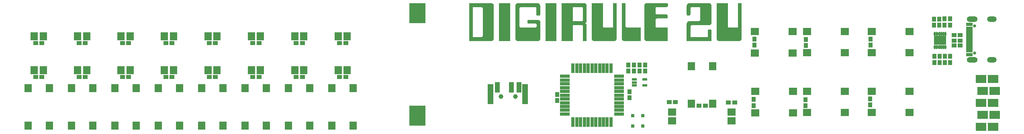
<source format=gbr>
G04 DipTrace 3.3.1.3*
G04 TopMask.gbr*
%MOIN*%
G04 #@! TF.FileFunction,Soldermask,Top*
G04 #@! TF.Part,Single*
%AMOUTLINE1*
4,1,4,
-0.03937,-0.01378,
-0.03937,0.01378,
0.03937,0.01378,
0.03937,-0.01378,
-0.03937,-0.01378,
0*%
%AMOUTLINE4*
4,1,4,
-0.01378,0.03937,
0.01378,0.03937,
0.01378,-0.03937,
-0.01378,-0.03937,
-0.01378,0.03937,
0*%
%ADD12C,0.001*%
%ADD43C,0.025591*%
%ADD44C,0.03937*%
%ADD48R,0.043307X0.023622*%
%ADD50R,0.101575X0.072835*%
%ADD52O,0.017717X0.035433*%
%ADD54R,0.03937X0.086614*%
%ADD56R,0.047244X0.165354*%
%ADD58R,0.068898X0.059055*%
%ADD60R,0.059055X0.068898*%
%ADD62R,0.086614X0.066929*%
%ADD64R,0.052756X0.031496*%
%ADD66O,0.090551X0.047244*%
%ADD68O,0.07874X0.047244*%
%ADD70R,0.052756X0.019685*%
%ADD72R,0.031496X0.031496*%
%ADD74R,0.066929X0.059055*%
%ADD76R,0.059055X0.066929*%
%ADD78R,0.043307X0.035433*%
%ADD80R,0.035433X0.043307*%
%ADD82R,0.133858X0.165354*%
%ADD89OUTLINE1*%
%ADD92OUTLINE4*%
%FSLAX26Y26*%
G04*
G70*
G90*
G75*
G01*
G04 TopMask*
%LPD*%
D82*
X3751969Y826378D3*
Y1684646D3*
D80*
X4910630Y1004724D3*
Y953543D3*
X5512205Y1029134D3*
Y977953D3*
D78*
X8205118Y1499606D3*
X8256299D3*
D80*
X8126772Y1636220D3*
Y1585039D3*
X8171260Y1636220D3*
Y1585039D3*
X8083465Y1635827D3*
Y1584646D3*
X8172047Y1272441D3*
Y1323622D3*
X8086614Y1272441D3*
Y1323622D3*
X5642520Y1200787D3*
Y1251969D3*
D76*
X572835Y1492126D3*
X647638D3*
X933071D3*
X1007874D3*
X1293307D3*
X1368110D3*
X1653543D3*
X1728346D3*
X2013780D3*
X2088583D3*
X2374016D3*
X2448819D3*
X2734252D3*
X2809055D3*
X3094488D3*
X3169291D3*
X572835Y1208661D3*
X647638D3*
X933071D3*
X1007874D3*
X1293307D3*
X1368110D3*
X1653543D3*
X1728346D3*
X2013780D3*
X2088583D3*
X2374016D3*
X2448819D3*
X2734252D3*
X2809055D3*
X3094488D3*
X3169291D3*
D74*
X5866535Y858268D3*
Y783465D3*
X6358268Y858268D3*
Y783465D3*
D72*
X5622047Y826772D3*
Y740157D3*
X5539370Y826772D3*
Y740157D3*
D80*
X8039764Y1635827D3*
Y1584646D3*
D70*
X8333071Y1414961D3*
D68*
X8520079Y1634252D3*
D66*
X8356693D3*
D68*
X8520079Y1294094D3*
D66*
X8356693D3*
D70*
X8333071Y1395276D3*
Y1434646D3*
Y1474016D3*
Y1454331D3*
Y1493701D3*
Y1513386D3*
Y1533071D3*
D64*
Y1590157D3*
Y1369685D3*
Y1558661D3*
Y1338189D3*
D43*
X8376378Y1350394D3*
Y1577953D3*
D62*
X8529528Y934646D3*
X8541470Y834383D3*
X8529528Y734646D3*
X8429528Y934646D3*
X8429659Y1134383D3*
X8441339Y1034646D3*
X8441470Y834514D3*
X8429528Y734646D3*
X8541601Y1034514D3*
X8529528Y1134646D3*
D78*
X635827Y1433071D3*
X584646D3*
X996063D3*
X944882D3*
X1356299D3*
X1305118D3*
X1716535D3*
X1665354D3*
X2076772D3*
X2025591D3*
X2437008D3*
X2385827D3*
X2797244D3*
X2746063D3*
X3157480D3*
X3106299D3*
X635827Y1149606D3*
X584646D3*
X996063D3*
X944882D3*
X1356299D3*
X1305118D3*
X1716535D3*
X1665354D3*
X2076772D3*
X2025591D3*
X2437008D3*
X2385827D3*
X2797244D3*
X2746063D3*
X3157480D3*
X3106299D3*
X5841732Y939764D3*
X5892913D3*
X6333465Y937795D3*
X6384646D3*
D80*
X6548425Y1467323D3*
Y1416142D3*
X6976772Y1464567D3*
Y1413386D3*
X6542126Y963386D3*
Y912205D3*
X6972047Y960630D3*
Y909449D3*
D78*
X6089370Y910630D3*
X6140551D3*
D80*
X7511417Y1468504D3*
Y1417323D3*
X7507874Y969291D3*
Y918110D3*
X8043307Y1323622D3*
Y1272441D3*
X8128346Y1323622D3*
Y1272441D3*
X5593701Y1200394D3*
Y1251575D3*
X5549213Y1251181D3*
Y1200000D3*
X5501181Y1251181D3*
Y1200000D3*
D78*
X8256693Y1413780D3*
X8205512D3*
X8256693Y1455512D3*
X8205512D3*
D60*
X520470Y743996D3*
Y1056988D3*
X697635Y743996D3*
Y1056988D3*
X880706Y743996D3*
Y1056988D3*
X1057871Y743996D3*
Y1056988D3*
X1240942Y743996D3*
Y1056988D3*
X1418108Y743996D3*
Y1056988D3*
X1601178Y743996D3*
Y1056988D3*
X1778344Y743996D3*
Y1056988D3*
X1961415Y743996D3*
Y1056988D3*
X2138580Y743996D3*
Y1056988D3*
X2321651Y743996D3*
Y1056988D3*
X2498816Y743996D3*
Y1056988D3*
X2681887Y743996D3*
Y1056988D3*
X2859052Y743996D3*
Y1056988D3*
X3042123Y743996D3*
Y1056988D3*
X3219289Y743996D3*
Y1056988D3*
D58*
X6867815Y852360D3*
X6554823D3*
X6867815Y1029525D3*
X6554823D3*
X7298917Y853147D3*
X6985925D3*
X7298917Y1030312D3*
X6985925D3*
X6866240Y1352360D3*
X6553248D3*
X6866240Y1529525D3*
X6553248D3*
X7299705Y1353147D3*
X6986713D3*
X7299705Y1530312D3*
X6986713D3*
D60*
X6201971Y1240256D3*
Y927264D3*
X6024806Y1240256D3*
Y927264D3*
D58*
X7834350Y853147D3*
X7521358D3*
X7834350Y1030312D3*
X7521358D3*
X7834350Y1353147D3*
X7521358D3*
X7834350Y1530312D3*
X7521358D3*
D56*
X4358268Y1007874D3*
X4645738Y1008037D3*
D54*
X4414512Y1064118D3*
X4533249D3*
X4595743D3*
D44*
X4564496Y989126D3*
X4445759D3*
D89*
X4976378Y1156299D3*
Y1124803D3*
Y1093307D3*
Y1061812D3*
Y1030315D3*
Y998820D3*
Y967323D3*
Y935827D3*
Y904331D3*
Y872835D3*
Y841339D3*
D92*
X5043307Y774409D3*
X5074803D3*
X5106299D3*
X5137795D3*
X5169290D3*
X5200787D3*
X5232283D3*
X5263780D3*
X5295276D3*
X5326772D3*
X5358268D3*
D89*
X5425197Y841339D3*
Y872835D3*
Y904331D3*
Y935827D3*
Y967323D3*
Y998819D3*
Y1030316D3*
Y1061811D3*
Y1093307D3*
Y1124803D3*
Y1156299D3*
D92*
X5358268Y1223228D3*
X5326772D3*
X5295276D3*
X5263780D3*
X5232283D3*
X5200786D3*
X5169291D3*
X5137794D3*
X5106299D3*
X5074803D3*
X5043307D3*
D52*
X8133465Y1512598D3*
X8115748D3*
X8098031D3*
X8080315D3*
X8062598D3*
X8044882D3*
Y1402362D3*
X8062598D3*
X8080315D3*
X8098031D3*
X8115748D3*
X8133465D3*
D50*
X8089172Y1457483D3*
D48*
X5551181Y1131496D3*
Y1105906D3*
Y1080315D3*
X5637795D3*
Y1131496D3*
X4180346Y1769260D2*
D12*
X4361346D1*
X4430346D2*
X4519346D1*
X4585346D2*
X4747346D1*
X4814346D2*
X4902346D1*
X4949346D2*
X5133346D1*
X5199346D2*
X5288346D1*
X5374346D2*
X5402346D1*
X5449346D2*
X5476346D1*
X5654346D2*
X5818346D1*
X6007346D2*
X6168346D1*
X6235346D2*
X6325346D1*
X6410346D2*
X6438346D1*
X4180346Y1768260D2*
X4364697D1*
X4429885D2*
X4519346D1*
X4582187D2*
X4750693D1*
X4814346D2*
X4902346D1*
X4949346D2*
X5136731D1*
X5199346D2*
X5288346D1*
X5374346D2*
X5402346D1*
X5448885D2*
X5476346D1*
X5651187D2*
X5820424D1*
X6004303D2*
X6171044D1*
X6235346D2*
X6325346D1*
X6410346D2*
X6438808D1*
X4180346Y1767260D2*
X4367458D1*
X4429598D2*
X4519346D1*
X4579507D2*
X4753423D1*
X4814346D2*
X4902346D1*
X4949346D2*
X5139585D1*
X5199346D2*
X5288346D1*
X5374346D2*
X5402346D1*
X5448598D2*
X5476346D1*
X5648507D2*
X5822243D1*
X6001743D2*
X6173437D1*
X6235346D2*
X6325346D1*
X6410346D2*
X6439095D1*
X4180346Y1766260D2*
X4369707D1*
X4429452D2*
X4519346D1*
X4577281D2*
X4755580D1*
X4814346D2*
X4902346D1*
X4949346D2*
X5141947D1*
X5199346D2*
X5288346D1*
X5374346D2*
X5402346D1*
X5448452D2*
X5476346D1*
X5646281D2*
X5823757D1*
X5999536D2*
X6175522D1*
X6235346D2*
X6325346D1*
X6410346D2*
X6439241D1*
X4180346Y1765260D2*
X4371594D1*
X4429388D2*
X4519346D1*
X4575433D2*
X4757350D1*
X4814346D2*
X4902346D1*
X4949346D2*
X5143846D1*
X5199346D2*
X5288346D1*
X5374346D2*
X5402346D1*
X5448388D2*
X5476346D1*
X5644433D2*
X5824930D1*
X5997611D2*
X6177336D1*
X6235346D2*
X6325346D1*
X6410346D2*
X6439305D1*
X4180346Y1764260D2*
X4373144D1*
X4429362D2*
X4519346D1*
X4573886D2*
X4758848D1*
X4814346D2*
X4902346D1*
X4949346D2*
X5145279D1*
X5199346D2*
X5288346D1*
X5374346D2*
X5402346D1*
X5448362D2*
X5476346D1*
X5642886D2*
X5825796D1*
X5996014D2*
X6178953D1*
X6235346D2*
X6325346D1*
X6410346D2*
X6439331D1*
X4180346Y1763260D2*
X4374460D1*
X4429352D2*
X4519346D1*
X4572591D2*
X4760123D1*
X4814346D2*
X4902346D1*
X4949346D2*
X5146386D1*
X5199346D2*
X5288346D1*
X5374346D2*
X5402346D1*
X5448352D2*
X5476346D1*
X5641591D2*
X5826436D1*
X5994757D2*
X6180389D1*
X6235346D2*
X6325346D1*
X6410346D2*
X6439341D1*
X4180346Y1762260D2*
X4375714D1*
X4429348D2*
X4519346D1*
X4571484D2*
X4761250D1*
X4814346D2*
X4902346D1*
X4949346D2*
X5147350D1*
X5199346D2*
X5288346D1*
X5374346D2*
X5402346D1*
X5448348D2*
X5476346D1*
X5640484D2*
X5826880D1*
X5993706D2*
X6181668D1*
X6235346D2*
X6325346D1*
X6410346D2*
X6439345D1*
X4180346Y1761260D2*
X4376849D1*
X4429347D2*
X4519346D1*
X4570551D2*
X4762268D1*
X4814346D2*
X4902346D1*
X4949346D2*
X5148200D1*
X5199346D2*
X5288346D1*
X5374346D2*
X5402346D1*
X5448347D2*
X5476346D1*
X5639555D2*
X5827134D1*
X5992687D2*
X6182847D1*
X6235346D2*
X6325346D1*
X6410346D2*
X6439346D1*
X4180346Y1760260D2*
X4377782D1*
X4429347D2*
X4519346D1*
X4569770D2*
X4763128D1*
X4814346D2*
X4902346D1*
X4949346D2*
X5148909D1*
X5199346D2*
X5288346D1*
X5374346D2*
X5402346D1*
X5448347D2*
X5476346D1*
X5638805D2*
X5827258D1*
X5991704D2*
X6183882D1*
X6235346D2*
X6325346D1*
X6410346D2*
X6439346D1*
X4180346Y1759260D2*
X4378612D1*
X4429347D2*
X4519346D1*
X4569057D2*
X4763765D1*
X4814346D2*
X4902346D1*
X4949346D2*
X5149483D1*
X5199346D2*
X5288346D1*
X5374346D2*
X5402346D1*
X5448347D2*
X5476346D1*
X5638184D2*
X5827312D1*
X5990855D2*
X6184648D1*
X6235346D2*
X6325346D1*
X6410346D2*
X6439346D1*
X4180346Y1758260D2*
X4379440D1*
X4429346D2*
X4519346D1*
X4568390D2*
X4764234D1*
X4814346D2*
X4902346D1*
X4949346D2*
X5149939D1*
X5199346D2*
X5288346D1*
X5374346D2*
X5402346D1*
X5448346D2*
X5476346D1*
X5637630D2*
X5827334D1*
X5990092D2*
X6185224D1*
X6235346D2*
X6325346D1*
X6410346D2*
X6439346D1*
X4180346Y1757260D2*
X4380197D1*
X4429346D2*
X4519346D1*
X4567853D2*
X4764637D1*
X4814346D2*
X4902346D1*
X4949346D2*
X5150345D1*
X5199346D2*
X5288346D1*
X5374346D2*
X5402346D1*
X5448346D2*
X5476346D1*
X5637109D2*
X5827342D1*
X5989372D2*
X6185822D1*
X6235346D2*
X6325346D1*
X6410346D2*
X6439346D1*
X4180346Y1756260D2*
X4380759D1*
X4429346D2*
X4519346D1*
X4567430D2*
X4764968D1*
X4814346D2*
X4902346D1*
X4949346D2*
X5150833D1*
X5199346D2*
X5288346D1*
X5374346D2*
X5402346D1*
X5448346D2*
X5476346D1*
X5636604D2*
X5827345D1*
X5988732D2*
X6186529D1*
X6235346D2*
X6325346D1*
X6410346D2*
X6439346D1*
X4180346Y1755260D2*
X4381117D1*
X4429346D2*
X4519346D1*
X4567045D2*
X4765206D1*
X4814346D2*
X4902346D1*
X4949346D2*
X5151381D1*
X5199346D2*
X5288346D1*
X5374346D2*
X5402346D1*
X5448346D2*
X5476346D1*
X5636137D2*
X5827346D1*
X5988193D2*
X6187233D1*
X6235346D2*
X6325346D1*
X6410346D2*
X6439346D1*
X4180346Y1754260D2*
X4381406D1*
X4429346D2*
X4519346D1*
X4566725D2*
X4765437D1*
X4814346D2*
X4902346D1*
X4949346D2*
X5151833D1*
X5199346D2*
X5288346D1*
X5374346D2*
X5402346D1*
X5448346D2*
X5476346D1*
X5635767D2*
X5827346D1*
X5987789D2*
X6187769D1*
X6235346D2*
X6325346D1*
X6410346D2*
X6439346D1*
X4180346Y1753260D2*
X4381748D1*
X4429346D2*
X4519346D1*
X4566525D2*
X4765722D1*
X4814346D2*
X4902346D1*
X4949346D2*
X5152108D1*
X5199346D2*
X5288346D1*
X5374346D2*
X5402346D1*
X5448346D2*
X5476346D1*
X5635538D2*
X5827346D1*
X5987550D2*
X6188082D1*
X6235346D2*
X6325346D1*
X6410346D2*
X6439346D1*
X4180346Y1752260D2*
X4382160D1*
X4429346D2*
X4519346D1*
X4566422D2*
X4765998D1*
X4814346D2*
X4902346D1*
X4949346D2*
X5152246D1*
X5199346D2*
X5288346D1*
X5374346D2*
X5402346D1*
X5448346D2*
X5476346D1*
X5635390D2*
X5827346D1*
X5987432D2*
X6188241D1*
X6235346D2*
X6325346D1*
X6410346D2*
X6439346D1*
X4180346Y1751260D2*
X4382584D1*
X4429346D2*
X4519346D1*
X4566376D2*
X4766183D1*
X4814346D2*
X4902346D1*
X4949346D2*
X5152307D1*
X5199346D2*
X5288346D1*
X5374346D2*
X5402346D1*
X5448346D2*
X5476346D1*
X5635212D2*
X5827346D1*
X5987376D2*
X6188343D1*
X6235346D2*
X6325346D1*
X6410346D2*
X6439346D1*
X4180346Y1750260D2*
X4382937D1*
X4429346D2*
X4519346D1*
X4566358D2*
X4766314D1*
X4814346D2*
X4902346D1*
X4949346D2*
X5152332D1*
X5199346D2*
X5288346D1*
X5374346D2*
X5402346D1*
X5448346D2*
X5476346D1*
X5634952D2*
X5827346D1*
X5987320D2*
X6188497D1*
X6235346D2*
X6325346D1*
X6410346D2*
X6439346D1*
X4180346Y1749260D2*
X4383155D1*
X4429346D2*
X4519346D1*
X4566350D2*
X4766484D1*
X4814346D2*
X4902346D1*
X4949346D2*
X5152341D1*
X5199346D2*
X5288346D1*
X5374346D2*
X5402346D1*
X5448346D2*
X5476346D1*
X5634688D2*
X5827343D1*
X5987184D2*
X6188747D1*
X6235346D2*
X6325346D1*
X6410346D2*
X6439346D1*
X4180346Y1748260D2*
X4383265D1*
X4429346D2*
X4519346D1*
X4566348D2*
X4766742D1*
X4814346D2*
X4902346D1*
X4949346D2*
X5152345D1*
X5199346D2*
X5288346D1*
X5374346D2*
X5402346D1*
X5448346D2*
X5476346D1*
X5634511D2*
X5827307D1*
X5986942D2*
X6189007D1*
X6235346D2*
X6325346D1*
X6410346D2*
X6439346D1*
X4180346Y1747260D2*
X4383315D1*
X4429346D2*
X4519346D1*
X4566347D2*
X4767005D1*
X4814346D2*
X4902346D1*
X4949346D2*
X5152346D1*
X5199346D2*
X5288346D1*
X5374346D2*
X5402346D1*
X5448346D2*
X5476346D1*
X5634417D2*
X5827180D1*
X5986685D2*
X6189183D1*
X6235346D2*
X6325346D1*
X6410346D2*
X6439346D1*
X4180346Y1746260D2*
X4383335D1*
X4429346D2*
X4519346D1*
X4566347D2*
X4767182D1*
X4814346D2*
X4902346D1*
X4949346D2*
X5152346D1*
X5199346D2*
X5288346D1*
X5374346D2*
X5402346D1*
X5448346D2*
X5476346D1*
X5634375D2*
X5826933D1*
X5986510D2*
X6189276D1*
X6235346D2*
X6325346D1*
X6410346D2*
X6439346D1*
X4180346Y1745260D2*
X4383342D1*
X4429346D2*
X4519346D1*
X4566347D2*
X4767276D1*
X4814346D2*
X4902346D1*
X4949346D2*
X5152346D1*
X5199346D2*
X5288346D1*
X5374346D2*
X5402346D1*
X5448346D2*
X5476346D1*
X5634357D2*
X5826606D1*
X5986417D2*
X6189318D1*
X6235346D2*
X6325346D1*
X6410346D2*
X6439346D1*
X4180346Y1744260D2*
X4383345D1*
X4429346D2*
X4519346D1*
X4566346D2*
X4767318D1*
X4814346D2*
X4902346D1*
X4949346D2*
X5152346D1*
X5199346D2*
X5288346D1*
X5374346D2*
X5402346D1*
X5448346D2*
X5476346D1*
X5634350D2*
X5826165D1*
X5986375D2*
X6189336D1*
X6235346D2*
X6325346D1*
X6410346D2*
X6439346D1*
X4180346Y1743260D2*
X4383346D1*
X4429346D2*
X4519346D1*
X4566346D2*
X4767336D1*
X4814346D2*
X4902346D1*
X4949346D2*
X5152346D1*
X5199346D2*
X5288346D1*
X5374346D2*
X5402346D1*
X5448346D2*
X5476346D1*
X5634348D2*
X5825480D1*
X5986357D2*
X6189343D1*
X6235346D2*
X6325346D1*
X6410346D2*
X6439346D1*
X4180346Y1742260D2*
X4383346D1*
X4429346D2*
X4519346D1*
X4566346D2*
X4767343D1*
X4814346D2*
X4902346D1*
X4949346D2*
X5152346D1*
X5199346D2*
X5288346D1*
X5374346D2*
X5402346D1*
X5448346D2*
X5476346D1*
X5634347D2*
X5824464D1*
X5986350D2*
X6189345D1*
X6235346D2*
X6325346D1*
X6410346D2*
X6439346D1*
X4180346Y1741260D2*
X4383346D1*
X4429346D2*
X4519346D1*
X4566346D2*
X4767345D1*
X4814346D2*
X4902346D1*
X4949346D2*
X5152346D1*
X5199346D2*
X5288346D1*
X5374346D2*
X5402346D1*
X5448346D2*
X5476346D1*
X5634347D2*
X5823043D1*
X5986348D2*
X6189346D1*
X6235346D2*
X6325346D1*
X6410346D2*
X6439346D1*
X4180346Y1740260D2*
X4383346D1*
X4429346D2*
X4519346D1*
X4566346D2*
X4767346D1*
X4814346D2*
X4902346D1*
X4949346D2*
X5152346D1*
X5199346D2*
X5288346D1*
X5374346D2*
X5402346D1*
X5448346D2*
X5476346D1*
X5634347D2*
X5821264D1*
X5986347D2*
X6189346D1*
X6235346D2*
X6325346D1*
X6410346D2*
X6439346D1*
X4180346Y1739260D2*
X4383346D1*
X4429346D2*
X4519346D1*
X4566346D2*
X4767346D1*
X4814346D2*
X4902346D1*
X4949346D2*
X5152346D1*
X5199346D2*
X5288346D1*
X5374346D2*
X5402346D1*
X5448346D2*
X5476346D1*
X5634346D2*
X5819346D1*
X5986347D2*
X6189346D1*
X6235346D2*
X6325346D1*
X6410346D2*
X6439346D1*
X4180346Y1738260D2*
X4207346D1*
X4283497D2*
X4383346D1*
X4429346D2*
X4519346D1*
X4566346D2*
X4606234D1*
X4727066D2*
X4767346D1*
X4814346D2*
X4902346D1*
X4949346D2*
X5039543D1*
X5117108D2*
X5152346D1*
X5199346D2*
X5288346D1*
X5374346D2*
X5402346D1*
X5448346D2*
X5476346D1*
X5634346D2*
X5734427D1*
X5986347D2*
X6024547D1*
X6088301D2*
X6189346D1*
X6235346D2*
X6325346D1*
X6410346D2*
X6439346D1*
X4180346Y1737260D2*
X4207346D1*
X4285702D2*
X4383346D1*
X4429346D2*
X4519346D1*
X4566346D2*
X4604157D1*
X4730316D2*
X4767346D1*
X4814346D2*
X4902346D1*
X4949346D2*
X5038958D1*
X5119522D2*
X5152346D1*
X5199346D2*
X5288346D1*
X5374346D2*
X5402346D1*
X5448346D2*
X5476346D1*
X5634346D2*
X5731730D1*
X5986346D2*
X6022005D1*
X6091094D2*
X6189346D1*
X6235346D2*
X6325346D1*
X6410346D2*
X6439346D1*
X4180346Y1736260D2*
X4207346D1*
X4287759D2*
X4383346D1*
X4429346D2*
X4519346D1*
X4566346D2*
X4602336D1*
X4732835D2*
X4767346D1*
X4814346D2*
X4902346D1*
X4949346D2*
X5038623D1*
X5121411D2*
X5152346D1*
X5199346D2*
X5288346D1*
X5374346D2*
X5402346D1*
X5448346D2*
X5476346D1*
X5634346D2*
X5729454D1*
X5986346D2*
X6019872D1*
X6093518D2*
X6189346D1*
X6235346D2*
X6325346D1*
X6410346D2*
X6439346D1*
X4180346Y1735260D2*
X4207346D1*
X4289401D2*
X4383346D1*
X4429346D2*
X4519346D1*
X4566346D2*
X4600919D1*
X4734637D2*
X4767346D1*
X4814346D2*
X4902346D1*
X4949346D2*
X5038461D1*
X5122745D2*
X5152346D1*
X5199346D2*
X5288346D1*
X5374346D2*
X5402346D1*
X5448346D2*
X5476346D1*
X5634346D2*
X5727702D1*
X5986346D2*
X6018243D1*
X6095410D2*
X6189346D1*
X6235346D2*
X6325346D1*
X6410346D2*
X6439346D1*
X4180346Y1734260D2*
X4207346D1*
X4290588D2*
X4383346D1*
X4429346D2*
X4519346D1*
X4566346D2*
X4599814D1*
X4735903D2*
X4767346D1*
X4814346D2*
X4902346D1*
X4949346D2*
X5038391D1*
X5123721D2*
X5152346D1*
X5199346D2*
X5288346D1*
X5374346D2*
X5402346D1*
X5448346D2*
X5476346D1*
X5634346D2*
X5726319D1*
X5986346D2*
X6017078D1*
X6096748D2*
X6189346D1*
X6235346D2*
X6325346D1*
X6410346D2*
X6439346D1*
X4180346Y1733260D2*
X4207346D1*
X4291498D2*
X4383346D1*
X4429346D2*
X4519346D1*
X4566346D2*
X4598881D1*
X4736793D2*
X4767346D1*
X4814346D2*
X4902346D1*
X4949346D2*
X5038363D1*
X5124045D2*
X5152346D1*
X5199346D2*
X5288346D1*
X5374346D2*
X5402346D1*
X5448346D2*
X5476346D1*
X5634346D2*
X5725667D1*
X5986346D2*
X6016183D1*
X6097737D2*
X6189346D1*
X6235346D2*
X6325346D1*
X6410346D2*
X6439346D1*
X4180346Y1732260D2*
X4207346D1*
X4292245D2*
X4383346D1*
X4429346D2*
X4519346D1*
X4566346D2*
X4598124D1*
X4737437D2*
X4767346D1*
X4814346D2*
X4902346D1*
X4949346D2*
X5038352D1*
X5124219D2*
X5152346D1*
X5199346D2*
X5288346D1*
X5374346D2*
X5402346D1*
X5448346D2*
X5476346D1*
X5634346D2*
X5725147D1*
X5986346D2*
X6015443D1*
X6098206D2*
X6189346D1*
X6235346D2*
X6325346D1*
X6410346D2*
X6439346D1*
X4180346Y1731260D2*
X4207346D1*
X4292785D2*
X4383346D1*
X4429346D2*
X4519346D1*
X4566346D2*
X4597560D1*
X4737881D2*
X4767346D1*
X4814346D2*
X4902346D1*
X4949346D2*
X5038348D1*
X5124297D2*
X5152346D1*
X5199346D2*
X5288346D1*
X5374346D2*
X5402346D1*
X5448346D2*
X5476346D1*
X5634346D2*
X5724765D1*
X5986346D2*
X6014910D1*
X6098624D2*
X6189346D1*
X6235346D2*
X6325346D1*
X6410346D2*
X6439346D1*
X4180346Y1730260D2*
X4207346D1*
X4293129D2*
X4383346D1*
X4429346D2*
X4519346D1*
X4566346D2*
X4597101D1*
X4738138D2*
X4767346D1*
X4814346D2*
X4902346D1*
X4949346D2*
X5038347D1*
X5124328D2*
X5152346D1*
X5199346D2*
X5288346D1*
X5374346D2*
X5402346D1*
X5448346D2*
X5476346D1*
X5634346D2*
X5724540D1*
X5986346D2*
X6014603D1*
X6098959D2*
X6189346D1*
X6235346D2*
X6325346D1*
X6410346D2*
X6439346D1*
X4180346Y1729260D2*
X4207346D1*
X4293406D2*
X4383346D1*
X4429346D2*
X4519346D1*
X4566346D2*
X4596747D1*
X4738297D2*
X4767346D1*
X4814346D2*
X4902346D1*
X4949346D2*
X5038347D1*
X5124340D2*
X5152346D1*
X5199346D2*
X5288346D1*
X5374346D2*
X5402346D1*
X5448346D2*
X5476346D1*
X5634346D2*
X5724427D1*
X5986346D2*
X6014453D1*
X6099165D2*
X6189346D1*
X6235346D2*
X6325346D1*
X6410346D2*
X6439346D1*
X4180346Y1728260D2*
X4207346D1*
X4293711D2*
X4383346D1*
X4429346D2*
X4519346D1*
X4566346D2*
X4596533D1*
X4738479D2*
X4767346D1*
X4814346D2*
X4902346D1*
X4949346D2*
X5038347D1*
X5124344D2*
X5152346D1*
X5199346D2*
X5288346D1*
X5374346D2*
X5402346D1*
X5448346D2*
X5476346D1*
X5634346D2*
X5724378D1*
X5986346D2*
X6014388D1*
X6099270D2*
X6189346D1*
X6235346D2*
X6325346D1*
X6410346D2*
X6439346D1*
X4180346Y1727260D2*
X4207346D1*
X4293994D2*
X4383346D1*
X4429346D2*
X4519346D1*
X4566346D2*
X4596425D1*
X4738740D2*
X4767346D1*
X4814346D2*
X4902346D1*
X4949346D2*
X5038346D1*
X5124346D2*
X5152346D1*
X5199346D2*
X5288346D1*
X5374346D2*
X5402346D1*
X5448346D2*
X5476346D1*
X5634346D2*
X5724358D1*
X5986346D2*
X6014362D1*
X6099316D2*
X6189346D1*
X6235346D2*
X6325346D1*
X6410346D2*
X6439346D1*
X4180346Y1726260D2*
X4207346D1*
X4294178D2*
X4383346D1*
X4429346D2*
X4519346D1*
X4566346D2*
X4596377D1*
X4739004D2*
X4767346D1*
X4814346D2*
X4902346D1*
X4949346D2*
X5038346D1*
X5124346D2*
X5152346D1*
X5199346D2*
X5288346D1*
X5374346D2*
X5402346D1*
X5448346D2*
X5476346D1*
X5634346D2*
X5724351D1*
X5986346D2*
X6014352D1*
X6099335D2*
X6189346D1*
X6235346D2*
X6325346D1*
X6410346D2*
X6439346D1*
X4180346Y1725260D2*
X4207346D1*
X4294274D2*
X4383346D1*
X4429346D2*
X4519346D1*
X4566346D2*
X4596358D1*
X4739182D2*
X4767346D1*
X4814346D2*
X4902346D1*
X4949346D2*
X5038346D1*
X5124346D2*
X5152346D1*
X5199346D2*
X5288346D1*
X5374346D2*
X5402346D1*
X5448346D2*
X5476346D1*
X5634346D2*
X5724348D1*
X5986346D2*
X6014348D1*
X6099342D2*
X6189346D1*
X6235346D2*
X6325346D1*
X6410346D2*
X6439346D1*
X4180346Y1724260D2*
X4207346D1*
X4294318D2*
X4383346D1*
X4429346D2*
X4519346D1*
X4566346D2*
X4596351D1*
X4739275D2*
X4767346D1*
X4814346D2*
X4902346D1*
X4949346D2*
X5038346D1*
X5124346D2*
X5152346D1*
X5199346D2*
X5288346D1*
X5374346D2*
X5402346D1*
X5448346D2*
X5476346D1*
X5634346D2*
X5724347D1*
X5986346D2*
X6014347D1*
X6099345D2*
X6189346D1*
X6235346D2*
X6325346D1*
X6410346D2*
X6439346D1*
X4180346Y1723260D2*
X4207346D1*
X4294336D2*
X4383346D1*
X4429346D2*
X4519346D1*
X4566346D2*
X4596348D1*
X4739318D2*
X4767346D1*
X4814346D2*
X4902346D1*
X4949346D2*
X5038346D1*
X5124346D2*
X5152346D1*
X5199346D2*
X5288346D1*
X5374346D2*
X5402346D1*
X5448346D2*
X5476346D1*
X5634346D2*
X5724347D1*
X5986346D2*
X6014347D1*
X6099346D2*
X6189346D1*
X6235346D2*
X6325346D1*
X6410346D2*
X6439346D1*
X4180346Y1722260D2*
X4207346D1*
X4294343D2*
X4383346D1*
X4429346D2*
X4519346D1*
X4566346D2*
X4596347D1*
X4739336D2*
X4767346D1*
X4814346D2*
X4902346D1*
X4949346D2*
X5038346D1*
X5124346D2*
X5152346D1*
X5199346D2*
X5288346D1*
X5374346D2*
X5402346D1*
X5448346D2*
X5476346D1*
X5634346D2*
X5724347D1*
X5986346D2*
X6014347D1*
X6099346D2*
X6189346D1*
X6235346D2*
X6325346D1*
X6410346D2*
X6439346D1*
X4180346Y1721260D2*
X4207346D1*
X4294345D2*
X4383346D1*
X4429346D2*
X4519346D1*
X4566346D2*
X4596347D1*
X4739343D2*
X4767346D1*
X4814346D2*
X4902346D1*
X4949346D2*
X5038346D1*
X5124346D2*
X5152346D1*
X5199346D2*
X5288346D1*
X5374346D2*
X5402346D1*
X5448346D2*
X5476346D1*
X5634346D2*
X5724346D1*
X5986346D2*
X6014346D1*
X6099346D2*
X6189346D1*
X6235346D2*
X6325346D1*
X6410346D2*
X6439346D1*
X4180346Y1720260D2*
X4207346D1*
X4294346D2*
X4383346D1*
X4429346D2*
X4519346D1*
X4566346D2*
X4596347D1*
X4739345D2*
X4767346D1*
X4814346D2*
X4902346D1*
X4949346D2*
X5038346D1*
X5124346D2*
X5152346D1*
X5199346D2*
X5288346D1*
X5374346D2*
X5402346D1*
X5448346D2*
X5476346D1*
X5634346D2*
X5724346D1*
X5986346D2*
X6014346D1*
X6099346D2*
X6189346D1*
X6235346D2*
X6325346D1*
X6410346D2*
X6439346D1*
X4180346Y1719260D2*
X4207346D1*
X4294346D2*
X4383346D1*
X4429346D2*
X4519346D1*
X4566346D2*
X4596346D1*
X4739346D2*
X4767346D1*
X4814346D2*
X4902346D1*
X4949346D2*
X5038346D1*
X5124346D2*
X5152346D1*
X5199346D2*
X5288346D1*
X5374346D2*
X5402346D1*
X5448346D2*
X5476346D1*
X5634346D2*
X5724346D1*
X5986346D2*
X6014346D1*
X6099346D2*
X6189346D1*
X6235346D2*
X6325346D1*
X6410346D2*
X6439346D1*
X4180346Y1718260D2*
X4207346D1*
X4294346D2*
X4383346D1*
X4429346D2*
X4519346D1*
X4566346D2*
X4596346D1*
X4739346D2*
X4767346D1*
X4814346D2*
X4902346D1*
X4949346D2*
X5038346D1*
X5124346D2*
X5152346D1*
X5199346D2*
X5288346D1*
X5374346D2*
X5402346D1*
X5448346D2*
X5476346D1*
X5634346D2*
X5724346D1*
X5986346D2*
X6014346D1*
X6099346D2*
X6189346D1*
X6235346D2*
X6325346D1*
X6410346D2*
X6439346D1*
X4180346Y1717260D2*
X4207346D1*
X4294346D2*
X4383346D1*
X4429346D2*
X4519346D1*
X4566346D2*
X4596346D1*
X4739346D2*
X4767346D1*
X4814346D2*
X4902346D1*
X4949346D2*
X5038346D1*
X5124346D2*
X5152346D1*
X5199346D2*
X5288346D1*
X5374346D2*
X5402346D1*
X5448346D2*
X5476346D1*
X5634346D2*
X5724346D1*
X5986346D2*
X6014346D1*
X6099346D2*
X6189346D1*
X6235346D2*
X6325346D1*
X6410346D2*
X6439346D1*
X4180346Y1716260D2*
X4207346D1*
X4294346D2*
X4383346D1*
X4429346D2*
X4519346D1*
X4566346D2*
X4596346D1*
X4739346D2*
X4767346D1*
X4814346D2*
X4902346D1*
X4949346D2*
X5038346D1*
X5124346D2*
X5152346D1*
X5199346D2*
X5288346D1*
X5374346D2*
X5402346D1*
X5448346D2*
X5476346D1*
X5634346D2*
X5724346D1*
X5986346D2*
X6014346D1*
X6099346D2*
X6189346D1*
X6235346D2*
X6325346D1*
X6410346D2*
X6439346D1*
X4180346Y1715260D2*
X4207346D1*
X4294346D2*
X4383346D1*
X4429346D2*
X4519346D1*
X4566346D2*
X4596346D1*
X4739346D2*
X4767346D1*
X4814346D2*
X4902346D1*
X4949346D2*
X5038346D1*
X5124346D2*
X5152346D1*
X5199346D2*
X5288346D1*
X5374346D2*
X5402346D1*
X5448346D2*
X5476346D1*
X5634346D2*
X5724346D1*
X5986346D2*
X6014346D1*
X6099346D2*
X6189346D1*
X6235346D2*
X6325346D1*
X6410346D2*
X6439346D1*
X4180346Y1714260D2*
X4207346D1*
X4294346D2*
X4383346D1*
X4429346D2*
X4519346D1*
X4566346D2*
X4596346D1*
X4739346D2*
X4767346D1*
X4814346D2*
X4902346D1*
X4949346D2*
X5038346D1*
X5124346D2*
X5152346D1*
X5199346D2*
X5288346D1*
X5374346D2*
X5402346D1*
X5448346D2*
X5476346D1*
X5634346D2*
X5724346D1*
X5986346D2*
X6014346D1*
X6099346D2*
X6189346D1*
X6235346D2*
X6325346D1*
X6410346D2*
X6439346D1*
X4180346Y1713260D2*
X4207346D1*
X4294346D2*
X4383346D1*
X4429346D2*
X4519346D1*
X4566346D2*
X4596346D1*
X4739346D2*
X4767346D1*
X4814346D2*
X4902346D1*
X4949346D2*
X5038346D1*
X5124346D2*
X5152346D1*
X5199346D2*
X5288346D1*
X5374346D2*
X5402346D1*
X5448346D2*
X5476346D1*
X5634346D2*
X5724346D1*
X5986346D2*
X6014346D1*
X6099346D2*
X6189346D1*
X6235346D2*
X6325346D1*
X6410346D2*
X6439346D1*
X4180346Y1712260D2*
X4207346D1*
X4294346D2*
X4383346D1*
X4429346D2*
X4519346D1*
X4566346D2*
X4596346D1*
X4739346D2*
X4767346D1*
X4814346D2*
X4902346D1*
X4949346D2*
X5038346D1*
X5124346D2*
X5152346D1*
X5199346D2*
X5288346D1*
X5374346D2*
X5402346D1*
X5448346D2*
X5476346D1*
X5634346D2*
X5724346D1*
X5986346D2*
X6014346D1*
X6099346D2*
X6189346D1*
X6235346D2*
X6325346D1*
X6410346D2*
X6439346D1*
X4180346Y1711260D2*
X4207346D1*
X4294346D2*
X4383346D1*
X4429346D2*
X4519346D1*
X4566346D2*
X4596346D1*
X4739346D2*
X4767346D1*
X4814346D2*
X4902346D1*
X4949346D2*
X5038346D1*
X5124346D2*
X5152346D1*
X5199346D2*
X5288346D1*
X5374346D2*
X5402346D1*
X5448346D2*
X5476346D1*
X5634346D2*
X5724346D1*
X5986346D2*
X6014346D1*
X6099346D2*
X6189346D1*
X6235346D2*
X6325346D1*
X6410346D2*
X6439346D1*
X4180346Y1710260D2*
X4207346D1*
X4294346D2*
X4383346D1*
X4429346D2*
X4519346D1*
X4566346D2*
X4596346D1*
X4739346D2*
X4767346D1*
X4814346D2*
X4902346D1*
X4949346D2*
X5038346D1*
X5124346D2*
X5152346D1*
X5199346D2*
X5288346D1*
X5374346D2*
X5402346D1*
X5448346D2*
X5476346D1*
X5634346D2*
X5724346D1*
X5986346D2*
X6014346D1*
X6099346D2*
X6189346D1*
X6235346D2*
X6325346D1*
X6410346D2*
X6439346D1*
X4180346Y1709260D2*
X4207346D1*
X4294346D2*
X4383346D1*
X4429346D2*
X4519346D1*
X4566346D2*
X4596346D1*
X4739346D2*
X4767346D1*
X4814346D2*
X4902346D1*
X4949346D2*
X5038346D1*
X5124346D2*
X5152346D1*
X5199346D2*
X5288346D1*
X5374346D2*
X5402346D1*
X5448346D2*
X5476346D1*
X5634346D2*
X5724346D1*
X5986346D2*
X6014346D1*
X6099346D2*
X6189346D1*
X6235346D2*
X6325346D1*
X6410346D2*
X6439346D1*
X4180346Y1708260D2*
X4207346D1*
X4294346D2*
X4383346D1*
X4429346D2*
X4519346D1*
X4566346D2*
X4596346D1*
X4739346D2*
X4767346D1*
X4814346D2*
X4902346D1*
X4949346D2*
X5038346D1*
X5124346D2*
X5152346D1*
X5199346D2*
X5288346D1*
X5374346D2*
X5402346D1*
X5448346D2*
X5476346D1*
X5634346D2*
X5724346D1*
X5986346D2*
X6014346D1*
X6099346D2*
X6189346D1*
X6235346D2*
X6325346D1*
X6410346D2*
X6439346D1*
X4180346Y1707260D2*
X4207346D1*
X4294346D2*
X4383346D1*
X4429346D2*
X4519346D1*
X4566346D2*
X4596346D1*
X4739346D2*
X4767346D1*
X4814346D2*
X4902346D1*
X4949346D2*
X5038346D1*
X5124346D2*
X5152346D1*
X5199346D2*
X5288346D1*
X5374346D2*
X5402346D1*
X5448346D2*
X5476346D1*
X5634346D2*
X5724346D1*
X5986346D2*
X6014346D1*
X6099346D2*
X6189346D1*
X6235346D2*
X6325346D1*
X6410346D2*
X6439346D1*
X4180346Y1706260D2*
X4207346D1*
X4294346D2*
X4383346D1*
X4429346D2*
X4519346D1*
X4566346D2*
X4596346D1*
X4739346D2*
X4767346D1*
X4814346D2*
X4902346D1*
X4949346D2*
X5038346D1*
X5124346D2*
X5152346D1*
X5199346D2*
X5288346D1*
X5374346D2*
X5402346D1*
X5448346D2*
X5476346D1*
X5634346D2*
X5724346D1*
X5986346D2*
X6014346D1*
X6099346D2*
X6189346D1*
X6235346D2*
X6325346D1*
X6410346D2*
X6439346D1*
X4180346Y1705260D2*
X4207346D1*
X4294346D2*
X4383346D1*
X4429346D2*
X4519346D1*
X4566346D2*
X4596346D1*
X4739346D2*
X4767346D1*
X4814346D2*
X4902346D1*
X4949346D2*
X5038346D1*
X5124346D2*
X5152346D1*
X5199346D2*
X5288346D1*
X5374346D2*
X5402346D1*
X5448346D2*
X5476346D1*
X5634346D2*
X5724346D1*
X5986346D2*
X6014346D1*
X6099346D2*
X6189346D1*
X6235346D2*
X6325346D1*
X6410346D2*
X6439346D1*
X4180346Y1704260D2*
X4207346D1*
X4294346D2*
X4383346D1*
X4429346D2*
X4519346D1*
X4566346D2*
X4596346D1*
X4739346D2*
X4767346D1*
X4814346D2*
X4902346D1*
X4949346D2*
X5038346D1*
X5124346D2*
X5152346D1*
X5199346D2*
X5288346D1*
X5374346D2*
X5402346D1*
X5448346D2*
X5476346D1*
X5634346D2*
X5724346D1*
X5986346D2*
X6014346D1*
X6099346D2*
X6189346D1*
X6235346D2*
X6325346D1*
X6410346D2*
X6439346D1*
X4180346Y1703260D2*
X4207346D1*
X4294346D2*
X4383346D1*
X4429346D2*
X4519346D1*
X4566346D2*
X4596346D1*
X4739346D2*
X4767346D1*
X4814346D2*
X4902346D1*
X4949346D2*
X5038346D1*
X5124346D2*
X5152346D1*
X5199346D2*
X5288346D1*
X5374346D2*
X5402346D1*
X5448346D2*
X5476346D1*
X5634346D2*
X5724346D1*
X5986346D2*
X6014346D1*
X6099346D2*
X6189346D1*
X6235346D2*
X6325346D1*
X6410346D2*
X6439346D1*
X4180346Y1702260D2*
X4207346D1*
X4294346D2*
X4383346D1*
X4429346D2*
X4519346D1*
X4566346D2*
X4596346D1*
X4739346D2*
X4767346D1*
X4814346D2*
X4902346D1*
X4949346D2*
X5038346D1*
X5124346D2*
X5152346D1*
X5199346D2*
X5288346D1*
X5374346D2*
X5402346D1*
X5448346D2*
X5476346D1*
X5634346D2*
X5724346D1*
X5986346D2*
X6014346D1*
X6099346D2*
X6189346D1*
X6235346D2*
X6325346D1*
X6410346D2*
X6439346D1*
X4180346Y1701260D2*
X4207346D1*
X4294346D2*
X4383346D1*
X4429346D2*
X4519346D1*
X4566346D2*
X4596346D1*
X4739346D2*
X4767346D1*
X4814346D2*
X4902346D1*
X4949346D2*
X5038346D1*
X5124346D2*
X5152346D1*
X5199346D2*
X5288346D1*
X5374346D2*
X5402346D1*
X5448346D2*
X5476346D1*
X5634346D2*
X5724346D1*
X5986346D2*
X6014346D1*
X6099346D2*
X6189346D1*
X6235346D2*
X6325346D1*
X6410346D2*
X6439346D1*
X4180346Y1700260D2*
X4207346D1*
X4294346D2*
X4383346D1*
X4429346D2*
X4519346D1*
X4566346D2*
X4596346D1*
X4739346D2*
X4767346D1*
X4814346D2*
X4902346D1*
X4949346D2*
X5038346D1*
X5124346D2*
X5152346D1*
X5199346D2*
X5288346D1*
X5374346D2*
X5402346D1*
X5448346D2*
X5476346D1*
X5634346D2*
X5724346D1*
X5986346D2*
X6014346D1*
X6099346D2*
X6189346D1*
X6235346D2*
X6325346D1*
X6410346D2*
X6439346D1*
X4180346Y1699260D2*
X4207346D1*
X4294346D2*
X4383346D1*
X4429346D2*
X4519346D1*
X4566346D2*
X4596346D1*
X4739346D2*
X4767346D1*
X4814346D2*
X4902346D1*
X4949346D2*
X5038346D1*
X5124346D2*
X5152346D1*
X5199346D2*
X5288346D1*
X5374346D2*
X5402346D1*
X5448346D2*
X5476346D1*
X5634346D2*
X5724346D1*
X5986346D2*
X6014346D1*
X6099346D2*
X6189346D1*
X6235346D2*
X6325346D1*
X6410346D2*
X6439346D1*
X4180346Y1698260D2*
X4207346D1*
X4294346D2*
X4383346D1*
X4429346D2*
X4519346D1*
X4566346D2*
X4596346D1*
X4739346D2*
X4767346D1*
X4814346D2*
X4902346D1*
X4949346D2*
X5038346D1*
X5124346D2*
X5152346D1*
X5199346D2*
X5288346D1*
X5374346D2*
X5402346D1*
X5448346D2*
X5476346D1*
X5634346D2*
X5724346D1*
X5986346D2*
X6014346D1*
X6099346D2*
X6189346D1*
X6235346D2*
X6325346D1*
X6410346D2*
X6439346D1*
X4180346Y1697260D2*
X4207346D1*
X4294346D2*
X4383346D1*
X4429346D2*
X4519346D1*
X4566346D2*
X4596346D1*
X4739346D2*
X4767346D1*
X4814346D2*
X4902346D1*
X4949346D2*
X5038346D1*
X5124346D2*
X5152346D1*
X5199346D2*
X5288346D1*
X5374346D2*
X5402346D1*
X5448346D2*
X5476346D1*
X5634346D2*
X5724346D1*
X5986346D2*
X6014346D1*
X6099346D2*
X6189346D1*
X6235346D2*
X6325346D1*
X6410346D2*
X6439346D1*
X4180346Y1696260D2*
X4207346D1*
X4294346D2*
X4383346D1*
X4429346D2*
X4519346D1*
X4566346D2*
X4596346D1*
X4739346D2*
X4767346D1*
X4814346D2*
X4902346D1*
X4949346D2*
X5038346D1*
X5124346D2*
X5152346D1*
X5199346D2*
X5288346D1*
X5374346D2*
X5402346D1*
X5448346D2*
X5476346D1*
X5634346D2*
X5724346D1*
X5986346D2*
X6014346D1*
X6099346D2*
X6189346D1*
X6235346D2*
X6325346D1*
X6410346D2*
X6439346D1*
X4180346Y1695260D2*
X4207346D1*
X4294346D2*
X4383346D1*
X4429346D2*
X4519346D1*
X4566346D2*
X4596346D1*
X4739346D2*
X4767346D1*
X4814346D2*
X4902346D1*
X4949346D2*
X5038346D1*
X5124346D2*
X5152346D1*
X5199346D2*
X5288346D1*
X5374346D2*
X5402346D1*
X5448346D2*
X5476346D1*
X5634346D2*
X5724346D1*
X5986346D2*
X6014346D1*
X6099346D2*
X6189346D1*
X6235346D2*
X6325346D1*
X6410346D2*
X6439346D1*
X4180346Y1694260D2*
X4207346D1*
X4294346D2*
X4383346D1*
X4429346D2*
X4519346D1*
X4566346D2*
X4596346D1*
X4739346D2*
X4767346D1*
X4814346D2*
X4902346D1*
X4949346D2*
X5038346D1*
X5124346D2*
X5152346D1*
X5199346D2*
X5288346D1*
X5374346D2*
X5402346D1*
X5448346D2*
X5476346D1*
X5634346D2*
X5724346D1*
X5986346D2*
X6014346D1*
X6099346D2*
X6189346D1*
X6235346D2*
X6325346D1*
X6410346D2*
X6439346D1*
X4180346Y1693260D2*
X4207346D1*
X4294346D2*
X4383346D1*
X4429346D2*
X4519346D1*
X4566346D2*
X4596346D1*
X4739346D2*
X4767346D1*
X4814346D2*
X4902346D1*
X4949346D2*
X5038346D1*
X5124346D2*
X5152346D1*
X5199346D2*
X5288346D1*
X5374346D2*
X5402346D1*
X5448346D2*
X5476346D1*
X5634346D2*
X5724346D1*
X5986346D2*
X6014346D1*
X6099346D2*
X6189346D1*
X6235346D2*
X6325346D1*
X6410346D2*
X6439346D1*
X4180346Y1692260D2*
X4207346D1*
X4294346D2*
X4383346D1*
X4429346D2*
X4519346D1*
X4566346D2*
X4596346D1*
X4739346D2*
X4767346D1*
X4814346D2*
X4902346D1*
X4949346D2*
X5038346D1*
X5124346D2*
X5152346D1*
X5199346D2*
X5288346D1*
X5374346D2*
X5402346D1*
X5448346D2*
X5476346D1*
X5634346D2*
X5724346D1*
X5986346D2*
X6014346D1*
X6099346D2*
X6189346D1*
X6235346D2*
X6325346D1*
X6410346D2*
X6439346D1*
X4180346Y1691260D2*
X4207346D1*
X4294346D2*
X4383346D1*
X4429346D2*
X4519346D1*
X4566346D2*
X4596346D1*
X4739346D2*
X4767346D1*
X4814346D2*
X4902346D1*
X4949346D2*
X5038346D1*
X5124346D2*
X5152346D1*
X5199346D2*
X5288346D1*
X5374346D2*
X5402346D1*
X5448346D2*
X5476346D1*
X5634346D2*
X5724346D1*
X5986346D2*
X6014346D1*
X6099346D2*
X6189346D1*
X6235346D2*
X6325346D1*
X6410346D2*
X6439346D1*
X4180346Y1690260D2*
X4207346D1*
X4294346D2*
X4383346D1*
X4429346D2*
X4519346D1*
X4566346D2*
X4596346D1*
X4739346D2*
X4767346D1*
X4814346D2*
X4902346D1*
X4949346D2*
X5038346D1*
X5124346D2*
X5152346D1*
X5199346D2*
X5288346D1*
X5374346D2*
X5402346D1*
X5448346D2*
X5476346D1*
X5634346D2*
X5724346D1*
X5986346D2*
X6014346D1*
X6099346D2*
X6189346D1*
X6235346D2*
X6325346D1*
X6410346D2*
X6439346D1*
X4180346Y1689260D2*
X4207346D1*
X4294346D2*
X4383346D1*
X4429346D2*
X4519346D1*
X4566346D2*
X4596346D1*
X4739346D2*
X4767346D1*
X4814346D2*
X4902346D1*
X4949346D2*
X5038346D1*
X5124346D2*
X5152346D1*
X5199346D2*
X5288346D1*
X5374346D2*
X5402346D1*
X5448346D2*
X5476346D1*
X5634346D2*
X5724346D1*
X5986346D2*
X6014346D1*
X6099346D2*
X6189346D1*
X6235346D2*
X6325346D1*
X6410346D2*
X6439346D1*
X4180346Y1688260D2*
X4207346D1*
X4294346D2*
X4383346D1*
X4429346D2*
X4519346D1*
X4566346D2*
X4596346D1*
X4739346D2*
X4767346D1*
X4814346D2*
X4902346D1*
X4949346D2*
X5038346D1*
X5124346D2*
X5152346D1*
X5199346D2*
X5288346D1*
X5374346D2*
X5402346D1*
X5448346D2*
X5476346D1*
X5634346D2*
X5724346D1*
X5986346D2*
X6014346D1*
X6099346D2*
X6189346D1*
X6235346D2*
X6325346D1*
X6410346D2*
X6439346D1*
X4180346Y1687260D2*
X4207346D1*
X4294346D2*
X4383346D1*
X4429346D2*
X4519346D1*
X4566346D2*
X4596346D1*
X4739346D2*
X4767346D1*
X4814346D2*
X4902346D1*
X4949346D2*
X5038346D1*
X5124346D2*
X5152346D1*
X5199346D2*
X5288346D1*
X5374346D2*
X5402346D1*
X5448346D2*
X5476346D1*
X5634346D2*
X5724346D1*
X5986346D2*
X6014346D1*
X6099346D2*
X6189346D1*
X6235346D2*
X6325346D1*
X6410346D2*
X6439346D1*
X4180346Y1686260D2*
X4207346D1*
X4294346D2*
X4383346D1*
X4429346D2*
X4519346D1*
X4566346D2*
X4596346D1*
X4739346D2*
X4767346D1*
X4814346D2*
X4902346D1*
X4949346D2*
X5038346D1*
X5124346D2*
X5152346D1*
X5199346D2*
X5288346D1*
X5374346D2*
X5402346D1*
X5448346D2*
X5476346D1*
X5634346D2*
X5724346D1*
X5986346D2*
X6014346D1*
X6099346D2*
X6189346D1*
X6235346D2*
X6325346D1*
X6410346D2*
X6439346D1*
X4180346Y1685260D2*
X4207346D1*
X4294346D2*
X4383346D1*
X4429346D2*
X4519346D1*
X4566346D2*
X4596346D1*
X4739346D2*
X4767346D1*
X4814346D2*
X4902346D1*
X4949346D2*
X5038346D1*
X5124346D2*
X5152346D1*
X5199346D2*
X5288346D1*
X5374346D2*
X5402346D1*
X5448346D2*
X5476346D1*
X5634346D2*
X5724350D1*
X5986346D2*
X6014346D1*
X6099346D2*
X6189346D1*
X6235346D2*
X6325346D1*
X6410346D2*
X6439346D1*
X4180346Y1684260D2*
X4207346D1*
X4294346D2*
X4383346D1*
X4429346D2*
X4519346D1*
X4566346D2*
X4596346D1*
X4739346D2*
X4767346D1*
X4814346D2*
X4902346D1*
X4949346D2*
X5038346D1*
X5124346D2*
X5152346D1*
X5199346D2*
X5288346D1*
X5374346D2*
X5402346D1*
X5448346D2*
X5476346D1*
X5634346D2*
X5724386D1*
X5986346D2*
X6014346D1*
X6099346D2*
X6189346D1*
X6235346D2*
X6325346D1*
X6410346D2*
X6439346D1*
X4180346Y1683260D2*
X4207346D1*
X4294346D2*
X4383346D1*
X4429346D2*
X4519346D1*
X4566346D2*
X4596346D1*
X4739346D2*
X4767346D1*
X4814346D2*
X4902346D1*
X4949346D2*
X5038346D1*
X5124346D2*
X5152346D1*
X5199346D2*
X5288346D1*
X5374346D2*
X5402346D1*
X5448346D2*
X5476346D1*
X5634346D2*
X5724513D1*
X5986346D2*
X6014346D1*
X6099346D2*
X6189346D1*
X6235346D2*
X6325346D1*
X6410346D2*
X6439346D1*
X4180346Y1682260D2*
X4207346D1*
X4294346D2*
X4383346D1*
X4429346D2*
X4519346D1*
X4566346D2*
X4596346D1*
X4739346D2*
X4767346D1*
X4814346D2*
X4902346D1*
X4949346D2*
X5038346D1*
X5124346D2*
X5152346D1*
X5199346D2*
X5288346D1*
X5374346D2*
X5402346D1*
X5448346D2*
X5476346D1*
X5634346D2*
X5724760D1*
X5986346D2*
X6014346D1*
X6099346D2*
X6189346D1*
X6235346D2*
X6325346D1*
X6410346D2*
X6439346D1*
X4180346Y1681260D2*
X4207346D1*
X4294346D2*
X4383346D1*
X4429346D2*
X4519346D1*
X4566346D2*
X4596346D1*
X4739346D2*
X4767346D1*
X4814346D2*
X4902346D1*
X4949346D2*
X5038346D1*
X5124346D2*
X5152346D1*
X5199346D2*
X5288346D1*
X5374346D2*
X5402346D1*
X5448346D2*
X5476346D1*
X5634346D2*
X5725087D1*
X5986346D2*
X6014346D1*
X6099346D2*
X6189346D1*
X6235346D2*
X6325346D1*
X6410346D2*
X6439346D1*
X4180346Y1680260D2*
X4207346D1*
X4294346D2*
X4383346D1*
X4429346D2*
X4519346D1*
X4566346D2*
X4596346D1*
X4739346D2*
X4767346D1*
X4814346D2*
X4902346D1*
X4949346D2*
X5038346D1*
X5124346D2*
X5152346D1*
X5199346D2*
X5288346D1*
X5374346D2*
X5402346D1*
X5448346D2*
X5476346D1*
X5634346D2*
X5725528D1*
X5986346D2*
X6014346D1*
X6099346D2*
X6189346D1*
X6235346D2*
X6325346D1*
X6410346D2*
X6439346D1*
X4180346Y1679260D2*
X4207346D1*
X4294346D2*
X4383346D1*
X4429346D2*
X4519346D1*
X4566346D2*
X4596346D1*
X4739346D2*
X4767346D1*
X4814346D2*
X4902346D1*
X4949346D2*
X5038346D1*
X5124346D2*
X5152346D1*
X5199346D2*
X5288346D1*
X5374346D2*
X5402346D1*
X5448346D2*
X5476346D1*
X5634346D2*
X5726225D1*
X5986350D2*
X6014343D1*
X6099346D2*
X6189346D1*
X6235346D2*
X6325346D1*
X6410346D2*
X6439346D1*
X4180346Y1678260D2*
X4207346D1*
X4294346D2*
X4383346D1*
X4429346D2*
X4519346D1*
X4566346D2*
X4596346D1*
X4739346D2*
X4767346D1*
X4814346D2*
X4902346D1*
X4949346D2*
X5038346D1*
X5124346D2*
X5152346D1*
X5199346D2*
X5288346D1*
X5374346D2*
X5402346D1*
X5448346D2*
X5476346D1*
X5634346D2*
X5727358D1*
X5986386D2*
X6014307D1*
X6099346D2*
X6189346D1*
X6235346D2*
X6325346D1*
X6410346D2*
X6439346D1*
X4180346Y1677260D2*
X4207346D1*
X4294346D2*
X4383346D1*
X4429346D2*
X4519346D1*
X4566346D2*
X4596346D1*
X4739346D2*
X4767343D1*
X4814346D2*
X4902346D1*
X4949346D2*
X5038346D1*
X5124346D2*
X5152346D1*
X5199346D2*
X5288346D1*
X5374346D2*
X5402346D1*
X5448346D2*
X5476346D1*
X5634346D2*
X5729274D1*
X5986513D2*
X6014176D1*
X6099346D2*
X6189346D1*
X6235346D2*
X6325346D1*
X6410346D2*
X6439346D1*
X4180346Y1676260D2*
X4207346D1*
X4294346D2*
X4383346D1*
X4429346D2*
X4519346D1*
X4566346D2*
X4596346D1*
X4739346D2*
X4767307D1*
X4814346D2*
X4902346D1*
X4949346D2*
X5038346D1*
X5124346D2*
X5152346D1*
X5199346D2*
X5288346D1*
X5374346D2*
X5402346D1*
X5448346D2*
X5476346D1*
X5634346D2*
X5732256D1*
X5986752D2*
X6013901D1*
X6099346D2*
X6189346D1*
X6235346D2*
X6325346D1*
X6410346D2*
X6439346D1*
X4180346Y1675260D2*
X4207346D1*
X4294346D2*
X4383346D1*
X4429346D2*
X4519346D1*
X4566346D2*
X4596346D1*
X4739350D2*
X4767180D1*
X4814346D2*
X4902346D1*
X4949346D2*
X5038346D1*
X5124346D2*
X5152346D1*
X5199346D2*
X5288346D1*
X5374346D2*
X5402346D1*
X5448346D2*
X5476346D1*
X5634346D2*
X5736113D1*
X5987009D2*
X6013514D1*
X6099346D2*
X6189346D1*
X6235346D2*
X6325346D1*
X6410346D2*
X6439346D1*
X4180346Y1674260D2*
X4207346D1*
X4294346D2*
X4383346D1*
X4429346D2*
X4519346D1*
X4566346D2*
X4596346D1*
X4739386D2*
X4766937D1*
X4814346D2*
X4902346D1*
X4949346D2*
X5038346D1*
X5124346D2*
X5152346D1*
X5199346D2*
X5288346D1*
X5374346D2*
X5402346D1*
X5448346D2*
X5476346D1*
X5634346D2*
X5818346D1*
X5987187D2*
X6013061D1*
X6099346D2*
X6189346D1*
X6235346D2*
X6325346D1*
X6410346D2*
X6439346D1*
X4180346Y1673260D2*
X4207346D1*
X4294346D2*
X4383346D1*
X4429346D2*
X4519346D1*
X4566346D2*
X4596346D1*
X4739513D2*
X4766645D1*
X4814346D2*
X4902346D1*
X4949346D2*
X5038346D1*
X5124346D2*
X5152346D1*
X5199346D2*
X5288346D1*
X5374346D2*
X5402346D1*
X5448346D2*
X5476346D1*
X5634346D2*
X5819876D1*
X5987319D2*
X6012549D1*
X6099346D2*
X6189346D1*
X6235346D2*
X6325346D1*
X6410346D2*
X6439346D1*
X4180346Y1672260D2*
X4207346D1*
X4294346D2*
X4383346D1*
X4429346D2*
X4519346D1*
X4566346D2*
X4596346D1*
X4739756D2*
X4766339D1*
X4814346D2*
X4902346D1*
X4949346D2*
X5038346D1*
X5124346D2*
X5152346D1*
X5199346D2*
X5288346D1*
X5374346D2*
X5402346D1*
X5448346D2*
X5476346D1*
X5634346D2*
X5821219D1*
X5987528D2*
X6011961D1*
X6099346D2*
X6189346D1*
X6235346D2*
X6325346D1*
X6410346D2*
X6439346D1*
X4180346Y1671260D2*
X4207346D1*
X4294346D2*
X4383346D1*
X4429346D2*
X4519346D1*
X4566346D2*
X4596346D1*
X4740056D2*
X4765964D1*
X4814346D2*
X4902346D1*
X4949346D2*
X5038346D1*
X5124346D2*
X5152346D1*
X5199346D2*
X5288346D1*
X5374346D2*
X5402346D1*
X5448346D2*
X5476346D1*
X5634346D2*
X5822300D1*
X5987959D2*
X6011308D1*
X6099346D2*
X6189346D1*
X6235346D2*
X6325346D1*
X6410346D2*
X6439346D1*
X4180346Y1670260D2*
X4207346D1*
X4294346D2*
X4383346D1*
X4429346D2*
X4519346D1*
X4566346D2*
X4596346D1*
X4740432D2*
X4765464D1*
X4814346D2*
X4902346D1*
X4949346D2*
X5038346D1*
X5124346D2*
X5152346D1*
X5199346D2*
X5288346D1*
X5374346D2*
X5402346D1*
X5448346D2*
X5476346D1*
X5634346D2*
X5823158D1*
X5988699D2*
X6010588D1*
X6099346D2*
X6189346D1*
X6235346D2*
X6325346D1*
X6410346D2*
X6439346D1*
X4180346Y1669260D2*
X4207346D1*
X4294346D2*
X4383346D1*
X4429346D2*
X4519346D1*
X4566346D2*
X4596346D1*
X4741059D2*
X4764737D1*
X4814346D2*
X4902346D1*
X4949346D2*
X5038346D1*
X5124346D2*
X5152346D1*
X5199346D2*
X5288346D1*
X5374346D2*
X5402346D1*
X5448346D2*
X5476346D1*
X5634346D2*
X5823783D1*
X5989794D2*
X6009600D1*
X6099346D2*
X6189346D1*
X6235346D2*
X6325346D1*
X6410346D2*
X6439346D1*
X4180346Y1668260D2*
X4207346D1*
X4294346D2*
X4383346D1*
X4429346D2*
X4519346D1*
X4566346D2*
X4596346D1*
X4742010D2*
X4763728D1*
X4814346D2*
X4902346D1*
X4949346D2*
X5038346D1*
X5124346D2*
X5152346D1*
X5199346D2*
X5288346D1*
X5374346D2*
X5402346D1*
X5448346D2*
X5476346D1*
X5634346D2*
X5824242D1*
X5991220D2*
X6008145D1*
X6099346D2*
X6189346D1*
X6235346D2*
X6325346D1*
X6410346D2*
X6439346D1*
X4180346Y1667260D2*
X4207346D1*
X4294346D2*
X4383346D1*
X4429346D2*
X4519346D1*
X4566346D2*
X4596346D1*
X4743155D2*
X4762555D1*
X4814346D2*
X4902346D1*
X4949346D2*
X5038346D1*
X5124346D2*
X5152346D1*
X5199346D2*
X5288346D1*
X5374346D2*
X5402346D1*
X5448346D2*
X5476346D1*
X5634346D2*
X5824641D1*
X5992787D2*
X6006314D1*
X6099346D2*
X6189346D1*
X6235346D2*
X6325346D1*
X6410346D2*
X6439346D1*
X4180346Y1666260D2*
X4207346D1*
X4294346D2*
X4383346D1*
X4429346D2*
X4519346D1*
X4566346D2*
X4596346D1*
X4744346D2*
X4761346D1*
X4814346D2*
X4902346D1*
X4949346D2*
X5038346D1*
X5124346D2*
X5152346D1*
X5199346D2*
X5288346D1*
X5374346D2*
X5402346D1*
X5448346D2*
X5476346D1*
X5634346D2*
X5824970D1*
X5994346D2*
X6004346D1*
X6099346D2*
X6189346D1*
X6235346D2*
X6325346D1*
X6410346D2*
X6439346D1*
X4180346Y1665260D2*
X4207346D1*
X4294346D2*
X4383346D1*
X4429346D2*
X4519346D1*
X4566346D2*
X4596346D1*
X4814346D2*
X4902346D1*
X4949346D2*
X5038346D1*
X5124346D2*
X5152346D1*
X5199346D2*
X5288346D1*
X5374346D2*
X5402346D1*
X5448346D2*
X5476346D1*
X5634346D2*
X5825207D1*
X6099346D2*
X6189346D1*
X6235346D2*
X6325346D1*
X6410346D2*
X6439346D1*
X4180346Y1664260D2*
X4207346D1*
X4294346D2*
X4383346D1*
X4429346D2*
X4519346D1*
X4566346D2*
X4596346D1*
X4814346D2*
X4902346D1*
X4949346D2*
X5038346D1*
X5124346D2*
X5152346D1*
X5199346D2*
X5288346D1*
X5374346D2*
X5402346D1*
X5448346D2*
X5476346D1*
X5634346D2*
X5825437D1*
X6099346D2*
X6189346D1*
X6235346D2*
X6325346D1*
X6410346D2*
X6439346D1*
X4180346Y1663260D2*
X4207346D1*
X4294346D2*
X4383346D1*
X4429346D2*
X4519346D1*
X4566346D2*
X4596346D1*
X4814346D2*
X4902346D1*
X4949346D2*
X5038346D1*
X5124346D2*
X5152346D1*
X5199346D2*
X5288346D1*
X5374346D2*
X5402346D1*
X5448346D2*
X5476346D1*
X5634346D2*
X5825723D1*
X6099346D2*
X6189346D1*
X6235346D2*
X6325346D1*
X6410346D2*
X6439346D1*
X4180346Y1662260D2*
X4207346D1*
X4294346D2*
X4383346D1*
X4429346D2*
X4519346D1*
X4566346D2*
X4596346D1*
X4814346D2*
X4902346D1*
X4949346D2*
X5038346D1*
X5124346D2*
X5152346D1*
X5199346D2*
X5288346D1*
X5374346D2*
X5402346D1*
X5448346D2*
X5476346D1*
X5634346D2*
X5825998D1*
X6099346D2*
X6189346D1*
X6235346D2*
X6325346D1*
X6410346D2*
X6439346D1*
X4180346Y1661260D2*
X4207346D1*
X4294346D2*
X4383346D1*
X4429346D2*
X4519346D1*
X4566346D2*
X4596346D1*
X4814346D2*
X4902346D1*
X4949346D2*
X5038346D1*
X5124346D2*
X5152346D1*
X5199346D2*
X5288346D1*
X5374346D2*
X5402346D1*
X5448346D2*
X5476346D1*
X5634346D2*
X5826179D1*
X6099346D2*
X6189346D1*
X6235346D2*
X6325346D1*
X6410346D2*
X6439346D1*
X4180346Y1660260D2*
X4207346D1*
X4294346D2*
X4383346D1*
X4429346D2*
X4519346D1*
X4566346D2*
X4596346D1*
X4814346D2*
X4902346D1*
X4949346D2*
X5038346D1*
X5124346D2*
X5152346D1*
X5199346D2*
X5288346D1*
X5374346D2*
X5402346D1*
X5448346D2*
X5476346D1*
X5634346D2*
X5826275D1*
X6099346D2*
X6189346D1*
X6235346D2*
X6325346D1*
X6410346D2*
X6439346D1*
X4180346Y1659260D2*
X4207346D1*
X4294346D2*
X4383346D1*
X4429346D2*
X4519346D1*
X4566346D2*
X4596346D1*
X4814346D2*
X4902346D1*
X4949346D2*
X5038346D1*
X5124346D2*
X5152346D1*
X5199346D2*
X5288346D1*
X5374346D2*
X5402346D1*
X5448346D2*
X5476346D1*
X5634346D2*
X5826314D1*
X6099346D2*
X6189346D1*
X6235346D2*
X6325346D1*
X6410346D2*
X6439346D1*
X4180346Y1658260D2*
X4207346D1*
X4294346D2*
X4383346D1*
X4429346D2*
X4519346D1*
X4566346D2*
X4596346D1*
X4814346D2*
X4902346D1*
X4949346D2*
X5038346D1*
X5124346D2*
X5152346D1*
X5199346D2*
X5288346D1*
X5374346D2*
X5402346D1*
X5448346D2*
X5476346D1*
X5634346D2*
X5826297D1*
X6099346D2*
X6189346D1*
X6235346D2*
X6325346D1*
X6410346D2*
X6439346D1*
X4180346Y1657260D2*
X4207346D1*
X4294346D2*
X4383346D1*
X4429346D2*
X4519346D1*
X4566346D2*
X4596346D1*
X4814346D2*
X4902346D1*
X4949346D2*
X5038346D1*
X5124346D2*
X5152346D1*
X5199346D2*
X5288346D1*
X5374346D2*
X5402346D1*
X5448346D2*
X5476346D1*
X5634346D2*
X5826176D1*
X6099346D2*
X6189346D1*
X6235346D2*
X6325346D1*
X6410346D2*
X6439346D1*
X4180346Y1656260D2*
X4207346D1*
X4294346D2*
X4383346D1*
X4429346D2*
X4519346D1*
X4566346D2*
X4596346D1*
X4814346D2*
X4902346D1*
X4949346D2*
X5038346D1*
X5124346D2*
X5152346D1*
X5199346D2*
X5288346D1*
X5374346D2*
X5402346D1*
X5448346D2*
X5476346D1*
X5634346D2*
X5825939D1*
X6099346D2*
X6189346D1*
X6235346D2*
X6325346D1*
X6410346D2*
X6439346D1*
X4180346Y1655260D2*
X4207346D1*
X4294346D2*
X4383346D1*
X4429346D2*
X4519346D1*
X4566346D2*
X4596346D1*
X4814346D2*
X4902346D1*
X4949346D2*
X5038346D1*
X5124346D2*
X5152346D1*
X5199346D2*
X5288346D1*
X5374346D2*
X5402346D1*
X5448346D2*
X5476346D1*
X5634346D2*
X5825684D1*
X6099346D2*
X6189346D1*
X6235346D2*
X6325346D1*
X6410346D2*
X6439346D1*
X4180346Y1654260D2*
X4207346D1*
X4294346D2*
X4383346D1*
X4429346D2*
X4519346D1*
X4566346D2*
X4596346D1*
X4814346D2*
X4902346D1*
X4949346D2*
X5038346D1*
X5124346D2*
X5152346D1*
X5199346D2*
X5288346D1*
X5374346D2*
X5402346D1*
X5448346D2*
X5476346D1*
X5634346D2*
X5825506D1*
X6099346D2*
X6189346D1*
X6235346D2*
X6325346D1*
X6410346D2*
X6439346D1*
X4180346Y1653260D2*
X4207346D1*
X4294346D2*
X4383346D1*
X4429346D2*
X4519346D1*
X4566346D2*
X4596346D1*
X4814346D2*
X4902346D1*
X4949346D2*
X5038346D1*
X5124346D2*
X5152346D1*
X5199346D2*
X5288346D1*
X5374346D2*
X5402346D1*
X5448346D2*
X5476346D1*
X5634346D2*
X5825378D1*
X6099346D2*
X6189346D1*
X6235346D2*
X6325346D1*
X6410346D2*
X6439346D1*
X4180346Y1652260D2*
X4207346D1*
X4294346D2*
X4383346D1*
X4429346D2*
X4519346D1*
X4566346D2*
X4596346D1*
X4814346D2*
X4902346D1*
X4949346D2*
X5038346D1*
X5124346D2*
X5152346D1*
X5199346D2*
X5288346D1*
X5374346D2*
X5402346D1*
X5448346D2*
X5476346D1*
X5634346D2*
X5825204D1*
X6099346D2*
X6189346D1*
X6235346D2*
X6325346D1*
X6410346D2*
X6439346D1*
X4180346Y1651260D2*
X4207346D1*
X4294346D2*
X4383346D1*
X4429346D2*
X4519346D1*
X4566346D2*
X4596346D1*
X4814346D2*
X4902346D1*
X4949346D2*
X5038346D1*
X5124346D2*
X5152346D1*
X5199346D2*
X5288346D1*
X5374346D2*
X5402346D1*
X5448346D2*
X5476346D1*
X5634346D2*
X5824908D1*
X6099346D2*
X6189346D1*
X6235346D2*
X6325346D1*
X6410346D2*
X6439346D1*
X4180346Y1650260D2*
X4207346D1*
X4294346D2*
X4383346D1*
X4429346D2*
X4519346D1*
X4566346D2*
X4596346D1*
X4814346D2*
X4902346D1*
X4949346D2*
X5038346D1*
X5124346D2*
X5152346D1*
X5199346D2*
X5288346D1*
X5374346D2*
X5402346D1*
X5448346D2*
X5476346D1*
X5634346D2*
X5824482D1*
X6099346D2*
X6189346D1*
X6235346D2*
X6325346D1*
X6410346D2*
X6439346D1*
X4180346Y1649260D2*
X4207346D1*
X4294346D2*
X4383346D1*
X4429346D2*
X4519346D1*
X4566346D2*
X4596346D1*
X4814346D2*
X4902346D1*
X4949346D2*
X5038346D1*
X5124346D2*
X5152346D1*
X5199346D2*
X5288346D1*
X5374346D2*
X5402346D1*
X5448346D2*
X5476346D1*
X5634346D2*
X5823935D1*
X6099346D2*
X6189346D1*
X6235346D2*
X6325346D1*
X6410346D2*
X6439346D1*
X4180346Y1648260D2*
X4207346D1*
X4294346D2*
X4383346D1*
X4429346D2*
X4519346D1*
X4566346D2*
X4596346D1*
X4814346D2*
X4902346D1*
X4949346D2*
X5038346D1*
X5124346D2*
X5152346D1*
X5199346D2*
X5288346D1*
X5374346D2*
X5402346D1*
X5448346D2*
X5476346D1*
X5634346D2*
X5823298D1*
X6099346D2*
X6189346D1*
X6235346D2*
X6325346D1*
X6410346D2*
X6439346D1*
X4180346Y1647260D2*
X4207346D1*
X4294346D2*
X4383346D1*
X4429346D2*
X4519346D1*
X4566346D2*
X4596346D1*
X4814346D2*
X4902346D1*
X4949346D2*
X5038346D1*
X5124346D2*
X5152346D1*
X5199346D2*
X5288346D1*
X5374346D2*
X5402346D1*
X5448346D2*
X5476346D1*
X5634346D2*
X5822588D1*
X6099346D2*
X6189346D1*
X6235346D2*
X6325346D1*
X6410346D2*
X6439346D1*
X4180346Y1646260D2*
X4207346D1*
X4294346D2*
X4383346D1*
X4429346D2*
X4519346D1*
X4566346D2*
X4596346D1*
X4814346D2*
X4902346D1*
X4949346D2*
X5038346D1*
X5124346D2*
X5152346D1*
X5199346D2*
X5288346D1*
X5374346D2*
X5402346D1*
X5448346D2*
X5476346D1*
X5634346D2*
X5821641D1*
X6099346D2*
X6189346D1*
X6235346D2*
X6325346D1*
X6410346D2*
X6439346D1*
X4180346Y1645260D2*
X4207346D1*
X4294346D2*
X4383346D1*
X4429346D2*
X4519346D1*
X4566346D2*
X4596346D1*
X4814346D2*
X4902346D1*
X4949346D2*
X5038346D1*
X5124346D2*
X5152346D1*
X5199346D2*
X5288346D1*
X5374346D2*
X5402346D1*
X5448346D2*
X5476346D1*
X5634346D2*
X5820341D1*
X6099346D2*
X6189346D1*
X6235346D2*
X6325346D1*
X6410346D2*
X6439346D1*
X4180346Y1644260D2*
X4207346D1*
X4294346D2*
X4383346D1*
X4429346D2*
X4519346D1*
X4566346D2*
X4596346D1*
X4814346D2*
X4902346D1*
X4949346D2*
X5038346D1*
X5124346D2*
X5152346D1*
X5199346D2*
X5288346D1*
X5374346D2*
X5402346D1*
X5448346D2*
X5476346D1*
X5634346D2*
X5818852D1*
X6099346D2*
X6189346D1*
X6235346D2*
X6325346D1*
X6410346D2*
X6439346D1*
X4180346Y1643260D2*
X4207346D1*
X4294346D2*
X4383346D1*
X4429346D2*
X4519346D1*
X4566346D2*
X4596346D1*
X4814346D2*
X4902346D1*
X4949346D2*
X5038346D1*
X5124346D2*
X5152346D1*
X5199346D2*
X5288346D1*
X5374346D2*
X5402346D1*
X5448346D2*
X5476346D1*
X5634346D2*
X5817346D1*
X6099346D2*
X6189346D1*
X6235346D2*
X6325346D1*
X6410346D2*
X6439346D1*
X4180346Y1642260D2*
X4207346D1*
X4294346D2*
X4383346D1*
X4429346D2*
X4519346D1*
X4566346D2*
X4596346D1*
X4814346D2*
X4902346D1*
X4949346D2*
X5038346D1*
X5124346D2*
X5152346D1*
X5199346D2*
X5288346D1*
X5374346D2*
X5402346D1*
X5448346D2*
X5476346D1*
X5634346D2*
X5733585D1*
X6099346D2*
X6189346D1*
X6235346D2*
X6325346D1*
X6410346D2*
X6439346D1*
X4180346Y1641260D2*
X4207346D1*
X4294346D2*
X4383346D1*
X4429346D2*
X4519346D1*
X4566346D2*
X4596346D1*
X4814346D2*
X4902346D1*
X4949346D2*
X5038346D1*
X5124346D2*
X5152346D1*
X5199346D2*
X5288346D1*
X5374346D2*
X5402346D1*
X5448346D2*
X5476346D1*
X5634346D2*
X5731167D1*
X6099346D2*
X6189346D1*
X6235346D2*
X6325346D1*
X6410346D2*
X6439346D1*
X4180346Y1640260D2*
X4207346D1*
X4294346D2*
X4383346D1*
X4429346D2*
X4519346D1*
X4566346D2*
X4596346D1*
X4814346D2*
X4902346D1*
X4949346D2*
X5038346D1*
X5124346D2*
X5152346D1*
X5199346D2*
X5288346D1*
X5374346D2*
X5402346D1*
X5448346D2*
X5476346D1*
X5634346D2*
X5729243D1*
X6099346D2*
X6189346D1*
X6235346D2*
X6325346D1*
X6410346D2*
X6439346D1*
X4180346Y1639260D2*
X4207346D1*
X4294346D2*
X4383346D1*
X4429346D2*
X4519346D1*
X4566346D2*
X4596346D1*
X4814346D2*
X4902346D1*
X4949346D2*
X5038346D1*
X5124346D2*
X5152346D1*
X5199346D2*
X5288346D1*
X5374346D2*
X5402346D1*
X5448346D2*
X5476346D1*
X5634346D2*
X5727782D1*
X6099346D2*
X6189346D1*
X6235346D2*
X6325346D1*
X6410346D2*
X6439346D1*
X4180346Y1638260D2*
X4207346D1*
X4294346D2*
X4383346D1*
X4429346D2*
X4519346D1*
X4566346D2*
X4596346D1*
X4814346D2*
X4902346D1*
X4949346D2*
X5038346D1*
X5124346D2*
X5152346D1*
X5199346D2*
X5288346D1*
X5374346D2*
X5402346D1*
X5448346D2*
X5476346D1*
X5634346D2*
X5726711D1*
X6099346D2*
X6189346D1*
X6235346D2*
X6325346D1*
X6410346D2*
X6439346D1*
X4180346Y1637260D2*
X4207346D1*
X4294346D2*
X4383346D1*
X4429346D2*
X4519346D1*
X4566346D2*
X4596346D1*
X4814346D2*
X4902346D1*
X4949346D2*
X5038346D1*
X5124346D2*
X5152346D1*
X5199346D2*
X5288346D1*
X5374346D2*
X5402346D1*
X5448346D2*
X5476346D1*
X5634346D2*
X5725983D1*
X6099346D2*
X6189346D1*
X6235346D2*
X6325346D1*
X6410346D2*
X6439346D1*
X4180346Y1636260D2*
X4207346D1*
X4294346D2*
X4383346D1*
X4429346D2*
X4519346D1*
X4566346D2*
X4596346D1*
X4814346D2*
X4902346D1*
X4949346D2*
X5038346D1*
X5124346D2*
X5152346D1*
X5199346D2*
X5288346D1*
X5374346D2*
X5402346D1*
X5448346D2*
X5476346D1*
X5634346D2*
X5725480D1*
X6099346D2*
X6189346D1*
X6235346D2*
X6325346D1*
X6410346D2*
X6439346D1*
X4180346Y1635260D2*
X4207346D1*
X4294346D2*
X4383346D1*
X4429346D2*
X4519346D1*
X4566346D2*
X4596346D1*
X4814346D2*
X4902346D1*
X4949346D2*
X5038346D1*
X5124346D2*
X5152346D1*
X5199346D2*
X5288346D1*
X5374346D2*
X5402346D1*
X5448346D2*
X5476346D1*
X5634346D2*
X5725063D1*
X6099346D2*
X6189346D1*
X6235346D2*
X6325346D1*
X6410346D2*
X6439346D1*
X4180346Y1634260D2*
X4207346D1*
X4294346D2*
X4383346D1*
X4429346D2*
X4519346D1*
X4566346D2*
X4596346D1*
X4814346D2*
X4902346D1*
X4949346D2*
X5038346D1*
X5124346D2*
X5152346D1*
X5199346D2*
X5288346D1*
X5374346D2*
X5402346D1*
X5448346D2*
X5476346D1*
X5634346D2*
X5724731D1*
X6099346D2*
X6189346D1*
X6235346D2*
X6325346D1*
X6410346D2*
X6439346D1*
X4180346Y1633260D2*
X4207346D1*
X4294346D2*
X4383346D1*
X4429346D2*
X4519346D1*
X4566346D2*
X4596346D1*
X4814346D2*
X4902346D1*
X4949346D2*
X5038346D1*
X5124346D2*
X5152346D1*
X5199346D2*
X5288346D1*
X5374346D2*
X5402346D1*
X5448346D2*
X5476346D1*
X5634346D2*
X5724527D1*
X6099346D2*
X6189346D1*
X6235346D2*
X6325346D1*
X6410346D2*
X6439346D1*
X4180346Y1632260D2*
X4207346D1*
X4294346D2*
X4383346D1*
X4429346D2*
X4519346D1*
X4566346D2*
X4596346D1*
X4814346D2*
X4902346D1*
X4949346D2*
X5038346D1*
X5124346D2*
X5152346D1*
X5199346D2*
X5288346D1*
X5374346D2*
X5402346D1*
X5448346D2*
X5476346D1*
X5634346D2*
X5724423D1*
X6099346D2*
X6189346D1*
X6235346D2*
X6325346D1*
X6410346D2*
X6439346D1*
X4180346Y1631260D2*
X4207346D1*
X4294346D2*
X4383346D1*
X4429346D2*
X4519346D1*
X4566346D2*
X4596346D1*
X4814346D2*
X4902346D1*
X4949346D2*
X5038346D1*
X5124346D2*
X5152346D1*
X5199346D2*
X5288346D1*
X5374346D2*
X5402346D1*
X5448346D2*
X5476346D1*
X5634346D2*
X5724377D1*
X6099346D2*
X6189346D1*
X6235346D2*
X6325346D1*
X6410346D2*
X6439346D1*
X4180346Y1630260D2*
X4207346D1*
X4294346D2*
X4383346D1*
X4429346D2*
X4519346D1*
X4566346D2*
X4596346D1*
X4814346D2*
X4902346D1*
X4949346D2*
X5038346D1*
X5124346D2*
X5152346D1*
X5199346D2*
X5288346D1*
X5374346D2*
X5402346D1*
X5448346D2*
X5476346D1*
X5634346D2*
X5724358D1*
X6099346D2*
X6189346D1*
X6235346D2*
X6325346D1*
X6410346D2*
X6439346D1*
X4180346Y1629260D2*
X4207346D1*
X4294346D2*
X4383346D1*
X4429346D2*
X4519346D1*
X4566346D2*
X4596346D1*
X4814346D2*
X4902346D1*
X4949346D2*
X5038346D1*
X5124346D2*
X5152346D1*
X5199346D2*
X5288346D1*
X5374346D2*
X5402346D1*
X5448346D2*
X5476346D1*
X5634346D2*
X5724350D1*
X6099343D2*
X6189346D1*
X6235346D2*
X6325346D1*
X6410346D2*
X6439346D1*
X4180346Y1628260D2*
X4207346D1*
X4294346D2*
X4383346D1*
X4429346D2*
X4519346D1*
X4566346D2*
X4596346D1*
X4814346D2*
X4902346D1*
X4949346D2*
X5038346D1*
X5124346D2*
X5152346D1*
X5199346D2*
X5288346D1*
X5374346D2*
X5402346D1*
X5448346D2*
X5476346D1*
X5634346D2*
X5724348D1*
X6099307D2*
X6189346D1*
X6235346D2*
X6325346D1*
X6410346D2*
X6439346D1*
X4180346Y1627260D2*
X4207346D1*
X4294346D2*
X4383346D1*
X4429346D2*
X4519346D1*
X4566346D2*
X4596346D1*
X4670346D2*
X4754346D1*
X4814346D2*
X4902346D1*
X4949346D2*
X5038346D1*
X5124346D2*
X5152346D1*
X5199346D2*
X5288346D1*
X5374346D2*
X5402346D1*
X5448346D2*
X5476346D1*
X5634346D2*
X5724347D1*
X6099176D2*
X6189346D1*
X6235346D2*
X6325346D1*
X6410346D2*
X6439346D1*
X4180346Y1626260D2*
X4207346D1*
X4294346D2*
X4383346D1*
X4429346D2*
X4519346D1*
X4566346D2*
X4596346D1*
X4669043D2*
X4756681D1*
X4814346D2*
X4902346D1*
X4949346D2*
X5038346D1*
X5124346D2*
X5152346D1*
X5199346D2*
X5288346D1*
X5374346D2*
X5402346D1*
X5448346D2*
X5476346D1*
X5634346D2*
X5724347D1*
X6098897D2*
X6189346D1*
X6235346D2*
X6325346D1*
X6410346D2*
X6439346D1*
X4180346Y1625260D2*
X4207346D1*
X4294346D2*
X4383346D1*
X4429346D2*
X4519346D1*
X4566346D2*
X4596346D1*
X4667873D2*
X4758904D1*
X4814346D2*
X4902346D1*
X4949346D2*
X5038346D1*
X5124346D2*
X5152346D1*
X5199346D2*
X5288346D1*
X5374346D2*
X5402346D1*
X5448346D2*
X5476346D1*
X5634346D2*
X5724347D1*
X6098471D2*
X6189346D1*
X6235346D2*
X6325346D1*
X6410346D2*
X6439346D1*
X4180346Y1624260D2*
X4207346D1*
X4294346D2*
X4383346D1*
X4429346D2*
X4519346D1*
X4566346D2*
X4596346D1*
X4666927D2*
X4760800D1*
X4814346D2*
X4902346D1*
X4949346D2*
X5038346D1*
X5124343D2*
X5152346D1*
X5199346D2*
X5288346D1*
X5374346D2*
X5402346D1*
X5448346D2*
X5476346D1*
X5634346D2*
X5724346D1*
X6097855D2*
X6189346D1*
X6235346D2*
X6325346D1*
X6410346D2*
X6439346D1*
X4180346Y1623260D2*
X4207346D1*
X4294346D2*
X4383346D1*
X4429346D2*
X4519346D1*
X4566346D2*
X4596346D1*
X4666125D2*
X4762248D1*
X4814346D2*
X4902346D1*
X4949346D2*
X5038346D1*
X5124300D2*
X5152346D1*
X5199346D2*
X5288346D1*
X5374346D2*
X5402346D1*
X5448346D2*
X5476346D1*
X5634346D2*
X5724346D1*
X6096953D2*
X6189346D1*
X6235346D2*
X6325346D1*
X6410346D2*
X6439346D1*
X4180346Y1622260D2*
X4207346D1*
X4294346D2*
X4383346D1*
X4429346D2*
X4519346D1*
X4566346D2*
X4596346D1*
X4665422D2*
X4763338D1*
X4814346D2*
X4902346D1*
X4949346D2*
X5038350D1*
X5124194D2*
X5152346D1*
X5199346D2*
X5288346D1*
X5374346D2*
X5402346D1*
X5448346D2*
X5476346D1*
X5634346D2*
X5724346D1*
X6095639D2*
X6189346D1*
X6235346D2*
X6325346D1*
X6410346D2*
X6439346D1*
X4180346Y1621260D2*
X4207346D1*
X4294346D2*
X4383346D1*
X4429346D2*
X4519346D1*
X4566346D2*
X4596346D1*
X4664902D2*
X4764218D1*
X4814346D2*
X4902346D1*
X4949346D2*
X5038389D1*
X5123589D2*
X5152346D1*
X5199346D2*
X5288346D1*
X5374346D2*
X5402346D1*
X5448346D2*
X5476346D1*
X5634346D2*
X5724346D1*
X6093604D2*
X6189346D1*
X6235346D2*
X6325346D1*
X6410346D2*
X6439346D1*
X4180346Y1620260D2*
X4207346D1*
X4294346D2*
X4383346D1*
X4429346D2*
X4519346D1*
X4566346D2*
X4596346D1*
X4664600D2*
X4764959D1*
X4814346D2*
X4902346D1*
X4949346D2*
X5038556D1*
X5122668D2*
X5152346D1*
X5199346D2*
X5288346D1*
X5374346D2*
X5402346D1*
X5448346D2*
X5476346D1*
X5634346D2*
X5724346D1*
X6090438D2*
X6189346D1*
X6235346D2*
X6325346D1*
X6410346D2*
X6439346D1*
X4180346Y1619260D2*
X4207346D1*
X4294346D2*
X4383346D1*
X4429346D2*
X4519346D1*
X4566346D2*
X4596346D1*
X4664452D2*
X4765656D1*
X4814346D2*
X4902346D1*
X4949346D2*
X5038958D1*
X5121568D2*
X5152346D1*
X5199346D2*
X5288346D1*
X5374346D2*
X5402346D1*
X5448346D2*
X5476346D1*
X5634346D2*
X5724346D1*
X6086151D2*
X6189346D1*
X6235346D2*
X6325346D1*
X6410346D2*
X6439346D1*
X4180346Y1618260D2*
X4207346D1*
X4294346D2*
X4383346D1*
X4429346D2*
X4519346D1*
X4566346D2*
X4596346D1*
X4664387D2*
X4766344D1*
X4814346D2*
X4902346D1*
X4949346D2*
X5039598D1*
X5120451D2*
X5152343D1*
X5199346D2*
X5288346D1*
X5374346D2*
X5402346D1*
X5448346D2*
X5476346D1*
X5634346D2*
X5724346D1*
X6010346D2*
X6189346D1*
X6235346D2*
X6325346D1*
X6410346D2*
X6439346D1*
X4180346Y1617260D2*
X4207346D1*
X4294346D2*
X4383346D1*
X4429346D2*
X4519346D1*
X4566346D2*
X4596346D1*
X4664361D2*
X4766970D1*
X4814346D2*
X4902346D1*
X4949346D2*
X5152303D1*
X5199346D2*
X5288346D1*
X5374346D2*
X5402346D1*
X5448346D2*
X5476346D1*
X5634346D2*
X5724346D1*
X6005626D2*
X6189346D1*
X6235346D2*
X6325346D1*
X6410346D2*
X6439346D1*
X4180346Y1616260D2*
X4207346D1*
X4294346D2*
X4383346D1*
X4429346D2*
X4519346D1*
X4566346D2*
X4596346D1*
X4664352D2*
X4767503D1*
X4814346D2*
X4902346D1*
X4949346D2*
X5152141D1*
X5199346D2*
X5288346D1*
X5374346D2*
X5402346D1*
X5448346D2*
X5476346D1*
X5634346D2*
X5724346D1*
X6001978D2*
X6189346D1*
X6235346D2*
X6325346D1*
X6410346D2*
X6439346D1*
X4180346Y1615260D2*
X4207346D1*
X4294346D2*
X4383346D1*
X4429346D2*
X4519346D1*
X4566346D2*
X4596346D1*
X4664348D2*
X4767905D1*
X4814346D2*
X4902346D1*
X4949346D2*
X5151774D1*
X5199346D2*
X5288346D1*
X5374346D2*
X5402346D1*
X5448346D2*
X5476346D1*
X5634346D2*
X5724346D1*
X5999201D2*
X6189346D1*
X6235346D2*
X6325346D1*
X6410346D2*
X6439346D1*
X4180346Y1614260D2*
X4207346D1*
X4294346D2*
X4383346D1*
X4429346D2*
X4519346D1*
X4566346D2*
X4596346D1*
X4664347D2*
X4768143D1*
X4814346D2*
X4902346D1*
X4949346D2*
X5151274D1*
X5199346D2*
X5288346D1*
X5374346D2*
X5402346D1*
X5448346D2*
X5476346D1*
X5634346D2*
X5724346D1*
X5998154D2*
X6189346D1*
X6235346D2*
X6325346D1*
X6410346D2*
X6439346D1*
X4180346Y1613260D2*
X4207346D1*
X4294346D2*
X4383346D1*
X4429346D2*
X4519346D1*
X4566346D2*
X4596346D1*
X4664347D2*
X4768261D1*
X4814346D2*
X4902346D1*
X4949346D2*
X5150808D1*
X5199346D2*
X5288346D1*
X5374346D2*
X5402346D1*
X5448346D2*
X5476346D1*
X5634346D2*
X5724346D1*
X5994346D2*
X6189346D1*
X6235346D2*
X6325346D1*
X6410346D2*
X6439346D1*
X4180346Y1612260D2*
X4207346D1*
X4294346D2*
X4383346D1*
X4429346D2*
X4519346D1*
X4566346D2*
X4596346D1*
X4664347D2*
X4768313D1*
X4814346D2*
X4902346D1*
X4949346D2*
X5150410D1*
X5199346D2*
X5288346D1*
X5374346D2*
X5402346D1*
X5448346D2*
X5476346D1*
X5634346D2*
X5724346D1*
X5993470D2*
X6189346D1*
X6235346D2*
X6325346D1*
X6410346D2*
X6439346D1*
X4180346Y1611260D2*
X4207346D1*
X4294346D2*
X4383346D1*
X4429346D2*
X4519346D1*
X4566346D2*
X4596346D1*
X4664346D2*
X4768334D1*
X4814346D2*
X4902346D1*
X4949346D2*
X5149996D1*
X5199346D2*
X5288346D1*
X5374346D2*
X5402346D1*
X5448346D2*
X5476346D1*
X5634346D2*
X5724346D1*
X5992495D2*
X6189346D1*
X6235346D2*
X6325346D1*
X6410346D2*
X6439346D1*
X4180346Y1610260D2*
X4207346D1*
X4294346D2*
X4383346D1*
X4429346D2*
X4519346D1*
X4566346D2*
X4596346D1*
X4664346D2*
X4768342D1*
X4814346D2*
X4902346D1*
X4949346D2*
X5149513D1*
X5199346D2*
X5288346D1*
X5374346D2*
X5402346D1*
X5448346D2*
X5476346D1*
X5634346D2*
X5724346D1*
X5991578D2*
X6189346D1*
X6235346D2*
X6325346D1*
X6410346D2*
X6439346D1*
X4180346Y1609260D2*
X4207346D1*
X4294346D2*
X4383346D1*
X4429346D2*
X4519346D1*
X4566346D2*
X4596346D1*
X4664350D2*
X4768345D1*
X4814346D2*
X4902346D1*
X4949346D2*
X5148905D1*
X5199346D2*
X5288346D1*
X5374346D2*
X5402346D1*
X5448346D2*
X5476346D1*
X5634346D2*
X5724346D1*
X5990784D2*
X6189346D1*
X6235346D2*
X6325346D1*
X6410346D2*
X6439346D1*
X4180346Y1608260D2*
X4207346D1*
X4294346D2*
X4383346D1*
X4429346D2*
X4519346D1*
X4566346D2*
X4596346D1*
X4664389D2*
X4768346D1*
X4814346D2*
X4902346D1*
X4949346D2*
X5148109D1*
X5199346D2*
X5288346D1*
X5374346D2*
X5402346D1*
X5448346D2*
X5476346D1*
X5634346D2*
X5724346D1*
X5990026D2*
X6189343D1*
X6235346D2*
X6325346D1*
X6410346D2*
X6439346D1*
X4180346Y1607260D2*
X4207346D1*
X4294346D2*
X4383346D1*
X4429346D2*
X4519346D1*
X4566346D2*
X4596346D1*
X4664552D2*
X4768346D1*
X4814346D2*
X4902346D1*
X4949346D2*
X5147122D1*
X5199346D2*
X5288346D1*
X5374346D2*
X5402346D1*
X5448346D2*
X5476346D1*
X5634346D2*
X5724346D1*
X5989232D2*
X6189307D1*
X6235346D2*
X6325346D1*
X6410346D2*
X6439346D1*
X4180346Y1606260D2*
X4207346D1*
X4294346D2*
X4383346D1*
X4429346D2*
X4519346D1*
X4566346D2*
X4596346D1*
X4664923D2*
X4768346D1*
X4814346D2*
X4902346D1*
X4949346D2*
X5145953D1*
X5199346D2*
X5288346D1*
X5374346D2*
X5402346D1*
X5448346D2*
X5476346D1*
X5634346D2*
X5724346D1*
X5988487D2*
X6189180D1*
X6235346D2*
X6325346D1*
X6410346D2*
X6439346D1*
X4180346Y1605260D2*
X4207346D1*
X4294346D2*
X4383346D1*
X4429346D2*
X4519346D1*
X4566346D2*
X4596346D1*
X4665462D2*
X4768346D1*
X4814346D2*
X4902346D1*
X4949346D2*
X5144534D1*
X5199346D2*
X5288346D1*
X5374346D2*
X5402346D1*
X5448346D2*
X5476346D1*
X5634346D2*
X5724346D1*
X5987935D2*
X6188940D1*
X6235346D2*
X6325346D1*
X6410346D2*
X6439346D1*
X4180346Y1604260D2*
X4207346D1*
X4294346D2*
X4383346D1*
X4429346D2*
X4519346D1*
X4566346D2*
X4596346D1*
X4666094D2*
X4768346D1*
X4814346D2*
X4902346D1*
X4949346D2*
X5142728D1*
X5199346D2*
X5288346D1*
X5374346D2*
X5402346D1*
X5448346D2*
X5476346D1*
X5634346D2*
X5724346D1*
X5987614D2*
X6188684D1*
X6235346D2*
X6325346D1*
X6410346D2*
X6439346D1*
X4180346Y1603260D2*
X4207346D1*
X4294346D2*
X4383346D1*
X4429346D2*
X4519346D1*
X4566346D2*
X4596346D1*
X4666895D2*
X4768346D1*
X4814346D2*
X4902346D1*
X4949346D2*
X5140587D1*
X5199346D2*
X5288346D1*
X5374346D2*
X5402346D1*
X5448346D2*
X5476346D1*
X5634346D2*
X5724346D1*
X5987454D2*
X6188510D1*
X6235346D2*
X6325346D1*
X6410346D2*
X6439346D1*
X4180346Y1602260D2*
X4207346D1*
X4294346D2*
X4383346D1*
X4429346D2*
X4519346D1*
X4566346D2*
X4596346D1*
X4667940D2*
X4768346D1*
X4814346D2*
X4902346D1*
X4949346D2*
X5138346D1*
X5199346D2*
X5288346D1*
X5374346D2*
X5402346D1*
X5448346D2*
X5476346D1*
X5634346D2*
X5724346D1*
X5987350D2*
X6188417D1*
X6235346D2*
X6325346D1*
X6410346D2*
X6439346D1*
X4180346Y1601260D2*
X4207346D1*
X4294346D2*
X4383346D1*
X4429346D2*
X4519346D1*
X4566346D2*
X4596346D1*
X4669129D2*
X4768346D1*
X4814346D2*
X4902346D1*
X4949346D2*
X5140458D1*
X5199346D2*
X5288346D1*
X5374346D2*
X5402346D1*
X5448346D2*
X5476346D1*
X5634346D2*
X5724346D1*
X5987196D2*
X6188367D1*
X6235346D2*
X6325346D1*
X6410346D2*
X6439346D1*
X4180346Y1600260D2*
X4207346D1*
X4294346D2*
X4383346D1*
X4429346D2*
X4519346D1*
X4566346D2*
X4596346D1*
X4670346D2*
X4768346D1*
X4814346D2*
X4902346D1*
X4949346D2*
X5142247D1*
X5199346D2*
X5288346D1*
X5374346D2*
X5402346D1*
X5448346D2*
X5476346D1*
X5634346D2*
X5724346D1*
X5986946D2*
X6188279D1*
X6235346D2*
X6325346D1*
X6410346D2*
X6439346D1*
X4180346Y1599260D2*
X4207346D1*
X4294346D2*
X4383346D1*
X4429346D2*
X4519346D1*
X4566346D2*
X4596346D1*
X4733953D2*
X4768346D1*
X4814346D2*
X4902346D1*
X4949346D2*
X5143655D1*
X5199346D2*
X5288346D1*
X5374346D2*
X5402346D1*
X5448346D2*
X5476346D1*
X5634346D2*
X5724346D1*
X5986686D2*
X6188106D1*
X6235346D2*
X6325346D1*
X6410346D2*
X6439346D1*
X4180346Y1598260D2*
X4207346D1*
X4294346D2*
X4383346D1*
X4429346D2*
X4519346D1*
X4566346D2*
X4596346D1*
X4736119D2*
X4768346D1*
X4814346D2*
X4902346D1*
X4949346D2*
X5144864D1*
X5199346D2*
X5288346D1*
X5374346D2*
X5402346D1*
X5448346D2*
X5476346D1*
X5634346D2*
X5724346D1*
X5986510D2*
X6187520D1*
X6235346D2*
X6325346D1*
X6410346D2*
X6439346D1*
X4180346Y1597260D2*
X4207346D1*
X4294346D2*
X4383346D1*
X4429346D2*
X4519346D1*
X4566346D2*
X4596346D1*
X4737750D2*
X4768346D1*
X4814346D2*
X4902346D1*
X4949346D2*
X5145933D1*
X5199346D2*
X5288346D1*
X5374346D2*
X5402346D1*
X5448346D2*
X5476346D1*
X5634346D2*
X5724346D1*
X5986417D2*
X6186857D1*
X6235346D2*
X6325346D1*
X6410346D2*
X6439346D1*
X4180346Y1596260D2*
X4207346D1*
X4294346D2*
X4383346D1*
X4429346D2*
X4519346D1*
X4566346D2*
X4596346D1*
X4738908D2*
X4768346D1*
X4814346D2*
X4902346D1*
X4949346D2*
X5146821D1*
X5199346D2*
X5288346D1*
X5374346D2*
X5402346D1*
X5448346D2*
X5476346D1*
X5634346D2*
X5724346D1*
X5986375D2*
X6186225D1*
X6235346D2*
X6325346D1*
X6410346D2*
X6439346D1*
X4180346Y1595260D2*
X4207346D1*
X4294346D2*
X4383346D1*
X4429346D2*
X4519346D1*
X4566346D2*
X4596346D1*
X4739772D2*
X4768346D1*
X4814346D2*
X4902346D1*
X4949346D2*
X5147628D1*
X5199346D2*
X5288346D1*
X5374346D2*
X5402346D1*
X5448346D2*
X5476346D1*
X5634346D2*
X5724346D1*
X5986357D2*
X6185616D1*
X6235346D2*
X6325346D1*
X6410346D2*
X6439346D1*
X4180346Y1594260D2*
X4207346D1*
X4294346D2*
X4383346D1*
X4429346D2*
X4519346D1*
X4566346D2*
X4596346D1*
X4740068D2*
X4768346D1*
X4814346D2*
X4902346D1*
X4949346D2*
X5148446D1*
X5199346D2*
X5288346D1*
X5374346D2*
X5402346D1*
X5448346D2*
X5476346D1*
X5634346D2*
X5724346D1*
X5986350D2*
X6184950D1*
X6235346D2*
X6325346D1*
X6410346D2*
X6439346D1*
X4180346Y1593260D2*
X4207346D1*
X4294346D2*
X4383346D1*
X4429346D2*
X4519346D1*
X4566346D2*
X4596346D1*
X4740232D2*
X4768346D1*
X4814346D2*
X4902346D1*
X4949346D2*
X5149204D1*
X5199346D2*
X5288346D1*
X5374346D2*
X5402346D1*
X5448346D2*
X5476346D1*
X5634346D2*
X5724346D1*
X5986348D2*
X6184152D1*
X6235346D2*
X6325346D1*
X6410346D2*
X6439346D1*
X4180346Y1592260D2*
X4207346D1*
X4294346D2*
X4383346D1*
X4429346D2*
X4519346D1*
X4566346D2*
X4596346D1*
X4740339D2*
X4768346D1*
X4814346D2*
X4902346D1*
X4949346D2*
X5149795D1*
X5199346D2*
X5288346D1*
X5374346D2*
X5402346D1*
X5448346D2*
X5476346D1*
X5634346D2*
X5724346D1*
X5986347D2*
X6183189D1*
X6235346D2*
X6325346D1*
X6410346D2*
X6439346D1*
X4180346Y1591260D2*
X4207346D1*
X4294346D2*
X4383346D1*
X4429346D2*
X4519346D1*
X4566346D2*
X4596346D1*
X4740496D2*
X4768346D1*
X4814346D2*
X4902346D1*
X4949346D2*
X5150249D1*
X5199346D2*
X5288346D1*
X5374346D2*
X5402346D1*
X5448346D2*
X5476346D1*
X5634346D2*
X5724346D1*
X5986347D2*
X6181967D1*
X6235346D2*
X6325346D1*
X6410346D2*
X6439346D1*
X4180346Y1590260D2*
X4207346D1*
X4294346D2*
X4383346D1*
X4429346D2*
X4519346D1*
X4566346D2*
X4596346D1*
X4740746D2*
X4768346D1*
X4814346D2*
X4902346D1*
X4949346D2*
X5150680D1*
X5199346D2*
X5288346D1*
X5374346D2*
X5402346D1*
X5448346D2*
X5476346D1*
X5634346D2*
X5724346D1*
X5986347D2*
X6180343D1*
X6235346D2*
X6325346D1*
X6410346D2*
X6439346D1*
X4180346Y1589260D2*
X4207346D1*
X4294346D2*
X4383346D1*
X4429346D2*
X4519346D1*
X4566346D2*
X4596346D1*
X4741007D2*
X4768346D1*
X4814346D2*
X4902346D1*
X4949346D2*
X5151132D1*
X5199346D2*
X5288346D1*
X5374346D2*
X5402346D1*
X5448346D2*
X5476346D1*
X5634346D2*
X5724346D1*
X5986346D2*
X6178097D1*
X6235346D2*
X6325346D1*
X6410346D2*
X6439346D1*
X4180346Y1588260D2*
X4207346D1*
X4294346D2*
X4383346D1*
X4429346D2*
X4519346D1*
X4566346D2*
X4596346D1*
X4741183D2*
X4768346D1*
X4814346D2*
X4902346D1*
X4949346D2*
X5151573D1*
X5199346D2*
X5288346D1*
X5374346D2*
X5402346D1*
X5448346D2*
X5476346D1*
X5634346D2*
X5724346D1*
X5986346D2*
X6174830D1*
X6235346D2*
X6325346D1*
X6410346D2*
X6439346D1*
X4180346Y1587260D2*
X4207346D1*
X4294346D2*
X4383346D1*
X4429346D2*
X4519346D1*
X4566346D2*
X4596346D1*
X4741276D2*
X4768346D1*
X4814346D2*
X4902346D1*
X4949346D2*
X5151933D1*
X5199346D2*
X5288346D1*
X5374346D2*
X5402346D1*
X5448346D2*
X5476346D1*
X5634346D2*
X5724346D1*
X5986346D2*
X6170393D1*
X6235346D2*
X6325346D1*
X6410346D2*
X6439346D1*
X4180346Y1586260D2*
X4207346D1*
X4294346D2*
X4383346D1*
X4429346D2*
X4519346D1*
X4566346D2*
X4596346D1*
X4741318D2*
X4768346D1*
X4814346D2*
X4902346D1*
X4949346D2*
X5039543D1*
X5118833D2*
X5152153D1*
X5199346D2*
X5288346D1*
X5374346D2*
X5402346D1*
X5448346D2*
X5476346D1*
X5634346D2*
X5724346D1*
X5986346D2*
X6165346D1*
X6235346D2*
X6325346D1*
X6410346D2*
X6439346D1*
X4180346Y1585260D2*
X4207346D1*
X4294346D2*
X4383346D1*
X4429346D2*
X4519346D1*
X4566346D2*
X4596346D1*
X4741336D2*
X4768346D1*
X4814346D2*
X4902346D1*
X4949346D2*
X5038958D1*
X5120844D2*
X5152265D1*
X5199346D2*
X5288346D1*
X5374346D2*
X5402346D1*
X5448346D2*
X5476346D1*
X5634346D2*
X5724346D1*
X5986346D2*
X6021075D1*
X6235346D2*
X6325346D1*
X6410346D2*
X6439346D1*
X4180346Y1584260D2*
X4207346D1*
X4294346D2*
X4383346D1*
X4429346D2*
X4519346D1*
X4566346D2*
X4596346D1*
X4741343D2*
X4768346D1*
X4814346D2*
X4902346D1*
X4949346D2*
X5038623D1*
X5122328D2*
X5152314D1*
X5199346D2*
X5288346D1*
X5374346D2*
X5402346D1*
X5448346D2*
X5476346D1*
X5634346D2*
X5724346D1*
X5986346D2*
X6019708D1*
X6235346D2*
X6325346D1*
X6410346D2*
X6439346D1*
X4180346Y1583260D2*
X4207346D1*
X4294346D2*
X4383346D1*
X4429346D2*
X4519346D1*
X4566346D2*
X4596346D1*
X4741345D2*
X4768346D1*
X4814346D2*
X4902346D1*
X4949346D2*
X5038461D1*
X5123491D2*
X5152335D1*
X5199346D2*
X5288346D1*
X5374346D2*
X5402346D1*
X5448346D2*
X5476346D1*
X5634346D2*
X5724346D1*
X5986346D2*
X6018430D1*
X6235346D2*
X6325346D1*
X6410346D2*
X6439346D1*
X4180346Y1582260D2*
X4207346D1*
X4294346D2*
X4383346D1*
X4429346D2*
X4519346D1*
X4566346D2*
X4596346D1*
X4741346D2*
X4768346D1*
X4814346D2*
X4902346D1*
X4949346D2*
X5038391D1*
X5123928D2*
X5152342D1*
X5199346D2*
X5288346D1*
X5374346D2*
X5402346D1*
X5448346D2*
X5476346D1*
X5634346D2*
X5724346D1*
X5986346D2*
X6017340D1*
X6235346D2*
X6325346D1*
X6410346D2*
X6439346D1*
X4180346Y1581260D2*
X4207346D1*
X4294346D2*
X4383346D1*
X4429346D2*
X4519346D1*
X4566346D2*
X4596346D1*
X4741346D2*
X4768346D1*
X4814346D2*
X4902346D1*
X4949346D2*
X5038363D1*
X5124167D2*
X5152345D1*
X5199346D2*
X5288346D1*
X5374346D2*
X5402346D1*
X5448346D2*
X5476346D1*
X5634346D2*
X5724346D1*
X5986346D2*
X6016367D1*
X6235346D2*
X6325346D1*
X6410346D2*
X6439346D1*
X4180346Y1580260D2*
X4207346D1*
X4294346D2*
X4383346D1*
X4429346D2*
X4519346D1*
X4566346D2*
X4596346D1*
X4741346D2*
X4768346D1*
X4814346D2*
X4902346D1*
X4949346D2*
X5038352D1*
X5124276D2*
X5152346D1*
X5199346D2*
X5288346D1*
X5374346D2*
X5402346D1*
X5448346D2*
X5476346D1*
X5634346D2*
X5724346D1*
X5986346D2*
X6015542D1*
X6235346D2*
X6325346D1*
X6410346D2*
X6439346D1*
X4180346Y1579260D2*
X4207346D1*
X4294346D2*
X4383346D1*
X4429346D2*
X4519346D1*
X4566346D2*
X4596346D1*
X4741343D2*
X4768346D1*
X4814346D2*
X4902346D1*
X4949346D2*
X5038348D1*
X5124320D2*
X5152346D1*
X5199346D2*
X5288346D1*
X5374346D2*
X5402346D1*
X5448346D2*
X5476346D1*
X5634346D2*
X5724346D1*
X5986346D2*
X6014955D1*
X6235346D2*
X6325346D1*
X6410346D2*
X6439346D1*
X4180346Y1578260D2*
X4207346D1*
X4294346D2*
X4383346D1*
X4429346D2*
X4519346D1*
X4566346D2*
X4596346D1*
X4741307D2*
X4768346D1*
X4814346D2*
X4902346D1*
X4949346D2*
X5038347D1*
X5124337D2*
X5152346D1*
X5199346D2*
X5288346D1*
X5374346D2*
X5402346D1*
X5448346D2*
X5476346D1*
X5634346D2*
X5724346D1*
X5986346D2*
X6014621D1*
X6235346D2*
X6325346D1*
X6410346D2*
X6439346D1*
X4180346Y1577260D2*
X4207346D1*
X4294346D2*
X4383346D1*
X4429346D2*
X4519346D1*
X4566346D2*
X4596346D1*
X4741180D2*
X4768346D1*
X4814346D2*
X4902346D1*
X4949346D2*
X5038347D1*
X5124343D2*
X5152346D1*
X5199346D2*
X5288346D1*
X5374346D2*
X5402346D1*
X5448346D2*
X5476346D1*
X5634346D2*
X5724346D1*
X5986346D2*
X6014460D1*
X6235346D2*
X6325346D1*
X6410346D2*
X6439346D1*
X4180346Y1576260D2*
X4207346D1*
X4294346D2*
X4383346D1*
X4429346D2*
X4519346D1*
X4566346D2*
X4596350D1*
X4740940D2*
X4768346D1*
X4814346D2*
X4902346D1*
X4949346D2*
X5038347D1*
X5124345D2*
X5152346D1*
X5199346D2*
X5288346D1*
X5374346D2*
X5402346D1*
X5448346D2*
X5476346D1*
X5634346D2*
X5724346D1*
X5986346D2*
X6014390D1*
X6235346D2*
X6325346D1*
X6410346D2*
X6439346D1*
X4180346Y1575260D2*
X4207346D1*
X4294346D2*
X4383346D1*
X4429346D2*
X4519346D1*
X4566346D2*
X4596386D1*
X4740684D2*
X4768346D1*
X4814346D2*
X4902346D1*
X4949346D2*
X5038346D1*
X5124346D2*
X5152346D1*
X5199346D2*
X5288350D1*
X5374346D2*
X5402346D1*
X5448346D2*
X5476346D1*
X5634346D2*
X5724346D1*
X5986346D2*
X6014362D1*
X6235346D2*
X6325346D1*
X6410346D2*
X6439346D1*
X4180346Y1574260D2*
X4207346D1*
X4294346D2*
X4383346D1*
X4429346D2*
X4519346D1*
X4566346D2*
X4596513D1*
X4740510D2*
X4768346D1*
X4814346D2*
X4902346D1*
X4949346D2*
X5038346D1*
X5124346D2*
X5152346D1*
X5199346D2*
X5288386D1*
X5374346D2*
X5402346D1*
X5448346D2*
X5476350D1*
X5634346D2*
X5724346D1*
X5986346D2*
X6014352D1*
X6235346D2*
X6325350D1*
X6410346D2*
X6439346D1*
X4180346Y1573260D2*
X4207346D1*
X4294346D2*
X4383346D1*
X4429346D2*
X4519346D1*
X4566346D2*
X4596756D1*
X4740417D2*
X4768346D1*
X4814346D2*
X4902346D1*
X4949346D2*
X5038346D1*
X5124346D2*
X5152346D1*
X5199346D2*
X5288513D1*
X5374346D2*
X5402346D1*
X5448346D2*
X5476386D1*
X5634346D2*
X5724350D1*
X5986346D2*
X6014348D1*
X6235346D2*
X6325386D1*
X6410346D2*
X6439346D1*
X4180346Y1572260D2*
X4207346D1*
X4294346D2*
X4383346D1*
X4429346D2*
X4519346D1*
X4566346D2*
X4597052D1*
X4740367D2*
X4768346D1*
X4814346D2*
X4902346D1*
X4949346D2*
X5038346D1*
X5124346D2*
X5152346D1*
X5199346D2*
X5288756D1*
X5374346D2*
X5402346D1*
X5448346D2*
X5476521D1*
X5634346D2*
X5724386D1*
X5986346D2*
X6014347D1*
X6235346D2*
X6325513D1*
X6410346D2*
X6439346D1*
X4180346Y1571260D2*
X4207346D1*
X4294346D2*
X4383346D1*
X4429346D2*
X4519346D1*
X4566346D2*
X4597393D1*
X4740279D2*
X4768346D1*
X4814346D2*
X4902346D1*
X4949346D2*
X5038346D1*
X5124346D2*
X5152346D1*
X5199346D2*
X5289052D1*
X5374346D2*
X5402346D1*
X5448346D2*
X5476831D1*
X5634346D2*
X5724513D1*
X5986346D2*
X6014347D1*
X6235346D2*
X6325752D1*
X6410346D2*
X6439346D1*
X4180346Y1570260D2*
X4207346D1*
X4294346D2*
X4383346D1*
X4429346D2*
X4519346D1*
X4566346D2*
X4597891D1*
X4740106D2*
X4768346D1*
X4814346D2*
X4902346D1*
X4949346D2*
X5038346D1*
X5124346D2*
X5152346D1*
X5199346D2*
X5289393D1*
X5374346D2*
X5402346D1*
X5448346D2*
X5477346D1*
X5634346D2*
X5724760D1*
X5986346D2*
X6014347D1*
X6235346D2*
X6326017D1*
X6410346D2*
X6439346D1*
X4180346Y1569260D2*
X4207346D1*
X4294346D2*
X4383346D1*
X4429346D2*
X4519346D1*
X4566346D2*
X4598600D1*
X4739516D2*
X4768346D1*
X4814346D2*
X4902346D1*
X4949346D2*
X5038346D1*
X5124346D2*
X5152346D1*
X5199346D2*
X5289891D1*
X5374346D2*
X5402346D1*
X5448346D2*
X5478042D1*
X5634346D2*
X5725091D1*
X5986346D2*
X6014346D1*
X6235346D2*
X6326265D1*
X6410346D2*
X6439346D1*
X4180346Y1568260D2*
X4207346D1*
X4294346D2*
X4383346D1*
X4429346D2*
X4519346D1*
X4566346D2*
X4599509D1*
X4738791D2*
X4768346D1*
X4814346D2*
X4902346D1*
X4949346D2*
X5038346D1*
X5124346D2*
X5152346D1*
X5199346D2*
X5290616D1*
X5374343D2*
X5402346D1*
X5448346D2*
X5478873D1*
X5634346D2*
X5725472D1*
X5986346D2*
X6014346D1*
X6235346D2*
X6326554D1*
X6410346D2*
X6439346D1*
X4180346Y1567260D2*
X4207346D1*
X4294346D2*
X4383346D1*
X4429346D2*
X4519346D1*
X4566346D2*
X4600768D1*
X4737980D2*
X4768346D1*
X4814346D2*
X4902346D1*
X4949346D2*
X5038346D1*
X5124346D2*
X5152346D1*
X5199346D2*
X5291665D1*
X5374303D2*
X5402346D1*
X5448346D2*
X5479800D1*
X5634346D2*
X5726312D1*
X5986346D2*
X6014346D1*
X6235346D2*
X6327329D1*
X6410346D2*
X6439346D1*
X4180346Y1566260D2*
X4207346D1*
X4294346D2*
X4383346D1*
X4429346D2*
X4519346D1*
X4566346D2*
X4602814D1*
X4735801D2*
X4768346D1*
X4814346D2*
X4902346D1*
X4949346D2*
X5038346D1*
X5124346D2*
X5152346D1*
X5199346D2*
X5293433D1*
X5374137D2*
X5402346D1*
X5448346D2*
X5482077D1*
X5634346D2*
X5728652D1*
X5986346D2*
X6014346D1*
X6235346D2*
X6329464D1*
X6410346D2*
X6439346D1*
X4180346Y1565260D2*
X4207346D1*
X4294346D2*
X4383346D1*
X4429346D2*
X4519346D1*
X4566346D2*
X4606075D1*
X4732020D2*
X4768346D1*
X4814346D2*
X4902346D1*
X4949346D2*
X5038346D1*
X5124346D2*
X5152346D1*
X5199346D2*
X5296420D1*
X5373735D2*
X5402346D1*
X5448346D2*
X5485722D1*
X5634346D2*
X5732552D1*
X5986346D2*
X6014346D1*
X6235346D2*
X6332948D1*
X6410346D2*
X6439346D1*
X4180346Y1564260D2*
X4207346D1*
X4294346D2*
X4383346D1*
X4429346D2*
X4519346D1*
X4566346D2*
X4610459D1*
X4726570D2*
X4768346D1*
X4814346D2*
X4902346D1*
X4949346D2*
X5038346D1*
X5124346D2*
X5152346D1*
X5199346D2*
X5300607D1*
X5373095D2*
X5402346D1*
X5448346D2*
X5490725D1*
X5634346D2*
X5738074D1*
X5986346D2*
X6014346D1*
X6235346D2*
X6337825D1*
X6410346D2*
X6439346D1*
X4180346Y1563260D2*
X4207346D1*
X4294346D2*
X4383346D1*
X4429346D2*
X4519346D1*
X4566346D2*
X4768346D1*
X4814346D2*
X4902346D1*
X4949346D2*
X5038346D1*
X5124346D2*
X5152346D1*
X5199346D2*
X5402346D1*
X5448346D2*
X5601346D1*
X5634346D2*
X5826346D1*
X5986346D2*
X6014346D1*
X6235346D2*
X6439346D1*
X4180346Y1562260D2*
X4207346D1*
X4294346D2*
X4383346D1*
X4429346D2*
X4519346D1*
X4566346D2*
X4768346D1*
X4814346D2*
X4902346D1*
X4949346D2*
X5038346D1*
X5124346D2*
X5152346D1*
X5199346D2*
X5402346D1*
X5448346D2*
X5601808D1*
X5634346D2*
X5826346D1*
X5986346D2*
X6014346D1*
X6235346D2*
X6439346D1*
X4180346Y1561260D2*
X4207346D1*
X4294346D2*
X4383346D1*
X4429346D2*
X4519346D1*
X4566346D2*
X4768346D1*
X4814346D2*
X4902346D1*
X4949346D2*
X5038346D1*
X5124346D2*
X5152346D1*
X5199346D2*
X5402346D1*
X5448346D2*
X5602095D1*
X5634346D2*
X5826346D1*
X5986346D2*
X6014346D1*
X6235346D2*
X6439346D1*
X4180346Y1560260D2*
X4207346D1*
X4294346D2*
X4383346D1*
X4429346D2*
X4519346D1*
X4566346D2*
X4768346D1*
X4814346D2*
X4902346D1*
X4949346D2*
X5038346D1*
X5124346D2*
X5152346D1*
X5199346D2*
X5402346D1*
X5448346D2*
X5602241D1*
X5634346D2*
X5826346D1*
X5986346D2*
X6014346D1*
X6235346D2*
X6439346D1*
X4180346Y1559260D2*
X4207346D1*
X4294346D2*
X4383346D1*
X4429346D2*
X4519346D1*
X4566346D2*
X4768346D1*
X4814346D2*
X4902346D1*
X4949346D2*
X5038346D1*
X5124346D2*
X5152346D1*
X5199346D2*
X5402346D1*
X5448346D2*
X5602305D1*
X5634346D2*
X5826346D1*
X5986346D2*
X6014346D1*
X6235346D2*
X6439346D1*
X4180346Y1558260D2*
X4207346D1*
X4294346D2*
X4383346D1*
X4429346D2*
X4519346D1*
X4566346D2*
X4768346D1*
X4814346D2*
X4902346D1*
X4949346D2*
X5038346D1*
X5124346D2*
X5152346D1*
X5199346D2*
X5402346D1*
X5448346D2*
X5602331D1*
X5634346D2*
X5826346D1*
X5986346D2*
X6014346D1*
X6235346D2*
X6439346D1*
X4180346Y1557260D2*
X4207346D1*
X4294346D2*
X4383346D1*
X4429346D2*
X4519346D1*
X4566346D2*
X4768346D1*
X4814346D2*
X4902346D1*
X4949346D2*
X5038346D1*
X5124346D2*
X5152346D1*
X5199346D2*
X5402346D1*
X5448346D2*
X5602341D1*
X5634346D2*
X5826346D1*
X5986346D2*
X6014346D1*
X6235346D2*
X6439346D1*
X4180346Y1556260D2*
X4207346D1*
X4294346D2*
X4383346D1*
X4429346D2*
X4519346D1*
X4566346D2*
X4768346D1*
X4814346D2*
X4902346D1*
X4949346D2*
X5038346D1*
X5124346D2*
X5152346D1*
X5199346D2*
X5402346D1*
X5448346D2*
X5602345D1*
X5634346D2*
X5826346D1*
X5986346D2*
X6014346D1*
X6235346D2*
X6439346D1*
X4180346Y1555260D2*
X4207346D1*
X4294346D2*
X4383346D1*
X4429346D2*
X4519346D1*
X4566346D2*
X4768346D1*
X4814346D2*
X4902346D1*
X4949346D2*
X5038346D1*
X5124346D2*
X5152346D1*
X5199346D2*
X5402346D1*
X5448346D2*
X5602346D1*
X5634346D2*
X5826346D1*
X5986346D2*
X6014346D1*
X6235346D2*
X6439346D1*
X4180346Y1554260D2*
X4207346D1*
X4294346D2*
X4383346D1*
X4429346D2*
X4519346D1*
X4566346D2*
X4768346D1*
X4814346D2*
X4902346D1*
X4949346D2*
X5038346D1*
X5124346D2*
X5152346D1*
X5199346D2*
X5402346D1*
X5448346D2*
X5602346D1*
X5634346D2*
X5826346D1*
X5986346D2*
X6014346D1*
X6235346D2*
X6439346D1*
X4180346Y1553260D2*
X4207346D1*
X4294346D2*
X4383346D1*
X4429346D2*
X4519346D1*
X4566346D2*
X4768346D1*
X4814346D2*
X4902346D1*
X4949346D2*
X5038346D1*
X5124346D2*
X5152346D1*
X5199346D2*
X5402346D1*
X5448346D2*
X5602346D1*
X5634346D2*
X5826346D1*
X5986346D2*
X6014346D1*
X6235346D2*
X6439346D1*
X4180346Y1552260D2*
X4207346D1*
X4294346D2*
X4383346D1*
X4429346D2*
X4519346D1*
X4566346D2*
X4768346D1*
X4814346D2*
X4902346D1*
X4949346D2*
X5038346D1*
X5124346D2*
X5152346D1*
X5199346D2*
X5402346D1*
X5448346D2*
X5602346D1*
X5634346D2*
X5826346D1*
X5986346D2*
X6014346D1*
X6235346D2*
X6439346D1*
X4180346Y1551260D2*
X4207346D1*
X4294346D2*
X4383346D1*
X4429346D2*
X4519346D1*
X4566346D2*
X4768346D1*
X4814346D2*
X4902346D1*
X4949346D2*
X5038346D1*
X5124346D2*
X5152346D1*
X5199346D2*
X5402346D1*
X5448346D2*
X5602346D1*
X5634346D2*
X5826346D1*
X5986346D2*
X6014346D1*
X6235346D2*
X6439346D1*
X4180346Y1550260D2*
X4207346D1*
X4294346D2*
X4383346D1*
X4429346D2*
X4519346D1*
X4566346D2*
X4768346D1*
X4814346D2*
X4902346D1*
X4949346D2*
X5038346D1*
X5124346D2*
X5152346D1*
X5199346D2*
X5402346D1*
X5448346D2*
X5602346D1*
X5634346D2*
X5826346D1*
X5986346D2*
X6014346D1*
X6235346D2*
X6439346D1*
X4180346Y1549260D2*
X4207346D1*
X4294346D2*
X4383346D1*
X4429346D2*
X4519346D1*
X4566346D2*
X4768346D1*
X4814346D2*
X4902346D1*
X4949346D2*
X5038346D1*
X5124346D2*
X5152346D1*
X5199346D2*
X5402346D1*
X5448346D2*
X5602346D1*
X5634346D2*
X5826346D1*
X5986346D2*
X6014346D1*
X6235346D2*
X6439346D1*
X4180346Y1548260D2*
X4207346D1*
X4294346D2*
X4383346D1*
X4429346D2*
X4519346D1*
X4566346D2*
X4768346D1*
X4814346D2*
X4902346D1*
X4949346D2*
X5038346D1*
X5124346D2*
X5152346D1*
X5199346D2*
X5402346D1*
X5448346D2*
X5602346D1*
X5634346D2*
X5826346D1*
X5986346D2*
X6014346D1*
X6168346D2*
X6182346D1*
X6235346D2*
X6439346D1*
X4180346Y1547260D2*
X4207346D1*
X4294346D2*
X4383346D1*
X4429346D2*
X4519346D1*
X4566346D2*
X4768346D1*
X4814346D2*
X4902346D1*
X4949346D2*
X5038346D1*
X5124346D2*
X5152346D1*
X5199346D2*
X5402346D1*
X5448346D2*
X5602346D1*
X5634346D2*
X5826346D1*
X5986346D2*
X6014346D1*
X6166311D2*
X6184689D1*
X6235346D2*
X6439346D1*
X4180346Y1546260D2*
X4207346D1*
X4294346D2*
X4383346D1*
X4429346D2*
X4519346D1*
X4566346D2*
X4768346D1*
X4814346D2*
X4902346D1*
X4949346D2*
X5038346D1*
X5124346D2*
X5152346D1*
X5199346D2*
X5402346D1*
X5448346D2*
X5602346D1*
X5634346D2*
X5826346D1*
X5986346D2*
X6014346D1*
X6164656D2*
X6186388D1*
X6235346D2*
X6439346D1*
X4180346Y1545260D2*
X4207346D1*
X4294346D2*
X4383346D1*
X4429346D2*
X4519346D1*
X4566346D2*
X4768346D1*
X4814346D2*
X4902346D1*
X4949346D2*
X5038346D1*
X5124346D2*
X5152346D1*
X5199346D2*
X5402346D1*
X5448346D2*
X5602346D1*
X5634346D2*
X5826346D1*
X5986346D2*
X6014346D1*
X6163327D2*
X6187621D1*
X6235346D2*
X6439346D1*
X4180346Y1544260D2*
X4207346D1*
X4294346D2*
X4383346D1*
X4429346D2*
X4519346D1*
X4566346D2*
X4768346D1*
X4814346D2*
X4902346D1*
X4949346D2*
X5038346D1*
X5124346D2*
X5152346D1*
X5199346D2*
X5402346D1*
X5448346D2*
X5602346D1*
X5634346D2*
X5826346D1*
X5986346D2*
X6014346D1*
X6162786D2*
X6188153D1*
X6235346D2*
X6439346D1*
X4180346Y1543260D2*
X4207346D1*
X4294346D2*
X4383346D1*
X4429346D2*
X4519346D1*
X4566346D2*
X4768346D1*
X4814346D2*
X4902346D1*
X4949346D2*
X5038346D1*
X5124346D2*
X5152346D1*
X5199346D2*
X5402346D1*
X5448346D2*
X5602346D1*
X5634346D2*
X5826346D1*
X5986346D2*
X6014346D1*
X6162384D2*
X6188602D1*
X6235346D2*
X6439346D1*
X4180346Y1542260D2*
X4207346D1*
X4294346D2*
X4383346D1*
X4429346D2*
X4519346D1*
X4566346D2*
X4768346D1*
X4814346D2*
X4902346D1*
X4949346D2*
X5038346D1*
X5124346D2*
X5152346D1*
X5199346D2*
X5402346D1*
X5448346D2*
X5602346D1*
X5634346D2*
X5826346D1*
X5986346D2*
X6014346D1*
X6162021D2*
X6188951D1*
X6235346D2*
X6439346D1*
X4180346Y1541260D2*
X4207346D1*
X4294346D2*
X4383346D1*
X4429346D2*
X4519346D1*
X4566346D2*
X4768346D1*
X4814346D2*
X4902346D1*
X4949346D2*
X5038346D1*
X5124346D2*
X5152346D1*
X5199346D2*
X5402346D1*
X5448346D2*
X5602346D1*
X5634346D2*
X5826346D1*
X5986346D2*
X6014346D1*
X6161714D2*
X6189162D1*
X6235346D2*
X6439346D1*
X4180346Y1540260D2*
X4207346D1*
X4294346D2*
X4383346D1*
X4429346D2*
X4519346D1*
X4566346D2*
X4768346D1*
X4814346D2*
X4902346D1*
X4949346D2*
X5038346D1*
X5124346D2*
X5152346D1*
X5199346D2*
X5402346D1*
X5448346D2*
X5602346D1*
X5634346D2*
X5826346D1*
X5986346D2*
X6014346D1*
X6161520D2*
X6189269D1*
X6235346D2*
X6439346D1*
X4180346Y1539260D2*
X4207346D1*
X4294346D2*
X4383346D1*
X4429346D2*
X4519346D1*
X4566346D2*
X4768346D1*
X4814346D2*
X4902346D1*
X4949346D2*
X5038346D1*
X5124346D2*
X5152346D1*
X5199346D2*
X5402346D1*
X5448346D2*
X5602346D1*
X5634346D2*
X5826346D1*
X5986346D2*
X6014346D1*
X6161420D2*
X6189316D1*
X6235346D2*
X6439346D1*
X4180346Y1538260D2*
X4207346D1*
X4294346D2*
X4383346D1*
X4429346D2*
X4519346D1*
X4566346D2*
X4768346D1*
X4814346D2*
X4902346D1*
X4949346D2*
X5038346D1*
X5124346D2*
X5152346D1*
X5199346D2*
X5402346D1*
X5448346D2*
X5602346D1*
X5634346D2*
X5826346D1*
X5986346D2*
X6014346D1*
X6161376D2*
X6189335D1*
X6235346D2*
X6439346D1*
X4180346Y1537260D2*
X4207346D1*
X4294346D2*
X4383346D1*
X4429346D2*
X4519346D1*
X4566346D2*
X4768346D1*
X4814346D2*
X4902346D1*
X4949346D2*
X5038346D1*
X5124346D2*
X5152346D1*
X5199346D2*
X5402346D1*
X5448346D2*
X5602346D1*
X5634346D2*
X5826346D1*
X5986346D2*
X6014346D1*
X6161357D2*
X6189342D1*
X6235346D2*
X6439346D1*
X4180346Y1536260D2*
X4207346D1*
X4294346D2*
X4383346D1*
X4429346D2*
X4519346D1*
X4566346D2*
X4768346D1*
X4814346D2*
X4902346D1*
X4949346D2*
X5038346D1*
X5124346D2*
X5152346D1*
X5199346D2*
X5402346D1*
X5448346D2*
X5602346D1*
X5634346D2*
X5826346D1*
X5986346D2*
X6014346D1*
X6161350D2*
X6189345D1*
X6235346D2*
X6439346D1*
X4180346Y1535260D2*
X4207346D1*
X4294346D2*
X4383346D1*
X4429346D2*
X4519346D1*
X4566346D2*
X4768346D1*
X4814346D2*
X4902346D1*
X4949346D2*
X5038346D1*
X5124346D2*
X5152346D1*
X5199346D2*
X5402346D1*
X5448346D2*
X5602346D1*
X5634346D2*
X5826346D1*
X5986346D2*
X6014346D1*
X6161348D2*
X6189346D1*
X6235346D2*
X6439346D1*
X4180346Y1534260D2*
X4207346D1*
X4294346D2*
X4383346D1*
X4429346D2*
X4519346D1*
X4566346D2*
X4768346D1*
X4814346D2*
X4902346D1*
X4949346D2*
X5038346D1*
X5124346D2*
X5152346D1*
X5199346D2*
X5402346D1*
X5448346D2*
X5602346D1*
X5634346D2*
X5826346D1*
X5986346D2*
X6014346D1*
X6161347D2*
X6189346D1*
X6235346D2*
X6439346D1*
X4180346Y1533260D2*
X4207346D1*
X4294346D2*
X4383346D1*
X4429346D2*
X4519346D1*
X4566346D2*
X4768346D1*
X4814346D2*
X4902346D1*
X4949346D2*
X5038346D1*
X5124346D2*
X5152346D1*
X5199346D2*
X5402346D1*
X5448346D2*
X5602346D1*
X5634346D2*
X5826346D1*
X5986346D2*
X6014346D1*
X6161347D2*
X6189346D1*
X6235346D2*
X6439346D1*
X4180346Y1532260D2*
X4207346D1*
X4294346D2*
X4383346D1*
X4429346D2*
X4519346D1*
X4566346D2*
X4768346D1*
X4814346D2*
X4902346D1*
X4949346D2*
X5038346D1*
X5124346D2*
X5152346D1*
X5199346D2*
X5402346D1*
X5448346D2*
X5602346D1*
X5634346D2*
X5826346D1*
X5986346D2*
X6014346D1*
X6161347D2*
X6189346D1*
X6235346D2*
X6439346D1*
X4180346Y1531260D2*
X4207346D1*
X4294346D2*
X4383346D1*
X4429346D2*
X4519346D1*
X4566346D2*
X4768346D1*
X4814346D2*
X4902346D1*
X4949346D2*
X5038346D1*
X5124346D2*
X5152346D1*
X5199346D2*
X5402346D1*
X5448346D2*
X5602346D1*
X5634346D2*
X5826346D1*
X5986346D2*
X6014346D1*
X6161346D2*
X6189346D1*
X6235346D2*
X6439346D1*
X4180346Y1530260D2*
X4207346D1*
X4294346D2*
X4383346D1*
X4429346D2*
X4519346D1*
X4566346D2*
X4768346D1*
X4814346D2*
X4902346D1*
X4949346D2*
X5038346D1*
X5124346D2*
X5152346D1*
X5199346D2*
X5402346D1*
X5448346D2*
X5602346D1*
X5634346D2*
X5826346D1*
X5986346D2*
X6014346D1*
X6161346D2*
X6189346D1*
X6235346D2*
X6439346D1*
X4180346Y1529260D2*
X4207346D1*
X4294346D2*
X4383346D1*
X4429346D2*
X4519346D1*
X4566346D2*
X4768346D1*
X4814346D2*
X4902346D1*
X4949346D2*
X5038346D1*
X5124346D2*
X5152346D1*
X5199346D2*
X5402346D1*
X5448346D2*
X5602346D1*
X5634346D2*
X5826346D1*
X5986346D2*
X6014346D1*
X6161346D2*
X6189346D1*
X6235346D2*
X6439346D1*
X4180346Y1528260D2*
X4207346D1*
X4294346D2*
X4383346D1*
X4429346D2*
X4519346D1*
X4566346D2*
X4768346D1*
X4814346D2*
X4902346D1*
X4949346D2*
X5038346D1*
X5124346D2*
X5152346D1*
X5199346D2*
X5402346D1*
X5448346D2*
X5602346D1*
X5634346D2*
X5826346D1*
X5986346D2*
X6014346D1*
X6161346D2*
X6189346D1*
X6235346D2*
X6439346D1*
X4180346Y1527260D2*
X4207346D1*
X4294346D2*
X4383346D1*
X4429346D2*
X4519346D1*
X4566346D2*
X4768346D1*
X4814346D2*
X4902346D1*
X4949346D2*
X5038346D1*
X5124346D2*
X5152346D1*
X5199346D2*
X5402346D1*
X5448346D2*
X5602346D1*
X5634346D2*
X5826346D1*
X5986346D2*
X6014346D1*
X6161346D2*
X6189346D1*
X6235346D2*
X6439346D1*
X4180346Y1526260D2*
X4207346D1*
X4294346D2*
X4383346D1*
X4429346D2*
X4519346D1*
X4566346D2*
X4768346D1*
X4814346D2*
X4902346D1*
X4949346D2*
X5038346D1*
X5124346D2*
X5152346D1*
X5199346D2*
X5402346D1*
X5448346D2*
X5602346D1*
X5634346D2*
X5826346D1*
X5986346D2*
X6014346D1*
X6161346D2*
X6189346D1*
X6235346D2*
X6439346D1*
X4180346Y1525260D2*
X4207346D1*
X4294346D2*
X4383346D1*
X4429346D2*
X4519346D1*
X4566346D2*
X4768346D1*
X4814346D2*
X4902346D1*
X4949346D2*
X5038346D1*
X5124346D2*
X5152346D1*
X5199346D2*
X5402346D1*
X5448346D2*
X5602346D1*
X5634346D2*
X5826346D1*
X5986346D2*
X6014346D1*
X6161346D2*
X6189346D1*
X6235346D2*
X6439346D1*
X4180346Y1524260D2*
X4207346D1*
X4294346D2*
X4383346D1*
X4429346D2*
X4519346D1*
X4566346D2*
X4768346D1*
X4814346D2*
X4902346D1*
X4949346D2*
X5038346D1*
X5124346D2*
X5152346D1*
X5199346D2*
X5402346D1*
X5448346D2*
X5602346D1*
X5634346D2*
X5826346D1*
X5986346D2*
X6014346D1*
X6161346D2*
X6189346D1*
X6235346D2*
X6439346D1*
X4180346Y1523260D2*
X4207346D1*
X4294346D2*
X4383346D1*
X4429346D2*
X4519346D1*
X4566346D2*
X4768346D1*
X4814346D2*
X4902346D1*
X4949346D2*
X5038346D1*
X5124346D2*
X5152346D1*
X5199346D2*
X5402346D1*
X5448346D2*
X5602346D1*
X5634346D2*
X5826346D1*
X5986346D2*
X6014346D1*
X6161346D2*
X6189346D1*
X6235346D2*
X6439346D1*
X4180346Y1522260D2*
X4207346D1*
X4294346D2*
X4383346D1*
X4429346D2*
X4519346D1*
X4566346D2*
X4768346D1*
X4814346D2*
X4902346D1*
X4949346D2*
X5038346D1*
X5124346D2*
X5152346D1*
X5199346D2*
X5402346D1*
X5448346D2*
X5602346D1*
X5634346D2*
X5826346D1*
X5986346D2*
X6014346D1*
X6161346D2*
X6189346D1*
X6235346D2*
X6439346D1*
X4180346Y1521260D2*
X4207346D1*
X4294346D2*
X4383346D1*
X4429346D2*
X4519346D1*
X4566346D2*
X4768346D1*
X4814346D2*
X4902346D1*
X4949346D2*
X5038346D1*
X5124346D2*
X5152346D1*
X5199346D2*
X5402346D1*
X5448346D2*
X5602346D1*
X5634346D2*
X5826346D1*
X5986346D2*
X6014346D1*
X6161346D2*
X6189346D1*
X6235346D2*
X6439346D1*
X4180346Y1520260D2*
X4207346D1*
X4294346D2*
X4383346D1*
X4429346D2*
X4519346D1*
X4566346D2*
X4768346D1*
X4814346D2*
X4902346D1*
X4949346D2*
X5038346D1*
X5124346D2*
X5152346D1*
X5199346D2*
X5402346D1*
X5448346D2*
X5602346D1*
X5634346D2*
X5826346D1*
X5986346D2*
X6014346D1*
X6161346D2*
X6189346D1*
X6235346D2*
X6439346D1*
X4180346Y1519260D2*
X4207346D1*
X4294346D2*
X4383346D1*
X4429346D2*
X4519346D1*
X4566346D2*
X4768346D1*
X4814346D2*
X4902346D1*
X4949346D2*
X5038346D1*
X5124346D2*
X5152346D1*
X5199346D2*
X5402346D1*
X5448346D2*
X5602346D1*
X5634346D2*
X5826346D1*
X5986346D2*
X6014346D1*
X6161346D2*
X6189346D1*
X6235346D2*
X6439346D1*
X4180346Y1518260D2*
X4207346D1*
X4294346D2*
X4383346D1*
X4429346D2*
X4519346D1*
X4566346D2*
X4768346D1*
X4814346D2*
X4902346D1*
X4949346D2*
X5038346D1*
X5124346D2*
X5152346D1*
X5199346D2*
X5402346D1*
X5448346D2*
X5602346D1*
X5634346D2*
X5826346D1*
X5986346D2*
X6014346D1*
X6161346D2*
X6189346D1*
X6235346D2*
X6439346D1*
X4180346Y1517260D2*
X4207346D1*
X4294346D2*
X4383346D1*
X4429346D2*
X4519346D1*
X4566346D2*
X4768346D1*
X4814346D2*
X4902346D1*
X4949346D2*
X5038346D1*
X5124346D2*
X5152346D1*
X5199346D2*
X5402346D1*
X5448346D2*
X5602346D1*
X5634346D2*
X5826346D1*
X5986346D2*
X6014346D1*
X6161346D2*
X6189346D1*
X6235346D2*
X6439346D1*
X4180346Y1516260D2*
X4207346D1*
X4294346D2*
X4383346D1*
X4429346D2*
X4519346D1*
X4566346D2*
X4768346D1*
X4814346D2*
X4902346D1*
X4949346D2*
X5038346D1*
X5124346D2*
X5152346D1*
X5199346D2*
X5402346D1*
X5448346D2*
X5602346D1*
X5634346D2*
X5826346D1*
X5986346D2*
X6014346D1*
X6161346D2*
X6189346D1*
X6235346D2*
X6439346D1*
X4180346Y1515260D2*
X4207346D1*
X4294346D2*
X4383346D1*
X4429346D2*
X4519346D1*
X4566346D2*
X4768346D1*
X4814346D2*
X4902346D1*
X4949346D2*
X5038346D1*
X5124346D2*
X5152346D1*
X5199346D2*
X5402346D1*
X5448346D2*
X5602346D1*
X5634346D2*
X5826346D1*
X5986346D2*
X6014346D1*
X6161346D2*
X6189346D1*
X6235346D2*
X6439346D1*
X4180346Y1514260D2*
X4207346D1*
X4294346D2*
X4383346D1*
X4429346D2*
X4519346D1*
X4566346D2*
X4768346D1*
X4814346D2*
X4902346D1*
X4949346D2*
X5038346D1*
X5124346D2*
X5152346D1*
X5199346D2*
X5402346D1*
X5448346D2*
X5602346D1*
X5634346D2*
X5826346D1*
X5986346D2*
X6014346D1*
X6161346D2*
X6189346D1*
X6235346D2*
X6439346D1*
X4180346Y1513260D2*
X4207346D1*
X4294346D2*
X4383346D1*
X4429346D2*
X4519346D1*
X4566346D2*
X4768346D1*
X4814346D2*
X4902346D1*
X4949346D2*
X5038346D1*
X5124346D2*
X5152346D1*
X5199346D2*
X5402346D1*
X5448346D2*
X5602346D1*
X5634346D2*
X5826346D1*
X5986346D2*
X6014346D1*
X6161346D2*
X6189346D1*
X6235346D2*
X6439346D1*
X4180346Y1512260D2*
X4207346D1*
X4294346D2*
X4383346D1*
X4429346D2*
X4519346D1*
X4566346D2*
X4768346D1*
X4814346D2*
X4902346D1*
X4949346D2*
X5038346D1*
X5124346D2*
X5152346D1*
X5199346D2*
X5402346D1*
X5448346D2*
X5602346D1*
X5634346D2*
X5826346D1*
X5986346D2*
X6014346D1*
X6161346D2*
X6189346D1*
X6235346D2*
X6439346D1*
X4180346Y1511260D2*
X4207346D1*
X4294346D2*
X4383346D1*
X4429346D2*
X4519346D1*
X4566346D2*
X4768346D1*
X4814346D2*
X4902346D1*
X4949346D2*
X5038346D1*
X5124346D2*
X5152346D1*
X5199346D2*
X5402346D1*
X5448346D2*
X5602346D1*
X5634346D2*
X5826346D1*
X5986346D2*
X6014346D1*
X6161346D2*
X6189346D1*
X6235346D2*
X6439346D1*
X4180346Y1510260D2*
X4207346D1*
X4294346D2*
X4383346D1*
X4429346D2*
X4519346D1*
X4566346D2*
X4768346D1*
X4814346D2*
X4902346D1*
X4949346D2*
X5038346D1*
X5124346D2*
X5152346D1*
X5199346D2*
X5402346D1*
X5448346D2*
X5602346D1*
X5634346D2*
X5826346D1*
X5986346D2*
X6014346D1*
X6161346D2*
X6189346D1*
X6235346D2*
X6439346D1*
X4180346Y1509260D2*
X4207346D1*
X4294346D2*
X4383346D1*
X4429346D2*
X4519346D1*
X4566346D2*
X4768346D1*
X4814346D2*
X4902346D1*
X4949346D2*
X5038346D1*
X5124346D2*
X5152346D1*
X5199346D2*
X5402346D1*
X5448346D2*
X5602346D1*
X5634346D2*
X5826346D1*
X5986346D2*
X6014346D1*
X6161346D2*
X6189346D1*
X6235346D2*
X6439346D1*
X4180346Y1508260D2*
X4207346D1*
X4294346D2*
X4383346D1*
X4429346D2*
X4519346D1*
X4566346D2*
X4768346D1*
X4814346D2*
X4902346D1*
X4949346D2*
X5038346D1*
X5124346D2*
X5152346D1*
X5199346D2*
X5402346D1*
X5448346D2*
X5602346D1*
X5634346D2*
X5826346D1*
X5986346D2*
X6014346D1*
X6161346D2*
X6189346D1*
X6235346D2*
X6439346D1*
X4180346Y1507260D2*
X4207346D1*
X4294346D2*
X4383346D1*
X4429346D2*
X4519346D1*
X4566346D2*
X4768346D1*
X4814346D2*
X4902346D1*
X4949346D2*
X5038346D1*
X5124346D2*
X5152346D1*
X5199346D2*
X5402346D1*
X5448346D2*
X5602346D1*
X5634346D2*
X5826346D1*
X5986346D2*
X6014346D1*
X6161346D2*
X6189346D1*
X6235346D2*
X6439346D1*
X4180346Y1506260D2*
X4207346D1*
X4294346D2*
X4383346D1*
X4429346D2*
X4519346D1*
X4566346D2*
X4768346D1*
X4814346D2*
X4902346D1*
X4949346D2*
X5038346D1*
X5124346D2*
X5152346D1*
X5199346D2*
X5402346D1*
X5448346D2*
X5602346D1*
X5634346D2*
X5826346D1*
X5986346D2*
X6014346D1*
X6161346D2*
X6189346D1*
X6235346D2*
X6439346D1*
X4180346Y1505260D2*
X4207346D1*
X4294346D2*
X4383346D1*
X4429346D2*
X4519346D1*
X4566346D2*
X4768346D1*
X4814346D2*
X4902346D1*
X4949346D2*
X5038346D1*
X5124346D2*
X5152346D1*
X5199346D2*
X5402346D1*
X5448346D2*
X5602346D1*
X5634346D2*
X5826346D1*
X5986346D2*
X6014346D1*
X6161346D2*
X6189346D1*
X6235346D2*
X6439346D1*
X4180346Y1504260D2*
X4207346D1*
X4294346D2*
X4383346D1*
X4429346D2*
X4519346D1*
X4566346D2*
X4768346D1*
X4814346D2*
X4902346D1*
X4949346D2*
X5038346D1*
X5124346D2*
X5152346D1*
X5199346D2*
X5402346D1*
X5448346D2*
X5602346D1*
X5634346D2*
X5826346D1*
X5986346D2*
X6014346D1*
X6161346D2*
X6189346D1*
X6235346D2*
X6439346D1*
X4180346Y1503260D2*
X4207346D1*
X4294346D2*
X4383346D1*
X4429346D2*
X4519346D1*
X4566346D2*
X4768346D1*
X4814346D2*
X4902346D1*
X4949346D2*
X5038346D1*
X5124346D2*
X5152346D1*
X5199346D2*
X5402346D1*
X5448346D2*
X5602346D1*
X5634346D2*
X5826346D1*
X5986346D2*
X6014346D1*
X6161346D2*
X6189346D1*
X6235346D2*
X6439346D1*
X4180346Y1502260D2*
X4207346D1*
X4294346D2*
X4383346D1*
X4429346D2*
X4519346D1*
X4566346D2*
X4768346D1*
X4814346D2*
X4902346D1*
X4949346D2*
X5038346D1*
X5124346D2*
X5152346D1*
X5199346D2*
X5402346D1*
X5448346D2*
X5602346D1*
X5634346D2*
X5826346D1*
X5986346D2*
X6014346D1*
X6161346D2*
X6189346D1*
X6235346D2*
X6439346D1*
X4180346Y1501260D2*
X4207346D1*
X4294346D2*
X4383346D1*
X4429346D2*
X4519346D1*
X4566346D2*
X4768346D1*
X4814346D2*
X4902346D1*
X4949346D2*
X5038346D1*
X5124346D2*
X5152346D1*
X5199346D2*
X5402346D1*
X5448346D2*
X5602346D1*
X5634346D2*
X5826346D1*
X5986346D2*
X6014346D1*
X6161346D2*
X6189346D1*
X6235346D2*
X6439346D1*
X4180346Y1500260D2*
X4207346D1*
X4294346D2*
X4383346D1*
X4429346D2*
X4519346D1*
X4566346D2*
X4768346D1*
X4814346D2*
X4902346D1*
X4949346D2*
X5038346D1*
X5124346D2*
X5152346D1*
X5199346D2*
X5402346D1*
X5448346D2*
X5602346D1*
X5634346D2*
X5826346D1*
X5986346D2*
X6014346D1*
X6161346D2*
X6189346D1*
X6235346D2*
X6439346D1*
X4180346Y1499260D2*
X4207346D1*
X4294346D2*
X4383346D1*
X4429346D2*
X4519346D1*
X4566346D2*
X4768346D1*
X4814346D2*
X4902346D1*
X4949346D2*
X5038346D1*
X5124346D2*
X5152346D1*
X5199346D2*
X5402346D1*
X5448346D2*
X5602346D1*
X5634346D2*
X5826346D1*
X5986346D2*
X6014346D1*
X6161346D2*
X6189346D1*
X6235346D2*
X6439346D1*
X4180346Y1498260D2*
X4207346D1*
X4294343D2*
X4383346D1*
X4429346D2*
X4519346D1*
X4566346D2*
X4768346D1*
X4814346D2*
X4902346D1*
X4949346D2*
X5038346D1*
X5124346D2*
X5152346D1*
X5199346D2*
X5402346D1*
X5448346D2*
X5602346D1*
X5634346D2*
X5826346D1*
X5986346D2*
X6014346D1*
X6161346D2*
X6189346D1*
X6235346D2*
X6439346D1*
X4180346Y1497260D2*
X4207346D1*
X4294307D2*
X4383346D1*
X4429346D2*
X4519346D1*
X4566346D2*
X4768346D1*
X4814346D2*
X4902346D1*
X4949346D2*
X5038346D1*
X5124346D2*
X5152346D1*
X5199346D2*
X5402346D1*
X5448346D2*
X5602346D1*
X5634346D2*
X5826346D1*
X5986346D2*
X6014346D1*
X6161346D2*
X6189346D1*
X6235346D2*
X6439346D1*
X4180346Y1496260D2*
X4207346D1*
X4294180D2*
X4383346D1*
X4429346D2*
X4519346D1*
X4566346D2*
X4768346D1*
X4814346D2*
X4902346D1*
X4949346D2*
X5038346D1*
X5124346D2*
X5152346D1*
X5199346D2*
X5402346D1*
X5448346D2*
X5602346D1*
X5634346D2*
X5826346D1*
X5986346D2*
X6014346D1*
X6161346D2*
X6189346D1*
X6235346D2*
X6439346D1*
X4180346Y1495260D2*
X4207346D1*
X4293940D2*
X4383346D1*
X4429346D2*
X4519346D1*
X4566346D2*
X4768346D1*
X4814346D2*
X4902346D1*
X4949346D2*
X5038346D1*
X5124346D2*
X5152346D1*
X5199346D2*
X5402346D1*
X5448346D2*
X5602346D1*
X5634346D2*
X5826346D1*
X5986346D2*
X6014346D1*
X6161346D2*
X6189346D1*
X6235346D2*
X6439346D1*
X4180346Y1494260D2*
X4207346D1*
X4293680D2*
X4383346D1*
X4429346D2*
X4519346D1*
X4566346D2*
X4768346D1*
X4814346D2*
X4902346D1*
X4949346D2*
X5038346D1*
X5124346D2*
X5152346D1*
X5199346D2*
X5402346D1*
X5448346D2*
X5602346D1*
X5634346D2*
X5826346D1*
X5986346D2*
X6014346D1*
X6161346D2*
X6189346D1*
X6235346D2*
X6439346D1*
X4180346Y1493260D2*
X4207346D1*
X4293467D2*
X4383346D1*
X4429346D2*
X4519346D1*
X4566346D2*
X4768346D1*
X4814346D2*
X4902346D1*
X4949346D2*
X5038346D1*
X5124346D2*
X5152346D1*
X5199346D2*
X5402346D1*
X5448346D2*
X5602346D1*
X5634346D2*
X5826346D1*
X5986346D2*
X6014346D1*
X6161346D2*
X6189346D1*
X6235346D2*
X6439346D1*
X4180346Y1492260D2*
X4207346D1*
X4293211D2*
X4383346D1*
X4429346D2*
X4519346D1*
X4566346D2*
X4768346D1*
X4814346D2*
X4902346D1*
X4949346D2*
X5038346D1*
X5124346D2*
X5152346D1*
X5199346D2*
X5402346D1*
X5448346D2*
X5602346D1*
X5634346D2*
X5826346D1*
X5986346D2*
X6014346D1*
X6161346D2*
X6189346D1*
X6235346D2*
X6439346D1*
X4180346Y1491260D2*
X4207346D1*
X4292798D2*
X4383346D1*
X4429346D2*
X4519346D1*
X4566346D2*
X4768346D1*
X4814346D2*
X4902346D1*
X4949346D2*
X5038346D1*
X5124346D2*
X5152346D1*
X5199346D2*
X5402346D1*
X5448346D2*
X5602346D1*
X5634346D2*
X5826346D1*
X5986346D2*
X6014346D1*
X6161346D2*
X6189346D1*
X6235346D2*
X6439346D1*
X4180346Y1490260D2*
X4207346D1*
X4292238D2*
X4383346D1*
X4429346D2*
X4519346D1*
X4566346D2*
X4768346D1*
X4814346D2*
X4902346D1*
X4949346D2*
X5038346D1*
X5124346D2*
X5152346D1*
X5199346D2*
X5402346D1*
X5448346D2*
X5602346D1*
X5634346D2*
X5826346D1*
X5986346D2*
X6014346D1*
X6161346D2*
X6189346D1*
X6235346D2*
X6439346D1*
X4180346Y1489260D2*
X4207346D1*
X4291567D2*
X4383346D1*
X4429346D2*
X4519346D1*
X4566346D2*
X4768346D1*
X4814346D2*
X4902346D1*
X4949346D2*
X5038346D1*
X5124346D2*
X5152346D1*
X5199346D2*
X5402346D1*
X5448346D2*
X5602346D1*
X5634346D2*
X5826346D1*
X5986346D2*
X6014346D1*
X6161346D2*
X6189346D1*
X6235346D2*
X6439346D1*
X4180346Y1488260D2*
X4207346D1*
X4290676D2*
X4383346D1*
X4429346D2*
X4519346D1*
X4566346D2*
X4768346D1*
X4814346D2*
X4902346D1*
X4949346D2*
X5038346D1*
X5124346D2*
X5152346D1*
X5199346D2*
X5402346D1*
X5448346D2*
X5602346D1*
X5634346D2*
X5826346D1*
X5986346D2*
X6014346D1*
X6161346D2*
X6189346D1*
X6235346D2*
X6439346D1*
X4180346Y1487260D2*
X4207346D1*
X4289564D2*
X4383346D1*
X4429346D2*
X4519346D1*
X4566346D2*
X4768346D1*
X4814346D2*
X4902346D1*
X4949346D2*
X5038346D1*
X5124346D2*
X5152346D1*
X5199346D2*
X5402346D1*
X5448346D2*
X5602346D1*
X5634346D2*
X5826346D1*
X5986346D2*
X6014346D1*
X6161346D2*
X6189346D1*
X6235346D2*
X6439346D1*
X4180346Y1486260D2*
X4207346D1*
X4288552D2*
X4383346D1*
X4429346D2*
X4519346D1*
X4566346D2*
X4768346D1*
X4814346D2*
X4902346D1*
X4949346D2*
X5038346D1*
X5124346D2*
X5152346D1*
X5199346D2*
X5402346D1*
X5448346D2*
X5602346D1*
X5634346D2*
X5826346D1*
X5986346D2*
X6014346D1*
X6161346D2*
X6189346D1*
X6235346D2*
X6439346D1*
X4180346Y1485260D2*
X4207346D1*
X4287860D2*
X4383346D1*
X4429346D2*
X4519346D1*
X4566346D2*
X4768346D1*
X4814346D2*
X4902346D1*
X4949346D2*
X5038346D1*
X5124346D2*
X5152346D1*
X5199346D2*
X5402346D1*
X5448346D2*
X5602346D1*
X5634346D2*
X5826346D1*
X5986346D2*
X6014346D1*
X6161346D2*
X6189346D1*
X6235346D2*
X6439346D1*
X4180346Y1484260D2*
X4383346D1*
X4429346D2*
X4519346D1*
X4566346D2*
X4768346D1*
X4814346D2*
X4902346D1*
X4949346D2*
X5038346D1*
X5124346D2*
X5152346D1*
X5199346D2*
X5402346D1*
X5448346D2*
X5602346D1*
X5634346D2*
X5826346D1*
X5986346D2*
X6189346D1*
X6235346D2*
X6439346D1*
X4180346Y1483260D2*
X4383346D1*
X4429346D2*
X4519346D1*
X4566346D2*
X4768346D1*
X4814346D2*
X4902346D1*
X4949346D2*
X5038346D1*
X5124346D2*
X5152346D1*
X5199346D2*
X5402346D1*
X5448346D2*
X5602346D1*
X5634346D2*
X5826346D1*
X5986346D2*
X6189346D1*
X6235346D2*
X6439346D1*
X4180346Y1482260D2*
X4383346D1*
X4429346D2*
X4519346D1*
X4566346D2*
X4768346D1*
X4814346D2*
X4902346D1*
X4949346D2*
X5038346D1*
X5124346D2*
X5152346D1*
X5199346D2*
X5402346D1*
X5448346D2*
X5602346D1*
X5634346D2*
X5826346D1*
X5986346D2*
X6189346D1*
X6235346D2*
X6439346D1*
X4180346Y1481260D2*
X4383346D1*
X4429346D2*
X4519346D1*
X4566346D2*
X4768346D1*
X4814346D2*
X4902346D1*
X4949346D2*
X5038346D1*
X5124346D2*
X5152346D1*
X5199346D2*
X5402346D1*
X5448346D2*
X5602346D1*
X5634346D2*
X5826346D1*
X5986346D2*
X6189346D1*
X6235346D2*
X6439346D1*
X4180346Y1480260D2*
X4383346D1*
X4429346D2*
X4519346D1*
X4566346D2*
X4768346D1*
X4814346D2*
X4902346D1*
X4949346D2*
X5038346D1*
X5124346D2*
X5152346D1*
X5199346D2*
X5402346D1*
X5448346D2*
X5602346D1*
X5634346D2*
X5826346D1*
X5986346D2*
X6189346D1*
X6235346D2*
X6439346D1*
X4180346Y1479260D2*
X4383346D1*
X4429346D2*
X4519346D1*
X4566346D2*
X4768346D1*
X4814346D2*
X4902346D1*
X4949346D2*
X5038346D1*
X5124346D2*
X5152346D1*
X5199346D2*
X5402346D1*
X5448350D2*
X5602346D1*
X5634346D2*
X5826346D1*
X5986346D2*
X6189346D1*
X6235346D2*
X6439343D1*
X4180346Y1478260D2*
X4383346D1*
X4429346D2*
X4519346D1*
X4566346D2*
X4768346D1*
X4814346D2*
X4902346D1*
X4949346D2*
X5038346D1*
X5124346D2*
X5152346D1*
X5199346D2*
X5402346D1*
X5448386D2*
X5602346D1*
X5634346D2*
X5826346D1*
X5986346D2*
X6189346D1*
X6235346D2*
X6439307D1*
X4180346Y1477260D2*
X4383346D1*
X4429346D2*
X4519346D1*
X4566346D2*
X4768346D1*
X4814346D2*
X4902346D1*
X4949346D2*
X5038346D1*
X5124346D2*
X5152346D1*
X5199346D2*
X5402346D1*
X5448513D2*
X5602346D1*
X5634350D2*
X5826346D1*
X5986346D2*
X6189346D1*
X6235346D2*
X6439180D1*
X4180346Y1476260D2*
X4383346D1*
X4429346D2*
X4519346D1*
X4566346D2*
X4768346D1*
X4814346D2*
X4902346D1*
X4949346D2*
X5038346D1*
X5124346D2*
X5152346D1*
X5199346D2*
X5402346D1*
X5448752D2*
X5602346D1*
X5634386D2*
X5826346D1*
X5986346D2*
X6189346D1*
X6235346D2*
X6438940D1*
X4180346Y1475260D2*
X4383343D1*
X4429346D2*
X4519346D1*
X4566346D2*
X4768346D1*
X4814346D2*
X4902346D1*
X4949346D2*
X5038346D1*
X5124346D2*
X5152346D1*
X5199346D2*
X5402346D1*
X5449009D2*
X5602346D1*
X5634513D2*
X5826346D1*
X5986346D2*
X6189346D1*
X6235346D2*
X6438684D1*
X4180346Y1474260D2*
X4383307D1*
X4429346D2*
X4519346D1*
X4566346D2*
X4768346D1*
X4814346D2*
X4902346D1*
X4949346D2*
X5038346D1*
X5124346D2*
X5152346D1*
X5199346D2*
X5402346D1*
X5449183D2*
X5602346D1*
X5634752D2*
X5826346D1*
X5986346D2*
X6189346D1*
X6235350D2*
X6438506D1*
X4180346Y1473260D2*
X4383180D1*
X4429346D2*
X4519346D1*
X4566346D2*
X4768346D1*
X4814346D2*
X4902346D1*
X4949346D2*
X5038346D1*
X5124346D2*
X5152346D1*
X5199346D2*
X5402346D1*
X5449276D2*
X5602346D1*
X5635009D2*
X5826346D1*
X5986346D2*
X6189346D1*
X6235386D2*
X6438378D1*
X4180346Y1472260D2*
X4382937D1*
X4429346D2*
X4519346D1*
X4566346D2*
X4768343D1*
X4814346D2*
X4902346D1*
X4949346D2*
X5038346D1*
X5124346D2*
X5152346D1*
X5199350D2*
X5402343D1*
X5449318D2*
X5602346D1*
X5635187D2*
X5826346D1*
X5986346D2*
X6189346D1*
X6235513D2*
X6438208D1*
X4180346Y1471260D2*
X4382645D1*
X4429346D2*
X4519346D1*
X4566350D2*
X4768307D1*
X4814346D2*
X4902346D1*
X4949346D2*
X5038346D1*
X5124346D2*
X5152346D1*
X5199386D2*
X5402303D1*
X5449336D2*
X5602346D1*
X5635315D2*
X5826346D1*
X5986346D2*
X6189346D1*
X6235752D2*
X6437951D1*
X4180346Y1470260D2*
X4382343D1*
X4429346D2*
X4519346D1*
X4566386D2*
X4768180D1*
X4814346D2*
X4902346D1*
X4949346D2*
X5038346D1*
X5124346D2*
X5152346D1*
X5199517D2*
X5402141D1*
X5449343D2*
X5602346D1*
X5635489D2*
X5826346D1*
X5986346D2*
X6189346D1*
X6236013D2*
X6437688D1*
X4180346Y1469260D2*
X4382007D1*
X4429346D2*
X4519346D1*
X4566513D2*
X4767937D1*
X4814346D2*
X4902346D1*
X4949346D2*
X5038346D1*
X5124346D2*
X5152346D1*
X5199792D2*
X5401774D1*
X5449345D2*
X5602346D1*
X5635781D2*
X5826346D1*
X5986346D2*
X6189346D1*
X6236222D2*
X6437511D1*
X4180346Y1468260D2*
X4381669D1*
X4429346D2*
X4519346D1*
X4566760D2*
X4767641D1*
X4814346D2*
X4902346D1*
X4949346D2*
X5038346D1*
X5124346D2*
X5152346D1*
X5200175D2*
X5401274D1*
X5449350D2*
X5602346D1*
X5636176D2*
X5826346D1*
X5986346D2*
X6189346D1*
X6236446D2*
X6437413D1*
X4180346Y1467260D2*
X4381311D1*
X4429346D2*
X4519346D1*
X4567087D2*
X4767304D1*
X4814346D2*
X4902346D1*
X4949346D2*
X5038346D1*
X5124346D2*
X5152346D1*
X5200593D2*
X5400808D1*
X5449385D2*
X5602346D1*
X5636627D2*
X5826346D1*
X5986346D2*
X6189346D1*
X6236763D2*
X6437336D1*
X4180346Y1466260D2*
X4380809D1*
X4429346D2*
X4519346D1*
X4567516D2*
X4766841D1*
X4814346D2*
X4902346D1*
X4949346D2*
X5038346D1*
X5124346D2*
X5152346D1*
X5200977D2*
X5400410D1*
X5449517D2*
X5602346D1*
X5637112D2*
X5826346D1*
X5986346D2*
X6189346D1*
X6237169D2*
X6437183D1*
X4180346Y1465260D2*
X4380137D1*
X4429346D2*
X4519346D1*
X4568092D2*
X4766263D1*
X4814346D2*
X4902346D1*
X4949346D2*
X5038346D1*
X5124346D2*
X5152346D1*
X5201326D2*
X5400000D1*
X5449795D2*
X5602346D1*
X5637639D2*
X5826346D1*
X5986346D2*
X6189346D1*
X6237625D2*
X6436866D1*
X4180346Y1464260D2*
X4379405D1*
X4429346D2*
X4519346D1*
X4568690D2*
X4765648D1*
X4814346D2*
X4902346D1*
X4949346D2*
X5038346D1*
X5124346D2*
X5152346D1*
X5201714D2*
X5399548D1*
X5450218D2*
X5602346D1*
X5638265D2*
X5826346D1*
X5986346D2*
X6189346D1*
X6238111D2*
X6436348D1*
X4180346Y1463260D2*
X4378677D1*
X4429346D2*
X4519346D1*
X4569254D2*
X4764968D1*
X4814346D2*
X4902346D1*
X4949346D2*
X5038346D1*
X5124346D2*
X5152346D1*
X5202187D2*
X5399040D1*
X5450795D2*
X5602346D1*
X5639006D2*
X5826346D1*
X5986346D2*
X6189346D1*
X6238639D2*
X6435659D1*
X4180346Y1462260D2*
X4377863D1*
X4429346D2*
X4519346D1*
X4569945D2*
X4764168D1*
X4814346D2*
X4902346D1*
X4949346D2*
X5038346D1*
X5124346D2*
X5152346D1*
X5202787D2*
X5398419D1*
X5451519D2*
X5602346D1*
X5639802D2*
X5826346D1*
X5986346D2*
X6189346D1*
X6239265D2*
X6434918D1*
X4180346Y1461260D2*
X4376896D1*
X4429346D2*
X4519346D1*
X4570810D2*
X4763267D1*
X4814346D2*
X4902346D1*
X4949346D2*
X5038346D1*
X5124346D2*
X5152346D1*
X5203554D2*
X5397645D1*
X5452306D2*
X5602346D1*
X5640642D2*
X5826346D1*
X5986346D2*
X6189346D1*
X6240010D2*
X6434213D1*
X4180346Y1460260D2*
X4375808D1*
X4429346D2*
X4519346D1*
X4571735D2*
X4762274D1*
X4814346D2*
X4902346D1*
X4949346D2*
X5038346D1*
X5124346D2*
X5152346D1*
X5204475D2*
X5396723D1*
X5453145D2*
X5602346D1*
X5641646D2*
X5826346D1*
X5986346D2*
X6189346D1*
X6240841D2*
X6433452D1*
X4180346Y1459260D2*
X4374532D1*
X4429346D2*
X4519346D1*
X4572728D2*
X4761130D1*
X4814346D2*
X4902346D1*
X4949346D2*
X5038346D1*
X5124346D2*
X5152346D1*
X5205585D2*
X5395644D1*
X5454142D2*
X5602346D1*
X5642881D2*
X5826346D1*
X5986346D2*
X6189346D1*
X6241809D2*
X6432474D1*
X4180346Y1458260D2*
X4373000D1*
X4429346D2*
X4519346D1*
X4573906D2*
X4759758D1*
X4814346D2*
X4902346D1*
X4949346D2*
X5038346D1*
X5124346D2*
X5152346D1*
X5206939D2*
X5394381D1*
X5455355D2*
X5602346D1*
X5644336D2*
X5826346D1*
X5986346D2*
X6189346D1*
X6243052D2*
X6431193D1*
X4180346Y1457260D2*
X4371309D1*
X4429346D2*
X4519346D1*
X4575312D2*
X4758152D1*
X4814346D2*
X4902346D1*
X4949346D2*
X5038346D1*
X5124346D2*
X5152346D1*
X5208509D2*
X5392920D1*
X5456786D2*
X5602346D1*
X5645962D2*
X5826346D1*
X5986346D2*
X6189346D1*
X6244559D2*
X6429657D1*
X4180346Y1456260D2*
X4369480D1*
X4429346D2*
X4519346D1*
X4577069D2*
X4756261D1*
X4814346D2*
X4902346D1*
X4949346D2*
X5038346D1*
X5124346D2*
X5152346D1*
X5210308D2*
X5391105D1*
X5458553D2*
X5602346D1*
X5647783D2*
X5826346D1*
X5986346D2*
X6189346D1*
X6246328D2*
X6427840D1*
X4180346Y1455260D2*
X4367377D1*
X4429346D2*
X4519346D1*
X4579369D2*
X4753940D1*
X4814346D2*
X4902346D1*
X4949346D2*
X5038346D1*
X5124346D2*
X5152346D1*
X5212534D2*
X5388694D1*
X5460805D2*
X5602346D1*
X5649968D2*
X5826346D1*
X5986346D2*
X6189346D1*
X6248542D2*
X6425518D1*
X4180346Y1454260D2*
X4364942D1*
X4429346D2*
X4519346D1*
X4582218D2*
X4751222D1*
X4814346D2*
X4902346D1*
X4949346D2*
X5038346D1*
X5124346D2*
X5152346D1*
X5215297D2*
X5385664D1*
X5463491D2*
X5602346D1*
X5652569D2*
X5826346D1*
X5986346D2*
X6189346D1*
X6251299D2*
X6422582D1*
X4180346Y1453260D2*
X4362346D1*
X4429346D2*
X4519346D1*
X4585346D2*
X4748346D1*
X4814346D2*
X4902346D1*
X4949346D2*
X5038346D1*
X5124346D2*
X5152346D1*
X5218346D2*
X5382346D1*
X5466346D2*
X5602346D1*
X5655346D2*
X5826346D1*
X5986346D2*
X6189346D1*
X6254346D2*
X6419346D1*
X4180346Y1769260D2*
Y1768260D1*
Y1767260D1*
Y1766260D1*
Y1765260D1*
Y1764260D1*
Y1763260D1*
Y1762260D1*
Y1761260D1*
Y1760260D1*
Y1759260D1*
Y1758260D1*
Y1757260D1*
Y1756260D1*
Y1755260D1*
Y1754260D1*
Y1753260D1*
Y1752260D1*
Y1751260D1*
Y1750260D1*
Y1749260D1*
Y1748260D1*
Y1747260D1*
Y1746260D1*
Y1745260D1*
Y1744260D1*
Y1743260D1*
Y1742260D1*
Y1741260D1*
Y1740260D1*
Y1739260D1*
Y1738260D1*
Y1737260D1*
Y1736260D1*
Y1735260D1*
Y1734260D1*
Y1733260D1*
Y1732260D1*
Y1731260D1*
Y1730260D1*
Y1729260D1*
Y1728260D1*
Y1727260D1*
Y1726260D1*
Y1725260D1*
Y1724260D1*
Y1723260D1*
Y1722260D1*
Y1721260D1*
Y1720260D1*
Y1719260D1*
Y1718260D1*
Y1717260D1*
Y1716260D1*
Y1715260D1*
Y1714260D1*
Y1713260D1*
Y1712260D1*
Y1711260D1*
Y1710260D1*
Y1709260D1*
Y1708260D1*
Y1707260D1*
Y1706260D1*
Y1705260D1*
Y1704260D1*
Y1703260D1*
Y1702260D1*
Y1701260D1*
Y1700260D1*
Y1699260D1*
Y1698260D1*
Y1697260D1*
Y1696260D1*
Y1695260D1*
Y1694260D1*
Y1693260D1*
Y1692260D1*
Y1691260D1*
Y1690260D1*
Y1689260D1*
Y1688260D1*
Y1687260D1*
Y1686260D1*
Y1685260D1*
Y1684260D1*
Y1683260D1*
Y1682260D1*
Y1681260D1*
Y1680260D1*
Y1679260D1*
Y1678260D1*
Y1677260D1*
Y1676260D1*
Y1675260D1*
Y1674260D1*
Y1673260D1*
Y1672260D1*
Y1671260D1*
Y1670260D1*
Y1669260D1*
Y1668260D1*
Y1667260D1*
Y1666260D1*
Y1665260D1*
Y1664260D1*
Y1663260D1*
Y1662260D1*
Y1661260D1*
Y1660260D1*
Y1659260D1*
Y1658260D1*
Y1657260D1*
Y1656260D1*
Y1655260D1*
Y1654260D1*
Y1653260D1*
Y1652260D1*
Y1651260D1*
Y1650260D1*
Y1649260D1*
Y1648260D1*
Y1647260D1*
Y1646260D1*
Y1645260D1*
Y1644260D1*
Y1643260D1*
Y1642260D1*
Y1641260D1*
Y1640260D1*
Y1639260D1*
Y1638260D1*
Y1637260D1*
Y1636260D1*
Y1635260D1*
Y1634260D1*
Y1633260D1*
Y1632260D1*
Y1631260D1*
Y1630260D1*
Y1629260D1*
Y1628260D1*
Y1627260D1*
Y1626260D1*
Y1625260D1*
Y1624260D1*
Y1623260D1*
Y1622260D1*
Y1621260D1*
Y1620260D1*
Y1619260D1*
Y1618260D1*
Y1617260D1*
Y1616260D1*
Y1615260D1*
Y1614260D1*
Y1613260D1*
Y1612260D1*
Y1611260D1*
Y1610260D1*
Y1609260D1*
Y1608260D1*
Y1607260D1*
Y1606260D1*
Y1605260D1*
Y1604260D1*
Y1603260D1*
Y1602260D1*
Y1601260D1*
Y1600260D1*
Y1599260D1*
Y1598260D1*
Y1597260D1*
Y1596260D1*
Y1595260D1*
Y1594260D1*
Y1593260D1*
Y1592260D1*
Y1591260D1*
Y1590260D1*
Y1589260D1*
Y1588260D1*
Y1587260D1*
Y1586260D1*
Y1585260D1*
Y1584260D1*
Y1583260D1*
Y1582260D1*
Y1581260D1*
Y1580260D1*
Y1579260D1*
Y1578260D1*
Y1577260D1*
Y1576260D1*
Y1575260D1*
Y1574260D1*
Y1573260D1*
Y1572260D1*
Y1571260D1*
Y1570260D1*
Y1569260D1*
Y1568260D1*
Y1567260D1*
Y1566260D1*
Y1565260D1*
Y1564260D1*
Y1563260D1*
Y1562260D1*
Y1561260D1*
Y1560260D1*
Y1559260D1*
Y1558260D1*
Y1557260D1*
Y1556260D1*
Y1555260D1*
Y1554260D1*
Y1553260D1*
Y1552260D1*
Y1551260D1*
Y1550260D1*
Y1549260D1*
Y1548260D1*
Y1547260D1*
Y1546260D1*
Y1545260D1*
Y1544260D1*
Y1543260D1*
Y1542260D1*
Y1541260D1*
Y1540260D1*
Y1539260D1*
Y1538260D1*
Y1537260D1*
Y1536260D1*
Y1535260D1*
Y1534260D1*
Y1533260D1*
Y1532260D1*
Y1531260D1*
Y1530260D1*
Y1529260D1*
Y1528260D1*
Y1527260D1*
Y1526260D1*
Y1525260D1*
Y1524260D1*
Y1523260D1*
Y1522260D1*
Y1521260D1*
Y1520260D1*
Y1519260D1*
Y1518260D1*
Y1517260D1*
Y1516260D1*
Y1515260D1*
Y1514260D1*
Y1513260D1*
Y1512260D1*
Y1511260D1*
Y1510260D1*
Y1509260D1*
Y1508260D1*
Y1507260D1*
Y1506260D1*
Y1505260D1*
Y1504260D1*
Y1503260D1*
Y1502260D1*
Y1501260D1*
Y1500260D1*
Y1499260D1*
Y1498260D1*
Y1497260D1*
Y1496260D1*
Y1495260D1*
Y1494260D1*
Y1493260D1*
Y1492260D1*
Y1491260D1*
Y1490260D1*
Y1489260D1*
Y1488260D1*
Y1487260D1*
Y1486260D1*
Y1485260D1*
Y1484260D1*
Y1483260D1*
Y1482260D1*
Y1481260D1*
Y1480260D1*
Y1479260D1*
Y1478260D1*
Y1477260D1*
Y1476260D1*
Y1475260D1*
Y1474260D1*
Y1473260D1*
Y1472260D1*
Y1471260D1*
Y1470260D1*
Y1469260D1*
Y1468260D1*
Y1467260D1*
Y1466260D1*
Y1465260D1*
Y1464260D1*
Y1463260D1*
Y1462260D1*
Y1461260D1*
Y1460260D1*
Y1459260D1*
Y1458260D1*
Y1457260D1*
Y1456260D1*
Y1455260D1*
Y1454260D1*
Y1453260D1*
X4361346Y1769260D2*
X4364697Y1768260D1*
X4367458Y1767260D1*
X4369707Y1766260D1*
X4371594Y1765260D1*
X4373144Y1764260D1*
X4374460Y1763260D1*
X4375714Y1762260D1*
X4376849Y1761260D1*
X4377782Y1760260D1*
X4378612Y1759260D1*
X4379440Y1758260D1*
X4380197Y1757260D1*
X4380759Y1756260D1*
X4381117Y1755260D1*
X4381406Y1754260D1*
X4381748Y1753260D1*
X4382160Y1752260D1*
X4382584Y1751260D1*
X4382937Y1750260D1*
X4383155Y1749260D1*
X4383265Y1748260D1*
X4383315Y1747260D1*
X4383335Y1746260D1*
X4383342Y1745260D1*
X4383345Y1744260D1*
X4383346Y1743260D1*
Y1742260D1*
Y1741260D1*
Y1740260D1*
Y1739260D1*
Y1738260D1*
Y1737260D1*
Y1736260D1*
Y1735260D1*
Y1734260D1*
Y1733260D1*
Y1732260D1*
Y1731260D1*
Y1730260D1*
Y1729260D1*
Y1728260D1*
Y1727260D1*
Y1726260D1*
Y1725260D1*
Y1724260D1*
Y1723260D1*
Y1722260D1*
Y1721260D1*
Y1720260D1*
Y1719260D1*
Y1718260D1*
Y1717260D1*
Y1716260D1*
Y1715260D1*
Y1714260D1*
Y1713260D1*
Y1712260D1*
Y1711260D1*
Y1710260D1*
Y1709260D1*
Y1708260D1*
Y1707260D1*
Y1706260D1*
Y1705260D1*
Y1704260D1*
Y1703260D1*
Y1702260D1*
Y1701260D1*
Y1700260D1*
Y1699260D1*
Y1698260D1*
Y1697260D1*
Y1696260D1*
Y1695260D1*
Y1694260D1*
Y1693260D1*
Y1692260D1*
Y1691260D1*
Y1690260D1*
Y1689260D1*
Y1688260D1*
Y1687260D1*
Y1686260D1*
Y1685260D1*
Y1684260D1*
Y1683260D1*
Y1682260D1*
Y1681260D1*
Y1680260D1*
Y1679260D1*
Y1678260D1*
Y1677260D1*
Y1676260D1*
Y1675260D1*
Y1674260D1*
Y1673260D1*
Y1672260D1*
Y1671260D1*
Y1670260D1*
Y1669260D1*
Y1668260D1*
Y1667260D1*
Y1666260D1*
Y1665260D1*
Y1664260D1*
Y1663260D1*
Y1662260D1*
Y1661260D1*
Y1660260D1*
Y1659260D1*
Y1658260D1*
Y1657260D1*
Y1656260D1*
Y1655260D1*
Y1654260D1*
Y1653260D1*
Y1652260D1*
Y1651260D1*
Y1650260D1*
Y1649260D1*
Y1648260D1*
Y1647260D1*
Y1646260D1*
Y1645260D1*
Y1644260D1*
Y1643260D1*
Y1642260D1*
Y1641260D1*
Y1640260D1*
Y1639260D1*
Y1638260D1*
Y1637260D1*
Y1636260D1*
Y1635260D1*
Y1634260D1*
Y1633260D1*
Y1632260D1*
Y1631260D1*
Y1630260D1*
Y1629260D1*
Y1628260D1*
Y1627260D1*
Y1626260D1*
Y1625260D1*
Y1624260D1*
Y1623260D1*
Y1622260D1*
Y1621260D1*
Y1620260D1*
Y1619260D1*
Y1618260D1*
Y1617260D1*
Y1616260D1*
Y1615260D1*
Y1614260D1*
Y1613260D1*
Y1612260D1*
Y1611260D1*
Y1610260D1*
Y1609260D1*
Y1608260D1*
Y1607260D1*
Y1606260D1*
Y1605260D1*
Y1604260D1*
Y1603260D1*
Y1602260D1*
Y1601260D1*
Y1600260D1*
Y1599260D1*
Y1598260D1*
Y1597260D1*
Y1596260D1*
Y1595260D1*
Y1594260D1*
Y1593260D1*
Y1592260D1*
Y1591260D1*
Y1590260D1*
Y1589260D1*
Y1588260D1*
Y1587260D1*
Y1586260D1*
Y1585260D1*
Y1584260D1*
Y1583260D1*
Y1582260D1*
Y1581260D1*
Y1580260D1*
Y1579260D1*
Y1578260D1*
Y1577260D1*
Y1576260D1*
Y1575260D1*
Y1574260D1*
Y1573260D1*
Y1572260D1*
Y1571260D1*
Y1570260D1*
Y1569260D1*
Y1568260D1*
Y1567260D1*
Y1566260D1*
Y1565260D1*
Y1564260D1*
Y1563260D1*
Y1562260D1*
Y1561260D1*
Y1560260D1*
Y1559260D1*
Y1558260D1*
Y1557260D1*
Y1556260D1*
Y1555260D1*
Y1554260D1*
Y1553260D1*
Y1552260D1*
Y1551260D1*
Y1550260D1*
Y1549260D1*
Y1548260D1*
Y1547260D1*
Y1546260D1*
Y1545260D1*
Y1544260D1*
Y1543260D1*
Y1542260D1*
Y1541260D1*
Y1540260D1*
Y1539260D1*
Y1538260D1*
Y1537260D1*
Y1536260D1*
Y1535260D1*
Y1534260D1*
Y1533260D1*
Y1532260D1*
Y1531260D1*
Y1530260D1*
Y1529260D1*
Y1528260D1*
Y1527260D1*
Y1526260D1*
Y1525260D1*
Y1524260D1*
Y1523260D1*
Y1522260D1*
Y1521260D1*
Y1520260D1*
Y1519260D1*
Y1518260D1*
Y1517260D1*
Y1516260D1*
Y1515260D1*
Y1514260D1*
Y1513260D1*
Y1512260D1*
Y1511260D1*
Y1510260D1*
Y1509260D1*
Y1508260D1*
Y1507260D1*
Y1506260D1*
Y1505260D1*
Y1504260D1*
Y1503260D1*
Y1502260D1*
Y1501260D1*
Y1500260D1*
Y1499260D1*
Y1498260D1*
Y1497260D1*
Y1496260D1*
Y1495260D1*
Y1494260D1*
Y1493260D1*
Y1492260D1*
Y1491260D1*
Y1490260D1*
Y1489260D1*
Y1488260D1*
Y1487260D1*
Y1486260D1*
Y1485260D1*
Y1484260D1*
Y1483260D1*
Y1482260D1*
Y1481260D1*
Y1480260D1*
Y1479260D1*
Y1478260D1*
Y1477260D1*
Y1476260D1*
X4383343Y1475260D1*
X4383307Y1474260D1*
X4383180Y1473260D1*
X4382937Y1472260D1*
X4382645Y1471260D1*
X4382343Y1470260D1*
X4382007Y1469260D1*
X4381669Y1468260D1*
X4381311Y1467260D1*
X4380809Y1466260D1*
X4380137Y1465260D1*
X4379405Y1464260D1*
X4378677Y1463260D1*
X4377863Y1462260D1*
X4376896Y1461260D1*
X4375808Y1460260D1*
X4374532Y1459260D1*
X4373000Y1458260D1*
X4371309Y1457260D1*
X4369480Y1456260D1*
X4367377Y1455260D1*
X4364942Y1454260D1*
X4362346Y1453260D1*
X4430346Y1769260D2*
X4429885Y1768260D1*
X4429598Y1767260D1*
X4429452Y1766260D1*
X4429388Y1765260D1*
X4429362Y1764260D1*
X4429352Y1763260D1*
X4429348Y1762260D1*
X4429347Y1761260D1*
Y1760260D1*
Y1759260D1*
X4429346Y1758260D1*
Y1757260D1*
Y1756260D1*
Y1755260D1*
Y1754260D1*
Y1753260D1*
Y1752260D1*
Y1751260D1*
Y1750260D1*
Y1749260D1*
Y1748260D1*
Y1747260D1*
Y1746260D1*
Y1745260D1*
Y1744260D1*
Y1743260D1*
Y1742260D1*
Y1741260D1*
Y1740260D1*
Y1739260D1*
Y1738260D1*
Y1737260D1*
Y1736260D1*
Y1735260D1*
Y1734260D1*
Y1733260D1*
Y1732260D1*
Y1731260D1*
Y1730260D1*
Y1729260D1*
Y1728260D1*
Y1727260D1*
Y1726260D1*
Y1725260D1*
Y1724260D1*
Y1723260D1*
Y1722260D1*
Y1721260D1*
Y1720260D1*
Y1719260D1*
Y1718260D1*
Y1717260D1*
Y1716260D1*
Y1715260D1*
Y1714260D1*
Y1713260D1*
Y1712260D1*
Y1711260D1*
Y1710260D1*
Y1709260D1*
Y1708260D1*
Y1707260D1*
Y1706260D1*
Y1705260D1*
Y1704260D1*
Y1703260D1*
Y1702260D1*
Y1701260D1*
Y1700260D1*
Y1699260D1*
Y1698260D1*
Y1697260D1*
Y1696260D1*
Y1695260D1*
Y1694260D1*
Y1693260D1*
Y1692260D1*
Y1691260D1*
Y1690260D1*
Y1689260D1*
Y1688260D1*
Y1687260D1*
Y1686260D1*
Y1685260D1*
Y1684260D1*
Y1683260D1*
Y1682260D1*
Y1681260D1*
Y1680260D1*
Y1679260D1*
Y1678260D1*
Y1677260D1*
Y1676260D1*
Y1675260D1*
Y1674260D1*
Y1673260D1*
Y1672260D1*
Y1671260D1*
Y1670260D1*
Y1669260D1*
Y1668260D1*
Y1667260D1*
Y1666260D1*
Y1665260D1*
Y1664260D1*
Y1663260D1*
Y1662260D1*
Y1661260D1*
Y1660260D1*
Y1659260D1*
Y1658260D1*
Y1657260D1*
Y1656260D1*
Y1655260D1*
Y1654260D1*
Y1653260D1*
Y1652260D1*
Y1651260D1*
Y1650260D1*
Y1649260D1*
Y1648260D1*
Y1647260D1*
Y1646260D1*
Y1645260D1*
Y1644260D1*
Y1643260D1*
Y1642260D1*
Y1641260D1*
Y1640260D1*
Y1639260D1*
Y1638260D1*
Y1637260D1*
Y1636260D1*
Y1635260D1*
Y1634260D1*
Y1633260D1*
Y1632260D1*
Y1631260D1*
Y1630260D1*
Y1629260D1*
Y1628260D1*
Y1627260D1*
Y1626260D1*
Y1625260D1*
Y1624260D1*
Y1623260D1*
Y1622260D1*
Y1621260D1*
Y1620260D1*
Y1619260D1*
Y1618260D1*
Y1617260D1*
Y1616260D1*
Y1615260D1*
Y1614260D1*
Y1613260D1*
Y1612260D1*
Y1611260D1*
Y1610260D1*
Y1609260D1*
Y1608260D1*
Y1607260D1*
Y1606260D1*
Y1605260D1*
Y1604260D1*
Y1603260D1*
Y1602260D1*
Y1601260D1*
Y1600260D1*
Y1599260D1*
Y1598260D1*
Y1597260D1*
Y1596260D1*
Y1595260D1*
Y1594260D1*
Y1593260D1*
Y1592260D1*
Y1591260D1*
Y1590260D1*
Y1589260D1*
Y1588260D1*
Y1587260D1*
Y1586260D1*
Y1585260D1*
Y1584260D1*
Y1583260D1*
Y1582260D1*
Y1581260D1*
Y1580260D1*
Y1579260D1*
Y1578260D1*
Y1577260D1*
Y1576260D1*
Y1575260D1*
Y1574260D1*
Y1573260D1*
Y1572260D1*
Y1571260D1*
Y1570260D1*
Y1569260D1*
Y1568260D1*
Y1567260D1*
Y1566260D1*
Y1565260D1*
Y1564260D1*
Y1563260D1*
Y1562260D1*
Y1561260D1*
Y1560260D1*
Y1559260D1*
Y1558260D1*
Y1557260D1*
Y1556260D1*
Y1555260D1*
Y1554260D1*
Y1553260D1*
Y1552260D1*
Y1551260D1*
Y1550260D1*
Y1549260D1*
Y1548260D1*
Y1547260D1*
Y1546260D1*
Y1545260D1*
Y1544260D1*
Y1543260D1*
Y1542260D1*
Y1541260D1*
Y1540260D1*
Y1539260D1*
Y1538260D1*
Y1537260D1*
Y1536260D1*
Y1535260D1*
Y1534260D1*
Y1533260D1*
Y1532260D1*
Y1531260D1*
Y1530260D1*
Y1529260D1*
Y1528260D1*
Y1527260D1*
Y1526260D1*
Y1525260D1*
Y1524260D1*
Y1523260D1*
Y1522260D1*
Y1521260D1*
Y1520260D1*
Y1519260D1*
Y1518260D1*
Y1517260D1*
Y1516260D1*
Y1515260D1*
Y1514260D1*
Y1513260D1*
Y1512260D1*
Y1511260D1*
Y1510260D1*
Y1509260D1*
Y1508260D1*
Y1507260D1*
Y1506260D1*
Y1505260D1*
Y1504260D1*
Y1503260D1*
Y1502260D1*
Y1501260D1*
Y1500260D1*
Y1499260D1*
Y1498260D1*
Y1497260D1*
Y1496260D1*
Y1495260D1*
Y1494260D1*
Y1493260D1*
Y1492260D1*
Y1491260D1*
Y1490260D1*
Y1489260D1*
Y1488260D1*
Y1487260D1*
Y1486260D1*
Y1485260D1*
Y1484260D1*
Y1483260D1*
Y1482260D1*
Y1481260D1*
Y1480260D1*
Y1479260D1*
Y1478260D1*
Y1477260D1*
Y1476260D1*
Y1475260D1*
Y1474260D1*
Y1473260D1*
Y1472260D1*
Y1471260D1*
Y1470260D1*
Y1469260D1*
Y1468260D1*
Y1467260D1*
Y1466260D1*
Y1465260D1*
Y1464260D1*
Y1463260D1*
Y1462260D1*
Y1461260D1*
Y1460260D1*
Y1459260D1*
Y1458260D1*
Y1457260D1*
Y1456260D1*
Y1455260D1*
Y1454260D1*
Y1453260D1*
X4519346Y1769260D2*
Y1768260D1*
Y1767260D1*
Y1766260D1*
Y1765260D1*
Y1764260D1*
Y1763260D1*
Y1762260D1*
Y1761260D1*
Y1760260D1*
Y1759260D1*
Y1758260D1*
Y1757260D1*
Y1756260D1*
Y1755260D1*
Y1754260D1*
Y1753260D1*
Y1752260D1*
Y1751260D1*
Y1750260D1*
Y1749260D1*
Y1748260D1*
Y1747260D1*
Y1746260D1*
Y1745260D1*
Y1744260D1*
Y1743260D1*
Y1742260D1*
Y1741260D1*
Y1740260D1*
Y1739260D1*
Y1738260D1*
Y1737260D1*
Y1736260D1*
Y1735260D1*
Y1734260D1*
Y1733260D1*
Y1732260D1*
Y1731260D1*
Y1730260D1*
Y1729260D1*
Y1728260D1*
Y1727260D1*
Y1726260D1*
Y1725260D1*
Y1724260D1*
Y1723260D1*
Y1722260D1*
Y1721260D1*
Y1720260D1*
Y1719260D1*
Y1718260D1*
Y1717260D1*
Y1716260D1*
Y1715260D1*
Y1714260D1*
Y1713260D1*
Y1712260D1*
Y1711260D1*
Y1710260D1*
Y1709260D1*
Y1708260D1*
Y1707260D1*
Y1706260D1*
Y1705260D1*
Y1704260D1*
Y1703260D1*
Y1702260D1*
Y1701260D1*
Y1700260D1*
Y1699260D1*
Y1698260D1*
Y1697260D1*
Y1696260D1*
Y1695260D1*
Y1694260D1*
Y1693260D1*
Y1692260D1*
Y1691260D1*
Y1690260D1*
Y1689260D1*
Y1688260D1*
Y1687260D1*
Y1686260D1*
Y1685260D1*
Y1684260D1*
Y1683260D1*
Y1682260D1*
Y1681260D1*
Y1680260D1*
Y1679260D1*
Y1678260D1*
Y1677260D1*
Y1676260D1*
Y1675260D1*
Y1674260D1*
Y1673260D1*
Y1672260D1*
Y1671260D1*
Y1670260D1*
Y1669260D1*
Y1668260D1*
Y1667260D1*
Y1666260D1*
Y1665260D1*
Y1664260D1*
Y1663260D1*
Y1662260D1*
Y1661260D1*
Y1660260D1*
Y1659260D1*
Y1658260D1*
Y1657260D1*
Y1656260D1*
Y1655260D1*
Y1654260D1*
Y1653260D1*
Y1652260D1*
Y1651260D1*
Y1650260D1*
Y1649260D1*
Y1648260D1*
Y1647260D1*
Y1646260D1*
Y1645260D1*
Y1644260D1*
Y1643260D1*
Y1642260D1*
Y1641260D1*
Y1640260D1*
Y1639260D1*
Y1638260D1*
Y1637260D1*
Y1636260D1*
Y1635260D1*
Y1634260D1*
Y1633260D1*
Y1632260D1*
Y1631260D1*
Y1630260D1*
Y1629260D1*
Y1628260D1*
Y1627260D1*
Y1626260D1*
Y1625260D1*
Y1624260D1*
Y1623260D1*
Y1622260D1*
Y1621260D1*
Y1620260D1*
Y1619260D1*
Y1618260D1*
Y1617260D1*
Y1616260D1*
Y1615260D1*
Y1614260D1*
Y1613260D1*
Y1612260D1*
Y1611260D1*
Y1610260D1*
Y1609260D1*
Y1608260D1*
Y1607260D1*
Y1606260D1*
Y1605260D1*
Y1604260D1*
Y1603260D1*
Y1602260D1*
Y1601260D1*
Y1600260D1*
Y1599260D1*
Y1598260D1*
Y1597260D1*
Y1596260D1*
Y1595260D1*
Y1594260D1*
Y1593260D1*
Y1592260D1*
Y1591260D1*
Y1590260D1*
Y1589260D1*
Y1588260D1*
Y1587260D1*
Y1586260D1*
Y1585260D1*
Y1584260D1*
Y1583260D1*
Y1582260D1*
Y1581260D1*
Y1580260D1*
Y1579260D1*
Y1578260D1*
Y1577260D1*
Y1576260D1*
Y1575260D1*
Y1574260D1*
Y1573260D1*
Y1572260D1*
Y1571260D1*
Y1570260D1*
Y1569260D1*
Y1568260D1*
Y1567260D1*
Y1566260D1*
Y1565260D1*
Y1564260D1*
Y1563260D1*
Y1562260D1*
Y1561260D1*
Y1560260D1*
Y1559260D1*
Y1558260D1*
Y1557260D1*
Y1556260D1*
Y1555260D1*
Y1554260D1*
Y1553260D1*
Y1552260D1*
Y1551260D1*
Y1550260D1*
Y1549260D1*
Y1548260D1*
Y1547260D1*
Y1546260D1*
Y1545260D1*
Y1544260D1*
Y1543260D1*
Y1542260D1*
Y1541260D1*
Y1540260D1*
Y1539260D1*
Y1538260D1*
Y1537260D1*
Y1536260D1*
Y1535260D1*
Y1534260D1*
Y1533260D1*
Y1532260D1*
Y1531260D1*
Y1530260D1*
Y1529260D1*
Y1528260D1*
Y1527260D1*
Y1526260D1*
Y1525260D1*
Y1524260D1*
Y1523260D1*
Y1522260D1*
Y1521260D1*
Y1520260D1*
Y1519260D1*
Y1518260D1*
Y1517260D1*
Y1516260D1*
Y1515260D1*
Y1514260D1*
Y1513260D1*
Y1512260D1*
Y1511260D1*
Y1510260D1*
Y1509260D1*
Y1508260D1*
Y1507260D1*
Y1506260D1*
Y1505260D1*
Y1504260D1*
Y1503260D1*
Y1502260D1*
Y1501260D1*
Y1500260D1*
Y1499260D1*
Y1498260D1*
Y1497260D1*
Y1496260D1*
Y1495260D1*
Y1494260D1*
Y1493260D1*
Y1492260D1*
Y1491260D1*
Y1490260D1*
Y1489260D1*
Y1488260D1*
Y1487260D1*
Y1486260D1*
Y1485260D1*
Y1484260D1*
Y1483260D1*
Y1482260D1*
Y1481260D1*
Y1480260D1*
Y1479260D1*
Y1478260D1*
Y1477260D1*
Y1476260D1*
Y1475260D1*
Y1474260D1*
Y1473260D1*
Y1472260D1*
Y1471260D1*
Y1470260D1*
Y1469260D1*
Y1468260D1*
Y1467260D1*
Y1466260D1*
Y1465260D1*
Y1464260D1*
Y1463260D1*
Y1462260D1*
Y1461260D1*
Y1460260D1*
Y1459260D1*
Y1458260D1*
Y1457260D1*
Y1456260D1*
Y1455260D1*
Y1454260D1*
Y1453260D1*
X4585346Y1769260D2*
X4582187Y1768260D1*
X4579507Y1767260D1*
X4577281Y1766260D1*
X4575433Y1765260D1*
X4573886Y1764260D1*
X4572591Y1763260D1*
X4571484Y1762260D1*
X4570551Y1761260D1*
X4569770Y1760260D1*
X4569057Y1759260D1*
X4568390Y1758260D1*
X4567853Y1757260D1*
X4567430Y1756260D1*
X4567045Y1755260D1*
X4566725Y1754260D1*
X4566525Y1753260D1*
X4566422Y1752260D1*
X4566376Y1751260D1*
X4566358Y1750260D1*
X4566350Y1749260D1*
X4566348Y1748260D1*
X4566347Y1747260D1*
Y1746260D1*
Y1745260D1*
X4566346Y1744260D1*
Y1743260D1*
Y1742260D1*
Y1741260D1*
Y1740260D1*
Y1739260D1*
Y1738260D1*
Y1737260D1*
Y1736260D1*
Y1735260D1*
Y1734260D1*
Y1733260D1*
Y1732260D1*
Y1731260D1*
Y1730260D1*
Y1729260D1*
Y1728260D1*
Y1727260D1*
Y1726260D1*
Y1725260D1*
Y1724260D1*
Y1723260D1*
Y1722260D1*
Y1721260D1*
Y1720260D1*
Y1719260D1*
Y1718260D1*
Y1717260D1*
Y1716260D1*
Y1715260D1*
Y1714260D1*
Y1713260D1*
Y1712260D1*
Y1711260D1*
Y1710260D1*
Y1709260D1*
Y1708260D1*
Y1707260D1*
Y1706260D1*
Y1705260D1*
Y1704260D1*
Y1703260D1*
Y1702260D1*
Y1701260D1*
Y1700260D1*
Y1699260D1*
Y1698260D1*
Y1697260D1*
Y1696260D1*
Y1695260D1*
Y1694260D1*
Y1693260D1*
Y1692260D1*
Y1691260D1*
Y1690260D1*
Y1689260D1*
Y1688260D1*
Y1687260D1*
Y1686260D1*
Y1685260D1*
Y1684260D1*
Y1683260D1*
Y1682260D1*
Y1681260D1*
Y1680260D1*
Y1679260D1*
Y1678260D1*
Y1677260D1*
Y1676260D1*
Y1675260D1*
Y1674260D1*
Y1673260D1*
Y1672260D1*
Y1671260D1*
Y1670260D1*
Y1669260D1*
Y1668260D1*
Y1667260D1*
Y1666260D1*
Y1665260D1*
Y1664260D1*
Y1663260D1*
Y1662260D1*
Y1661260D1*
Y1660260D1*
Y1659260D1*
Y1658260D1*
Y1657260D1*
Y1656260D1*
Y1655260D1*
Y1654260D1*
Y1653260D1*
Y1652260D1*
Y1651260D1*
Y1650260D1*
Y1649260D1*
Y1648260D1*
Y1647260D1*
Y1646260D1*
Y1645260D1*
Y1644260D1*
Y1643260D1*
Y1642260D1*
Y1641260D1*
Y1640260D1*
Y1639260D1*
Y1638260D1*
Y1637260D1*
Y1636260D1*
Y1635260D1*
Y1634260D1*
Y1633260D1*
Y1632260D1*
Y1631260D1*
Y1630260D1*
Y1629260D1*
Y1628260D1*
Y1627260D1*
Y1626260D1*
Y1625260D1*
Y1624260D1*
Y1623260D1*
Y1622260D1*
Y1621260D1*
Y1620260D1*
Y1619260D1*
Y1618260D1*
Y1617260D1*
Y1616260D1*
Y1615260D1*
Y1614260D1*
Y1613260D1*
Y1612260D1*
Y1611260D1*
Y1610260D1*
Y1609260D1*
Y1608260D1*
Y1607260D1*
Y1606260D1*
Y1605260D1*
Y1604260D1*
Y1603260D1*
Y1602260D1*
Y1601260D1*
Y1600260D1*
Y1599260D1*
Y1598260D1*
Y1597260D1*
Y1596260D1*
Y1595260D1*
Y1594260D1*
Y1593260D1*
Y1592260D1*
Y1591260D1*
Y1590260D1*
Y1589260D1*
Y1588260D1*
Y1587260D1*
Y1586260D1*
Y1585260D1*
Y1584260D1*
Y1583260D1*
Y1582260D1*
Y1581260D1*
Y1580260D1*
Y1579260D1*
Y1578260D1*
Y1577260D1*
Y1576260D1*
Y1575260D1*
Y1574260D1*
Y1573260D1*
Y1572260D1*
Y1571260D1*
Y1570260D1*
Y1569260D1*
Y1568260D1*
Y1567260D1*
Y1566260D1*
Y1565260D1*
Y1564260D1*
Y1563260D1*
Y1562260D1*
Y1561260D1*
Y1560260D1*
Y1559260D1*
Y1558260D1*
Y1557260D1*
Y1556260D1*
Y1555260D1*
Y1554260D1*
Y1553260D1*
Y1552260D1*
Y1551260D1*
Y1550260D1*
Y1549260D1*
Y1548260D1*
Y1547260D1*
Y1546260D1*
Y1545260D1*
Y1544260D1*
Y1543260D1*
Y1542260D1*
Y1541260D1*
Y1540260D1*
Y1539260D1*
Y1538260D1*
Y1537260D1*
Y1536260D1*
Y1535260D1*
Y1534260D1*
Y1533260D1*
Y1532260D1*
Y1531260D1*
Y1530260D1*
Y1529260D1*
Y1528260D1*
Y1527260D1*
Y1526260D1*
Y1525260D1*
Y1524260D1*
Y1523260D1*
Y1522260D1*
Y1521260D1*
Y1520260D1*
Y1519260D1*
Y1518260D1*
Y1517260D1*
Y1516260D1*
Y1515260D1*
Y1514260D1*
Y1513260D1*
Y1512260D1*
Y1511260D1*
Y1510260D1*
Y1509260D1*
Y1508260D1*
Y1507260D1*
Y1506260D1*
Y1505260D1*
Y1504260D1*
Y1503260D1*
Y1502260D1*
Y1501260D1*
Y1500260D1*
Y1499260D1*
Y1498260D1*
Y1497260D1*
Y1496260D1*
Y1495260D1*
Y1494260D1*
Y1493260D1*
Y1492260D1*
Y1491260D1*
Y1490260D1*
Y1489260D1*
Y1488260D1*
Y1487260D1*
Y1486260D1*
Y1485260D1*
Y1484260D1*
Y1483260D1*
Y1482260D1*
Y1481260D1*
Y1480260D1*
Y1479260D1*
Y1478260D1*
Y1477260D1*
Y1476260D1*
Y1475260D1*
Y1474260D1*
Y1473260D1*
Y1472260D1*
X4566350Y1471260D1*
X4566386Y1470260D1*
X4566513Y1469260D1*
X4566760Y1468260D1*
X4567087Y1467260D1*
X4567516Y1466260D1*
X4568092Y1465260D1*
X4568690Y1464260D1*
X4569254Y1463260D1*
X4569945Y1462260D1*
X4570810Y1461260D1*
X4571735Y1460260D1*
X4572728Y1459260D1*
X4573906Y1458260D1*
X4575312Y1457260D1*
X4577069Y1456260D1*
X4579369Y1455260D1*
X4582218Y1454260D1*
X4585346Y1453260D1*
X4747346Y1769260D2*
X4750693Y1768260D1*
X4753423Y1767260D1*
X4755580Y1766260D1*
X4757350Y1765260D1*
X4758848Y1764260D1*
X4760123Y1763260D1*
X4761250Y1762260D1*
X4762268Y1761260D1*
X4763128Y1760260D1*
X4763765Y1759260D1*
X4764234Y1758260D1*
X4764637Y1757260D1*
X4764968Y1756260D1*
X4765206Y1755260D1*
X4765437Y1754260D1*
X4765722Y1753260D1*
X4765998Y1752260D1*
X4766183Y1751260D1*
X4766314Y1750260D1*
X4766484Y1749260D1*
X4766742Y1748260D1*
X4767005Y1747260D1*
X4767182Y1746260D1*
X4767276Y1745260D1*
X4767318Y1744260D1*
X4767336Y1743260D1*
X4767343Y1742260D1*
X4767345Y1741260D1*
X4767346Y1740260D1*
Y1739260D1*
Y1738260D1*
Y1737260D1*
Y1736260D1*
Y1735260D1*
Y1734260D1*
Y1733260D1*
Y1732260D1*
Y1731260D1*
Y1730260D1*
Y1729260D1*
Y1728260D1*
Y1727260D1*
Y1726260D1*
Y1725260D1*
Y1724260D1*
Y1723260D1*
Y1722260D1*
Y1721260D1*
Y1720260D1*
Y1719260D1*
Y1718260D1*
Y1717260D1*
Y1716260D1*
Y1715260D1*
Y1714260D1*
Y1713260D1*
Y1712260D1*
Y1711260D1*
Y1710260D1*
Y1709260D1*
Y1708260D1*
Y1707260D1*
Y1706260D1*
Y1705260D1*
Y1704260D1*
Y1703260D1*
Y1702260D1*
Y1701260D1*
Y1700260D1*
Y1699260D1*
Y1698260D1*
Y1697260D1*
Y1696260D1*
Y1695260D1*
Y1694260D1*
Y1693260D1*
Y1692260D1*
Y1691260D1*
Y1690260D1*
Y1689260D1*
Y1688260D1*
Y1687260D1*
Y1686260D1*
Y1685260D1*
Y1684260D1*
Y1683260D1*
Y1682260D1*
Y1681260D1*
Y1680260D1*
Y1679260D1*
Y1678260D1*
X4767343Y1677260D1*
X4767307Y1676260D1*
X4767180Y1675260D1*
X4766937Y1674260D1*
X4766645Y1673260D1*
X4766339Y1672260D1*
X4765964Y1671260D1*
X4765464Y1670260D1*
X4764737Y1669260D1*
X4763728Y1668260D1*
X4762555Y1667260D1*
X4761346Y1666260D1*
X4814346Y1769260D2*
Y1768260D1*
Y1767260D1*
Y1766260D1*
Y1765260D1*
Y1764260D1*
Y1763260D1*
Y1762260D1*
Y1761260D1*
Y1760260D1*
Y1759260D1*
Y1758260D1*
Y1757260D1*
Y1756260D1*
Y1755260D1*
Y1754260D1*
Y1753260D1*
Y1752260D1*
Y1751260D1*
Y1750260D1*
Y1749260D1*
Y1748260D1*
Y1747260D1*
Y1746260D1*
Y1745260D1*
Y1744260D1*
Y1743260D1*
Y1742260D1*
Y1741260D1*
Y1740260D1*
Y1739260D1*
Y1738260D1*
Y1737260D1*
Y1736260D1*
Y1735260D1*
Y1734260D1*
Y1733260D1*
Y1732260D1*
Y1731260D1*
Y1730260D1*
Y1729260D1*
Y1728260D1*
Y1727260D1*
Y1726260D1*
Y1725260D1*
Y1724260D1*
Y1723260D1*
Y1722260D1*
Y1721260D1*
Y1720260D1*
Y1719260D1*
Y1718260D1*
Y1717260D1*
Y1716260D1*
Y1715260D1*
Y1714260D1*
Y1713260D1*
Y1712260D1*
Y1711260D1*
Y1710260D1*
Y1709260D1*
Y1708260D1*
Y1707260D1*
Y1706260D1*
Y1705260D1*
Y1704260D1*
Y1703260D1*
Y1702260D1*
Y1701260D1*
Y1700260D1*
Y1699260D1*
Y1698260D1*
Y1697260D1*
Y1696260D1*
Y1695260D1*
Y1694260D1*
Y1693260D1*
Y1692260D1*
Y1691260D1*
Y1690260D1*
Y1689260D1*
Y1688260D1*
Y1687260D1*
Y1686260D1*
Y1685260D1*
Y1684260D1*
Y1683260D1*
Y1682260D1*
Y1681260D1*
Y1680260D1*
Y1679260D1*
Y1678260D1*
Y1677260D1*
Y1676260D1*
Y1675260D1*
Y1674260D1*
Y1673260D1*
Y1672260D1*
Y1671260D1*
Y1670260D1*
Y1669260D1*
Y1668260D1*
Y1667260D1*
Y1666260D1*
Y1665260D1*
Y1664260D1*
Y1663260D1*
Y1662260D1*
Y1661260D1*
Y1660260D1*
Y1659260D1*
Y1658260D1*
Y1657260D1*
Y1656260D1*
Y1655260D1*
Y1654260D1*
Y1653260D1*
Y1652260D1*
Y1651260D1*
Y1650260D1*
Y1649260D1*
Y1648260D1*
Y1647260D1*
Y1646260D1*
Y1645260D1*
Y1644260D1*
Y1643260D1*
Y1642260D1*
Y1641260D1*
Y1640260D1*
Y1639260D1*
Y1638260D1*
Y1637260D1*
Y1636260D1*
Y1635260D1*
Y1634260D1*
Y1633260D1*
Y1632260D1*
Y1631260D1*
Y1630260D1*
Y1629260D1*
Y1628260D1*
Y1627260D1*
Y1626260D1*
Y1625260D1*
Y1624260D1*
Y1623260D1*
Y1622260D1*
Y1621260D1*
Y1620260D1*
Y1619260D1*
Y1618260D1*
Y1617260D1*
Y1616260D1*
Y1615260D1*
Y1614260D1*
Y1613260D1*
Y1612260D1*
Y1611260D1*
Y1610260D1*
Y1609260D1*
Y1608260D1*
Y1607260D1*
Y1606260D1*
Y1605260D1*
Y1604260D1*
Y1603260D1*
Y1602260D1*
Y1601260D1*
Y1600260D1*
Y1599260D1*
Y1598260D1*
Y1597260D1*
Y1596260D1*
Y1595260D1*
Y1594260D1*
Y1593260D1*
Y1592260D1*
Y1591260D1*
Y1590260D1*
Y1589260D1*
Y1588260D1*
Y1587260D1*
Y1586260D1*
Y1585260D1*
Y1584260D1*
Y1583260D1*
Y1582260D1*
Y1581260D1*
Y1580260D1*
Y1579260D1*
Y1578260D1*
Y1577260D1*
Y1576260D1*
Y1575260D1*
Y1574260D1*
Y1573260D1*
Y1572260D1*
Y1571260D1*
Y1570260D1*
Y1569260D1*
Y1568260D1*
Y1567260D1*
Y1566260D1*
Y1565260D1*
Y1564260D1*
Y1563260D1*
Y1562260D1*
Y1561260D1*
Y1560260D1*
Y1559260D1*
Y1558260D1*
Y1557260D1*
Y1556260D1*
Y1555260D1*
Y1554260D1*
Y1553260D1*
Y1552260D1*
Y1551260D1*
Y1550260D1*
Y1549260D1*
Y1548260D1*
Y1547260D1*
Y1546260D1*
Y1545260D1*
Y1544260D1*
Y1543260D1*
Y1542260D1*
Y1541260D1*
Y1540260D1*
Y1539260D1*
Y1538260D1*
Y1537260D1*
Y1536260D1*
Y1535260D1*
Y1534260D1*
Y1533260D1*
Y1532260D1*
Y1531260D1*
Y1530260D1*
Y1529260D1*
Y1528260D1*
Y1527260D1*
Y1526260D1*
Y1525260D1*
Y1524260D1*
Y1523260D1*
Y1522260D1*
Y1521260D1*
Y1520260D1*
Y1519260D1*
Y1518260D1*
Y1517260D1*
Y1516260D1*
Y1515260D1*
Y1514260D1*
Y1513260D1*
Y1512260D1*
Y1511260D1*
Y1510260D1*
Y1509260D1*
Y1508260D1*
Y1507260D1*
Y1506260D1*
Y1505260D1*
Y1504260D1*
Y1503260D1*
Y1502260D1*
Y1501260D1*
Y1500260D1*
Y1499260D1*
Y1498260D1*
Y1497260D1*
Y1496260D1*
Y1495260D1*
Y1494260D1*
Y1493260D1*
Y1492260D1*
Y1491260D1*
Y1490260D1*
Y1489260D1*
Y1488260D1*
Y1487260D1*
Y1486260D1*
Y1485260D1*
Y1484260D1*
Y1483260D1*
Y1482260D1*
Y1481260D1*
Y1480260D1*
Y1479260D1*
Y1478260D1*
Y1477260D1*
Y1476260D1*
Y1475260D1*
Y1474260D1*
Y1473260D1*
Y1472260D1*
Y1471260D1*
Y1470260D1*
Y1469260D1*
Y1468260D1*
Y1467260D1*
Y1466260D1*
Y1465260D1*
Y1464260D1*
Y1463260D1*
Y1462260D1*
Y1461260D1*
Y1460260D1*
Y1459260D1*
Y1458260D1*
Y1457260D1*
Y1456260D1*
Y1455260D1*
Y1454260D1*
Y1453260D1*
X4902346Y1769260D2*
Y1768260D1*
Y1767260D1*
Y1766260D1*
Y1765260D1*
Y1764260D1*
Y1763260D1*
Y1762260D1*
Y1761260D1*
Y1760260D1*
Y1759260D1*
Y1758260D1*
Y1757260D1*
Y1756260D1*
Y1755260D1*
Y1754260D1*
Y1753260D1*
Y1752260D1*
Y1751260D1*
Y1750260D1*
Y1749260D1*
Y1748260D1*
Y1747260D1*
Y1746260D1*
Y1745260D1*
Y1744260D1*
Y1743260D1*
Y1742260D1*
Y1741260D1*
Y1740260D1*
Y1739260D1*
Y1738260D1*
Y1737260D1*
Y1736260D1*
Y1735260D1*
Y1734260D1*
Y1733260D1*
Y1732260D1*
Y1731260D1*
Y1730260D1*
Y1729260D1*
Y1728260D1*
Y1727260D1*
Y1726260D1*
Y1725260D1*
Y1724260D1*
Y1723260D1*
Y1722260D1*
Y1721260D1*
Y1720260D1*
Y1719260D1*
Y1718260D1*
Y1717260D1*
Y1716260D1*
Y1715260D1*
Y1714260D1*
Y1713260D1*
Y1712260D1*
Y1711260D1*
Y1710260D1*
Y1709260D1*
Y1708260D1*
Y1707260D1*
Y1706260D1*
Y1705260D1*
Y1704260D1*
Y1703260D1*
Y1702260D1*
Y1701260D1*
Y1700260D1*
Y1699260D1*
Y1698260D1*
Y1697260D1*
Y1696260D1*
Y1695260D1*
Y1694260D1*
Y1693260D1*
Y1692260D1*
Y1691260D1*
Y1690260D1*
Y1689260D1*
Y1688260D1*
Y1687260D1*
Y1686260D1*
Y1685260D1*
Y1684260D1*
Y1683260D1*
Y1682260D1*
Y1681260D1*
Y1680260D1*
Y1679260D1*
Y1678260D1*
Y1677260D1*
Y1676260D1*
Y1675260D1*
Y1674260D1*
Y1673260D1*
Y1672260D1*
Y1671260D1*
Y1670260D1*
Y1669260D1*
Y1668260D1*
Y1667260D1*
Y1666260D1*
Y1665260D1*
Y1664260D1*
Y1663260D1*
Y1662260D1*
Y1661260D1*
Y1660260D1*
Y1659260D1*
Y1658260D1*
Y1657260D1*
Y1656260D1*
Y1655260D1*
Y1654260D1*
Y1653260D1*
Y1652260D1*
Y1651260D1*
Y1650260D1*
Y1649260D1*
Y1648260D1*
Y1647260D1*
Y1646260D1*
Y1645260D1*
Y1644260D1*
Y1643260D1*
Y1642260D1*
Y1641260D1*
Y1640260D1*
Y1639260D1*
Y1638260D1*
Y1637260D1*
Y1636260D1*
Y1635260D1*
Y1634260D1*
Y1633260D1*
Y1632260D1*
Y1631260D1*
Y1630260D1*
Y1629260D1*
Y1628260D1*
Y1627260D1*
Y1626260D1*
Y1625260D1*
Y1624260D1*
Y1623260D1*
Y1622260D1*
Y1621260D1*
Y1620260D1*
Y1619260D1*
Y1618260D1*
Y1617260D1*
Y1616260D1*
Y1615260D1*
Y1614260D1*
Y1613260D1*
Y1612260D1*
Y1611260D1*
Y1610260D1*
Y1609260D1*
Y1608260D1*
Y1607260D1*
Y1606260D1*
Y1605260D1*
Y1604260D1*
Y1603260D1*
Y1602260D1*
Y1601260D1*
Y1600260D1*
Y1599260D1*
Y1598260D1*
Y1597260D1*
Y1596260D1*
Y1595260D1*
Y1594260D1*
Y1593260D1*
Y1592260D1*
Y1591260D1*
Y1590260D1*
Y1589260D1*
Y1588260D1*
Y1587260D1*
Y1586260D1*
Y1585260D1*
Y1584260D1*
Y1583260D1*
Y1582260D1*
Y1581260D1*
Y1580260D1*
Y1579260D1*
Y1578260D1*
Y1577260D1*
Y1576260D1*
Y1575260D1*
Y1574260D1*
Y1573260D1*
Y1572260D1*
Y1571260D1*
Y1570260D1*
Y1569260D1*
Y1568260D1*
Y1567260D1*
Y1566260D1*
Y1565260D1*
Y1564260D1*
Y1563260D1*
Y1562260D1*
Y1561260D1*
Y1560260D1*
Y1559260D1*
Y1558260D1*
Y1557260D1*
Y1556260D1*
Y1555260D1*
Y1554260D1*
Y1553260D1*
Y1552260D1*
Y1551260D1*
Y1550260D1*
Y1549260D1*
Y1548260D1*
Y1547260D1*
Y1546260D1*
Y1545260D1*
Y1544260D1*
Y1543260D1*
Y1542260D1*
Y1541260D1*
Y1540260D1*
Y1539260D1*
Y1538260D1*
Y1537260D1*
Y1536260D1*
Y1535260D1*
Y1534260D1*
Y1533260D1*
Y1532260D1*
Y1531260D1*
Y1530260D1*
Y1529260D1*
Y1528260D1*
Y1527260D1*
Y1526260D1*
Y1525260D1*
Y1524260D1*
Y1523260D1*
Y1522260D1*
Y1521260D1*
Y1520260D1*
Y1519260D1*
Y1518260D1*
Y1517260D1*
Y1516260D1*
Y1515260D1*
Y1514260D1*
Y1513260D1*
Y1512260D1*
Y1511260D1*
Y1510260D1*
Y1509260D1*
Y1508260D1*
Y1507260D1*
Y1506260D1*
Y1505260D1*
Y1504260D1*
Y1503260D1*
Y1502260D1*
Y1501260D1*
Y1500260D1*
Y1499260D1*
Y1498260D1*
Y1497260D1*
Y1496260D1*
Y1495260D1*
Y1494260D1*
Y1493260D1*
Y1492260D1*
Y1491260D1*
Y1490260D1*
Y1489260D1*
Y1488260D1*
Y1487260D1*
Y1486260D1*
Y1485260D1*
Y1484260D1*
Y1483260D1*
Y1482260D1*
Y1481260D1*
Y1480260D1*
Y1479260D1*
Y1478260D1*
Y1477260D1*
Y1476260D1*
Y1475260D1*
Y1474260D1*
Y1473260D1*
Y1472260D1*
Y1471260D1*
Y1470260D1*
Y1469260D1*
Y1468260D1*
Y1467260D1*
Y1466260D1*
Y1465260D1*
Y1464260D1*
Y1463260D1*
Y1462260D1*
Y1461260D1*
Y1460260D1*
Y1459260D1*
Y1458260D1*
Y1457260D1*
Y1456260D1*
Y1455260D1*
Y1454260D1*
Y1453260D1*
X4949346Y1769260D2*
Y1768260D1*
Y1767260D1*
Y1766260D1*
Y1765260D1*
Y1764260D1*
Y1763260D1*
Y1762260D1*
Y1761260D1*
Y1760260D1*
Y1759260D1*
Y1758260D1*
Y1757260D1*
Y1756260D1*
Y1755260D1*
Y1754260D1*
Y1753260D1*
Y1752260D1*
Y1751260D1*
Y1750260D1*
Y1749260D1*
Y1748260D1*
Y1747260D1*
Y1746260D1*
Y1745260D1*
Y1744260D1*
Y1743260D1*
Y1742260D1*
Y1741260D1*
Y1740260D1*
Y1739260D1*
Y1738260D1*
Y1737260D1*
Y1736260D1*
Y1735260D1*
Y1734260D1*
Y1733260D1*
Y1732260D1*
Y1731260D1*
Y1730260D1*
Y1729260D1*
Y1728260D1*
Y1727260D1*
Y1726260D1*
Y1725260D1*
Y1724260D1*
Y1723260D1*
Y1722260D1*
Y1721260D1*
Y1720260D1*
Y1719260D1*
Y1718260D1*
Y1717260D1*
Y1716260D1*
Y1715260D1*
Y1714260D1*
Y1713260D1*
Y1712260D1*
Y1711260D1*
Y1710260D1*
Y1709260D1*
Y1708260D1*
Y1707260D1*
Y1706260D1*
Y1705260D1*
Y1704260D1*
Y1703260D1*
Y1702260D1*
Y1701260D1*
Y1700260D1*
Y1699260D1*
Y1698260D1*
Y1697260D1*
Y1696260D1*
Y1695260D1*
Y1694260D1*
Y1693260D1*
Y1692260D1*
Y1691260D1*
Y1690260D1*
Y1689260D1*
Y1688260D1*
Y1687260D1*
Y1686260D1*
Y1685260D1*
Y1684260D1*
Y1683260D1*
Y1682260D1*
Y1681260D1*
Y1680260D1*
Y1679260D1*
Y1678260D1*
Y1677260D1*
Y1676260D1*
Y1675260D1*
Y1674260D1*
Y1673260D1*
Y1672260D1*
Y1671260D1*
Y1670260D1*
Y1669260D1*
Y1668260D1*
Y1667260D1*
Y1666260D1*
Y1665260D1*
Y1664260D1*
Y1663260D1*
Y1662260D1*
Y1661260D1*
Y1660260D1*
Y1659260D1*
Y1658260D1*
Y1657260D1*
Y1656260D1*
Y1655260D1*
Y1654260D1*
Y1653260D1*
Y1652260D1*
Y1651260D1*
Y1650260D1*
Y1649260D1*
Y1648260D1*
Y1647260D1*
Y1646260D1*
Y1645260D1*
Y1644260D1*
Y1643260D1*
Y1642260D1*
Y1641260D1*
Y1640260D1*
Y1639260D1*
Y1638260D1*
Y1637260D1*
Y1636260D1*
Y1635260D1*
Y1634260D1*
Y1633260D1*
Y1632260D1*
Y1631260D1*
Y1630260D1*
Y1629260D1*
Y1628260D1*
Y1627260D1*
Y1626260D1*
Y1625260D1*
Y1624260D1*
Y1623260D1*
Y1622260D1*
Y1621260D1*
Y1620260D1*
Y1619260D1*
Y1618260D1*
Y1617260D1*
Y1616260D1*
Y1615260D1*
Y1614260D1*
Y1613260D1*
Y1612260D1*
Y1611260D1*
Y1610260D1*
Y1609260D1*
Y1608260D1*
Y1607260D1*
Y1606260D1*
Y1605260D1*
Y1604260D1*
Y1603260D1*
Y1602260D1*
Y1601260D1*
Y1600260D1*
Y1599260D1*
Y1598260D1*
Y1597260D1*
Y1596260D1*
Y1595260D1*
Y1594260D1*
Y1593260D1*
Y1592260D1*
Y1591260D1*
Y1590260D1*
Y1589260D1*
Y1588260D1*
Y1587260D1*
Y1586260D1*
Y1585260D1*
Y1584260D1*
Y1583260D1*
Y1582260D1*
Y1581260D1*
Y1580260D1*
Y1579260D1*
Y1578260D1*
Y1577260D1*
Y1576260D1*
Y1575260D1*
Y1574260D1*
Y1573260D1*
Y1572260D1*
Y1571260D1*
Y1570260D1*
Y1569260D1*
Y1568260D1*
Y1567260D1*
Y1566260D1*
Y1565260D1*
Y1564260D1*
Y1563260D1*
Y1562260D1*
Y1561260D1*
Y1560260D1*
Y1559260D1*
Y1558260D1*
Y1557260D1*
Y1556260D1*
Y1555260D1*
Y1554260D1*
Y1553260D1*
Y1552260D1*
Y1551260D1*
Y1550260D1*
Y1549260D1*
Y1548260D1*
Y1547260D1*
Y1546260D1*
Y1545260D1*
Y1544260D1*
Y1543260D1*
Y1542260D1*
Y1541260D1*
Y1540260D1*
Y1539260D1*
Y1538260D1*
Y1537260D1*
Y1536260D1*
Y1535260D1*
Y1534260D1*
Y1533260D1*
Y1532260D1*
Y1531260D1*
Y1530260D1*
Y1529260D1*
Y1528260D1*
Y1527260D1*
Y1526260D1*
Y1525260D1*
Y1524260D1*
Y1523260D1*
Y1522260D1*
Y1521260D1*
Y1520260D1*
Y1519260D1*
Y1518260D1*
Y1517260D1*
Y1516260D1*
Y1515260D1*
Y1514260D1*
Y1513260D1*
Y1512260D1*
Y1511260D1*
Y1510260D1*
Y1509260D1*
Y1508260D1*
Y1507260D1*
Y1506260D1*
Y1505260D1*
Y1504260D1*
Y1503260D1*
Y1502260D1*
Y1501260D1*
Y1500260D1*
Y1499260D1*
Y1498260D1*
Y1497260D1*
Y1496260D1*
Y1495260D1*
Y1494260D1*
Y1493260D1*
Y1492260D1*
Y1491260D1*
Y1490260D1*
Y1489260D1*
Y1488260D1*
Y1487260D1*
Y1486260D1*
Y1485260D1*
Y1484260D1*
Y1483260D1*
Y1482260D1*
Y1481260D1*
Y1480260D1*
Y1479260D1*
Y1478260D1*
Y1477260D1*
Y1476260D1*
Y1475260D1*
Y1474260D1*
Y1473260D1*
Y1472260D1*
Y1471260D1*
Y1470260D1*
Y1469260D1*
Y1468260D1*
Y1467260D1*
Y1466260D1*
Y1465260D1*
Y1464260D1*
Y1463260D1*
Y1462260D1*
Y1461260D1*
Y1460260D1*
Y1459260D1*
Y1458260D1*
Y1457260D1*
Y1456260D1*
Y1455260D1*
Y1454260D1*
Y1453260D1*
X5133346Y1769260D2*
X5136731Y1768260D1*
X5139585Y1767260D1*
X5141947Y1766260D1*
X5143846Y1765260D1*
X5145279Y1764260D1*
X5146386Y1763260D1*
X5147350Y1762260D1*
X5148200Y1761260D1*
X5148909Y1760260D1*
X5149483Y1759260D1*
X5149939Y1758260D1*
X5150345Y1757260D1*
X5150833Y1756260D1*
X5151381Y1755260D1*
X5151833Y1754260D1*
X5152108Y1753260D1*
X5152246Y1752260D1*
X5152307Y1751260D1*
X5152332Y1750260D1*
X5152341Y1749260D1*
X5152345Y1748260D1*
X5152346Y1747260D1*
Y1746260D1*
Y1745260D1*
Y1744260D1*
Y1743260D1*
Y1742260D1*
Y1741260D1*
Y1740260D1*
Y1739260D1*
Y1738260D1*
Y1737260D1*
Y1736260D1*
Y1735260D1*
Y1734260D1*
Y1733260D1*
Y1732260D1*
Y1731260D1*
Y1730260D1*
Y1729260D1*
Y1728260D1*
Y1727260D1*
Y1726260D1*
Y1725260D1*
Y1724260D1*
Y1723260D1*
Y1722260D1*
Y1721260D1*
Y1720260D1*
Y1719260D1*
Y1718260D1*
Y1717260D1*
Y1716260D1*
Y1715260D1*
Y1714260D1*
Y1713260D1*
Y1712260D1*
Y1711260D1*
Y1710260D1*
Y1709260D1*
Y1708260D1*
Y1707260D1*
Y1706260D1*
Y1705260D1*
Y1704260D1*
Y1703260D1*
Y1702260D1*
Y1701260D1*
Y1700260D1*
Y1699260D1*
Y1698260D1*
Y1697260D1*
Y1696260D1*
Y1695260D1*
Y1694260D1*
Y1693260D1*
Y1692260D1*
Y1691260D1*
Y1690260D1*
Y1689260D1*
Y1688260D1*
Y1687260D1*
Y1686260D1*
Y1685260D1*
Y1684260D1*
Y1683260D1*
Y1682260D1*
Y1681260D1*
Y1680260D1*
Y1679260D1*
Y1678260D1*
Y1677260D1*
Y1676260D1*
Y1675260D1*
Y1674260D1*
Y1673260D1*
Y1672260D1*
Y1671260D1*
Y1670260D1*
Y1669260D1*
Y1668260D1*
Y1667260D1*
Y1666260D1*
Y1665260D1*
Y1664260D1*
Y1663260D1*
Y1662260D1*
Y1661260D1*
Y1660260D1*
Y1659260D1*
Y1658260D1*
Y1657260D1*
Y1656260D1*
Y1655260D1*
Y1654260D1*
Y1653260D1*
Y1652260D1*
Y1651260D1*
Y1650260D1*
Y1649260D1*
Y1648260D1*
Y1647260D1*
Y1646260D1*
Y1645260D1*
Y1644260D1*
Y1643260D1*
Y1642260D1*
Y1641260D1*
Y1640260D1*
Y1639260D1*
Y1638260D1*
Y1637260D1*
Y1636260D1*
Y1635260D1*
Y1634260D1*
Y1633260D1*
Y1632260D1*
Y1631260D1*
Y1630260D1*
Y1629260D1*
Y1628260D1*
Y1627260D1*
Y1626260D1*
Y1625260D1*
Y1624260D1*
Y1623260D1*
Y1622260D1*
Y1621260D1*
Y1620260D1*
Y1619260D1*
X5152343Y1618260D1*
X5152303Y1617260D1*
X5152141Y1616260D1*
X5151774Y1615260D1*
X5151274Y1614260D1*
X5150808Y1613260D1*
X5150410Y1612260D1*
X5149996Y1611260D1*
X5149513Y1610260D1*
X5148905Y1609260D1*
X5148109Y1608260D1*
X5147122Y1607260D1*
X5145953Y1606260D1*
X5144534Y1605260D1*
X5142728Y1604260D1*
X5140587Y1603260D1*
X5138346Y1602260D1*
X5140458Y1601260D1*
X5142247Y1600260D1*
X5143655Y1599260D1*
X5144864Y1598260D1*
X5145933Y1597260D1*
X5146821Y1596260D1*
X5147628Y1595260D1*
X5148446Y1594260D1*
X5149204Y1593260D1*
X5149795Y1592260D1*
X5150249Y1591260D1*
X5150680Y1590260D1*
X5151132Y1589260D1*
X5151573Y1588260D1*
X5151933Y1587260D1*
X5152153Y1586260D1*
X5152265Y1585260D1*
X5152314Y1584260D1*
X5152335Y1583260D1*
X5152342Y1582260D1*
X5152345Y1581260D1*
X5152346Y1580260D1*
Y1579260D1*
Y1578260D1*
Y1577260D1*
Y1576260D1*
Y1575260D1*
Y1574260D1*
Y1573260D1*
Y1572260D1*
Y1571260D1*
Y1570260D1*
Y1569260D1*
Y1568260D1*
Y1567260D1*
Y1566260D1*
Y1565260D1*
Y1564260D1*
Y1563260D1*
Y1562260D1*
Y1561260D1*
Y1560260D1*
Y1559260D1*
Y1558260D1*
Y1557260D1*
Y1556260D1*
Y1555260D1*
Y1554260D1*
Y1553260D1*
Y1552260D1*
Y1551260D1*
Y1550260D1*
Y1549260D1*
Y1548260D1*
Y1547260D1*
Y1546260D1*
Y1545260D1*
Y1544260D1*
Y1543260D1*
Y1542260D1*
Y1541260D1*
Y1540260D1*
Y1539260D1*
Y1538260D1*
Y1537260D1*
Y1536260D1*
Y1535260D1*
Y1534260D1*
Y1533260D1*
Y1532260D1*
Y1531260D1*
Y1530260D1*
Y1529260D1*
Y1528260D1*
Y1527260D1*
Y1526260D1*
Y1525260D1*
Y1524260D1*
Y1523260D1*
Y1522260D1*
Y1521260D1*
Y1520260D1*
Y1519260D1*
Y1518260D1*
Y1517260D1*
Y1516260D1*
Y1515260D1*
Y1514260D1*
Y1513260D1*
Y1512260D1*
Y1511260D1*
Y1510260D1*
Y1509260D1*
Y1508260D1*
Y1507260D1*
Y1506260D1*
Y1505260D1*
Y1504260D1*
Y1503260D1*
Y1502260D1*
Y1501260D1*
Y1500260D1*
Y1499260D1*
Y1498260D1*
Y1497260D1*
Y1496260D1*
Y1495260D1*
Y1494260D1*
Y1493260D1*
Y1492260D1*
Y1491260D1*
Y1490260D1*
Y1489260D1*
Y1488260D1*
Y1487260D1*
Y1486260D1*
Y1485260D1*
Y1484260D1*
Y1483260D1*
Y1482260D1*
Y1481260D1*
Y1480260D1*
Y1479260D1*
Y1478260D1*
Y1477260D1*
Y1476260D1*
Y1475260D1*
Y1474260D1*
Y1473260D1*
Y1472260D1*
Y1471260D1*
Y1470260D1*
Y1469260D1*
Y1468260D1*
Y1467260D1*
Y1466260D1*
Y1465260D1*
Y1464260D1*
Y1463260D1*
Y1462260D1*
Y1461260D1*
Y1460260D1*
Y1459260D1*
Y1458260D1*
Y1457260D1*
Y1456260D1*
Y1455260D1*
Y1454260D1*
Y1453260D1*
X5199346Y1769260D2*
Y1768260D1*
Y1767260D1*
Y1766260D1*
Y1765260D1*
Y1764260D1*
Y1763260D1*
Y1762260D1*
Y1761260D1*
Y1760260D1*
Y1759260D1*
Y1758260D1*
Y1757260D1*
Y1756260D1*
Y1755260D1*
Y1754260D1*
Y1753260D1*
Y1752260D1*
Y1751260D1*
Y1750260D1*
Y1749260D1*
Y1748260D1*
Y1747260D1*
Y1746260D1*
Y1745260D1*
Y1744260D1*
Y1743260D1*
Y1742260D1*
Y1741260D1*
Y1740260D1*
Y1739260D1*
Y1738260D1*
Y1737260D1*
Y1736260D1*
Y1735260D1*
Y1734260D1*
Y1733260D1*
Y1732260D1*
Y1731260D1*
Y1730260D1*
Y1729260D1*
Y1728260D1*
Y1727260D1*
Y1726260D1*
Y1725260D1*
Y1724260D1*
Y1723260D1*
Y1722260D1*
Y1721260D1*
Y1720260D1*
Y1719260D1*
Y1718260D1*
Y1717260D1*
Y1716260D1*
Y1715260D1*
Y1714260D1*
Y1713260D1*
Y1712260D1*
Y1711260D1*
Y1710260D1*
Y1709260D1*
Y1708260D1*
Y1707260D1*
Y1706260D1*
Y1705260D1*
Y1704260D1*
Y1703260D1*
Y1702260D1*
Y1701260D1*
Y1700260D1*
Y1699260D1*
Y1698260D1*
Y1697260D1*
Y1696260D1*
Y1695260D1*
Y1694260D1*
Y1693260D1*
Y1692260D1*
Y1691260D1*
Y1690260D1*
Y1689260D1*
Y1688260D1*
Y1687260D1*
Y1686260D1*
Y1685260D1*
Y1684260D1*
Y1683260D1*
Y1682260D1*
Y1681260D1*
Y1680260D1*
Y1679260D1*
Y1678260D1*
Y1677260D1*
Y1676260D1*
Y1675260D1*
Y1674260D1*
Y1673260D1*
Y1672260D1*
Y1671260D1*
Y1670260D1*
Y1669260D1*
Y1668260D1*
Y1667260D1*
Y1666260D1*
Y1665260D1*
Y1664260D1*
Y1663260D1*
Y1662260D1*
Y1661260D1*
Y1660260D1*
Y1659260D1*
Y1658260D1*
Y1657260D1*
Y1656260D1*
Y1655260D1*
Y1654260D1*
Y1653260D1*
Y1652260D1*
Y1651260D1*
Y1650260D1*
Y1649260D1*
Y1648260D1*
Y1647260D1*
Y1646260D1*
Y1645260D1*
Y1644260D1*
Y1643260D1*
Y1642260D1*
Y1641260D1*
Y1640260D1*
Y1639260D1*
Y1638260D1*
Y1637260D1*
Y1636260D1*
Y1635260D1*
Y1634260D1*
Y1633260D1*
Y1632260D1*
Y1631260D1*
Y1630260D1*
Y1629260D1*
Y1628260D1*
Y1627260D1*
Y1626260D1*
Y1625260D1*
Y1624260D1*
Y1623260D1*
Y1622260D1*
Y1621260D1*
Y1620260D1*
Y1619260D1*
Y1618260D1*
Y1617260D1*
Y1616260D1*
Y1615260D1*
Y1614260D1*
Y1613260D1*
Y1612260D1*
Y1611260D1*
Y1610260D1*
Y1609260D1*
Y1608260D1*
Y1607260D1*
Y1606260D1*
Y1605260D1*
Y1604260D1*
Y1603260D1*
Y1602260D1*
Y1601260D1*
Y1600260D1*
Y1599260D1*
Y1598260D1*
Y1597260D1*
Y1596260D1*
Y1595260D1*
Y1594260D1*
Y1593260D1*
Y1592260D1*
Y1591260D1*
Y1590260D1*
Y1589260D1*
Y1588260D1*
Y1587260D1*
Y1586260D1*
Y1585260D1*
Y1584260D1*
Y1583260D1*
Y1582260D1*
Y1581260D1*
Y1580260D1*
Y1579260D1*
Y1578260D1*
Y1577260D1*
Y1576260D1*
Y1575260D1*
Y1574260D1*
Y1573260D1*
Y1572260D1*
Y1571260D1*
Y1570260D1*
Y1569260D1*
Y1568260D1*
Y1567260D1*
Y1566260D1*
Y1565260D1*
Y1564260D1*
Y1563260D1*
Y1562260D1*
Y1561260D1*
Y1560260D1*
Y1559260D1*
Y1558260D1*
Y1557260D1*
Y1556260D1*
Y1555260D1*
Y1554260D1*
Y1553260D1*
Y1552260D1*
Y1551260D1*
Y1550260D1*
Y1549260D1*
Y1548260D1*
Y1547260D1*
Y1546260D1*
Y1545260D1*
Y1544260D1*
Y1543260D1*
Y1542260D1*
Y1541260D1*
Y1540260D1*
Y1539260D1*
Y1538260D1*
Y1537260D1*
Y1536260D1*
Y1535260D1*
Y1534260D1*
Y1533260D1*
Y1532260D1*
Y1531260D1*
Y1530260D1*
Y1529260D1*
Y1528260D1*
Y1527260D1*
Y1526260D1*
Y1525260D1*
Y1524260D1*
Y1523260D1*
Y1522260D1*
Y1521260D1*
Y1520260D1*
Y1519260D1*
Y1518260D1*
Y1517260D1*
Y1516260D1*
Y1515260D1*
Y1514260D1*
Y1513260D1*
Y1512260D1*
Y1511260D1*
Y1510260D1*
Y1509260D1*
Y1508260D1*
Y1507260D1*
Y1506260D1*
Y1505260D1*
Y1504260D1*
Y1503260D1*
Y1502260D1*
Y1501260D1*
Y1500260D1*
Y1499260D1*
Y1498260D1*
Y1497260D1*
Y1496260D1*
Y1495260D1*
Y1494260D1*
Y1493260D1*
Y1492260D1*
Y1491260D1*
Y1490260D1*
Y1489260D1*
Y1488260D1*
Y1487260D1*
Y1486260D1*
Y1485260D1*
Y1484260D1*
Y1483260D1*
Y1482260D1*
Y1481260D1*
Y1480260D1*
Y1479260D1*
Y1478260D1*
Y1477260D1*
Y1476260D1*
Y1475260D1*
Y1474260D1*
Y1473260D1*
X5199350Y1472260D1*
X5199386Y1471260D1*
X5199517Y1470260D1*
X5199792Y1469260D1*
X5200175Y1468260D1*
X5200593Y1467260D1*
X5200977Y1466260D1*
X5201326Y1465260D1*
X5201714Y1464260D1*
X5202187Y1463260D1*
X5202787Y1462260D1*
X5203554Y1461260D1*
X5204475Y1460260D1*
X5205585Y1459260D1*
X5206939Y1458260D1*
X5208509Y1457260D1*
X5210308Y1456260D1*
X5212534Y1455260D1*
X5215297Y1454260D1*
X5218346Y1453260D1*
X5288346Y1769260D2*
Y1768260D1*
Y1767260D1*
Y1766260D1*
Y1765260D1*
Y1764260D1*
Y1763260D1*
Y1762260D1*
Y1761260D1*
Y1760260D1*
Y1759260D1*
Y1758260D1*
Y1757260D1*
Y1756260D1*
Y1755260D1*
Y1754260D1*
Y1753260D1*
Y1752260D1*
Y1751260D1*
Y1750260D1*
Y1749260D1*
Y1748260D1*
Y1747260D1*
Y1746260D1*
Y1745260D1*
Y1744260D1*
Y1743260D1*
Y1742260D1*
Y1741260D1*
Y1740260D1*
Y1739260D1*
Y1738260D1*
Y1737260D1*
Y1736260D1*
Y1735260D1*
Y1734260D1*
Y1733260D1*
Y1732260D1*
Y1731260D1*
Y1730260D1*
Y1729260D1*
Y1728260D1*
Y1727260D1*
Y1726260D1*
Y1725260D1*
Y1724260D1*
Y1723260D1*
Y1722260D1*
Y1721260D1*
Y1720260D1*
Y1719260D1*
Y1718260D1*
Y1717260D1*
Y1716260D1*
Y1715260D1*
Y1714260D1*
Y1713260D1*
Y1712260D1*
Y1711260D1*
Y1710260D1*
Y1709260D1*
Y1708260D1*
Y1707260D1*
Y1706260D1*
Y1705260D1*
Y1704260D1*
Y1703260D1*
Y1702260D1*
Y1701260D1*
Y1700260D1*
Y1699260D1*
Y1698260D1*
Y1697260D1*
Y1696260D1*
Y1695260D1*
Y1694260D1*
Y1693260D1*
Y1692260D1*
Y1691260D1*
Y1690260D1*
Y1689260D1*
Y1688260D1*
Y1687260D1*
Y1686260D1*
Y1685260D1*
Y1684260D1*
Y1683260D1*
Y1682260D1*
Y1681260D1*
Y1680260D1*
Y1679260D1*
Y1678260D1*
Y1677260D1*
Y1676260D1*
Y1675260D1*
Y1674260D1*
Y1673260D1*
Y1672260D1*
Y1671260D1*
Y1670260D1*
Y1669260D1*
Y1668260D1*
Y1667260D1*
Y1666260D1*
Y1665260D1*
Y1664260D1*
Y1663260D1*
Y1662260D1*
Y1661260D1*
Y1660260D1*
Y1659260D1*
Y1658260D1*
Y1657260D1*
Y1656260D1*
Y1655260D1*
Y1654260D1*
Y1653260D1*
Y1652260D1*
Y1651260D1*
Y1650260D1*
Y1649260D1*
Y1648260D1*
Y1647260D1*
Y1646260D1*
Y1645260D1*
Y1644260D1*
Y1643260D1*
Y1642260D1*
Y1641260D1*
Y1640260D1*
Y1639260D1*
Y1638260D1*
Y1637260D1*
Y1636260D1*
Y1635260D1*
Y1634260D1*
Y1633260D1*
Y1632260D1*
Y1631260D1*
Y1630260D1*
Y1629260D1*
Y1628260D1*
Y1627260D1*
Y1626260D1*
Y1625260D1*
Y1624260D1*
Y1623260D1*
Y1622260D1*
Y1621260D1*
Y1620260D1*
Y1619260D1*
Y1618260D1*
Y1617260D1*
Y1616260D1*
Y1615260D1*
Y1614260D1*
Y1613260D1*
Y1612260D1*
Y1611260D1*
Y1610260D1*
Y1609260D1*
Y1608260D1*
Y1607260D1*
Y1606260D1*
Y1605260D1*
Y1604260D1*
Y1603260D1*
Y1602260D1*
Y1601260D1*
Y1600260D1*
Y1599260D1*
Y1598260D1*
Y1597260D1*
Y1596260D1*
Y1595260D1*
Y1594260D1*
Y1593260D1*
Y1592260D1*
Y1591260D1*
Y1590260D1*
Y1589260D1*
Y1588260D1*
Y1587260D1*
Y1586260D1*
Y1585260D1*
Y1584260D1*
Y1583260D1*
Y1582260D1*
Y1581260D1*
Y1580260D1*
Y1579260D1*
Y1578260D1*
Y1577260D1*
Y1576260D1*
X5288350Y1575260D1*
X5288386Y1574260D1*
X5288513Y1573260D1*
X5288756Y1572260D1*
X5289052Y1571260D1*
X5289393Y1570260D1*
X5289891Y1569260D1*
X5290616Y1568260D1*
X5291665Y1567260D1*
X5293433Y1566260D1*
X5296420Y1565260D1*
X5300607Y1564260D1*
X5305346Y1563260D1*
X5374346Y1769260D2*
Y1768260D1*
Y1767260D1*
Y1766260D1*
Y1765260D1*
Y1764260D1*
Y1763260D1*
Y1762260D1*
Y1761260D1*
Y1760260D1*
Y1759260D1*
Y1758260D1*
Y1757260D1*
Y1756260D1*
Y1755260D1*
Y1754260D1*
Y1753260D1*
Y1752260D1*
Y1751260D1*
Y1750260D1*
Y1749260D1*
Y1748260D1*
Y1747260D1*
Y1746260D1*
Y1745260D1*
Y1744260D1*
Y1743260D1*
Y1742260D1*
Y1741260D1*
Y1740260D1*
Y1739260D1*
Y1738260D1*
Y1737260D1*
Y1736260D1*
Y1735260D1*
Y1734260D1*
Y1733260D1*
Y1732260D1*
Y1731260D1*
Y1730260D1*
Y1729260D1*
Y1728260D1*
Y1727260D1*
Y1726260D1*
Y1725260D1*
Y1724260D1*
Y1723260D1*
Y1722260D1*
Y1721260D1*
Y1720260D1*
Y1719260D1*
Y1718260D1*
Y1717260D1*
Y1716260D1*
Y1715260D1*
Y1714260D1*
Y1713260D1*
Y1712260D1*
Y1711260D1*
Y1710260D1*
Y1709260D1*
Y1708260D1*
Y1707260D1*
Y1706260D1*
Y1705260D1*
Y1704260D1*
Y1703260D1*
Y1702260D1*
Y1701260D1*
Y1700260D1*
Y1699260D1*
Y1698260D1*
Y1697260D1*
Y1696260D1*
Y1695260D1*
Y1694260D1*
Y1693260D1*
Y1692260D1*
Y1691260D1*
Y1690260D1*
Y1689260D1*
Y1688260D1*
Y1687260D1*
Y1686260D1*
Y1685260D1*
Y1684260D1*
Y1683260D1*
Y1682260D1*
Y1681260D1*
Y1680260D1*
Y1679260D1*
Y1678260D1*
Y1677260D1*
Y1676260D1*
Y1675260D1*
Y1674260D1*
Y1673260D1*
Y1672260D1*
Y1671260D1*
Y1670260D1*
Y1669260D1*
Y1668260D1*
Y1667260D1*
Y1666260D1*
Y1665260D1*
Y1664260D1*
Y1663260D1*
Y1662260D1*
Y1661260D1*
Y1660260D1*
Y1659260D1*
Y1658260D1*
Y1657260D1*
Y1656260D1*
Y1655260D1*
Y1654260D1*
Y1653260D1*
Y1652260D1*
Y1651260D1*
Y1650260D1*
Y1649260D1*
Y1648260D1*
Y1647260D1*
Y1646260D1*
Y1645260D1*
Y1644260D1*
Y1643260D1*
Y1642260D1*
Y1641260D1*
Y1640260D1*
Y1639260D1*
Y1638260D1*
Y1637260D1*
Y1636260D1*
Y1635260D1*
Y1634260D1*
Y1633260D1*
Y1632260D1*
Y1631260D1*
Y1630260D1*
Y1629260D1*
Y1628260D1*
Y1627260D1*
Y1626260D1*
Y1625260D1*
Y1624260D1*
Y1623260D1*
Y1622260D1*
Y1621260D1*
Y1620260D1*
Y1619260D1*
Y1618260D1*
Y1617260D1*
Y1616260D1*
Y1615260D1*
Y1614260D1*
Y1613260D1*
Y1612260D1*
Y1611260D1*
Y1610260D1*
Y1609260D1*
Y1608260D1*
Y1607260D1*
Y1606260D1*
Y1605260D1*
Y1604260D1*
Y1603260D1*
Y1602260D1*
Y1601260D1*
Y1600260D1*
Y1599260D1*
Y1598260D1*
Y1597260D1*
Y1596260D1*
Y1595260D1*
Y1594260D1*
Y1593260D1*
Y1592260D1*
Y1591260D1*
Y1590260D1*
Y1589260D1*
Y1588260D1*
Y1587260D1*
Y1586260D1*
Y1585260D1*
Y1584260D1*
Y1583260D1*
Y1582260D1*
Y1581260D1*
Y1580260D1*
Y1579260D1*
Y1578260D1*
Y1577260D1*
Y1576260D1*
Y1575260D1*
Y1574260D1*
Y1573260D1*
Y1572260D1*
Y1571260D1*
Y1570260D1*
Y1569260D1*
X5374343Y1568260D1*
X5374303Y1567260D1*
X5374137Y1566260D1*
X5373735Y1565260D1*
X5373095Y1564260D1*
X5372346Y1563260D1*
X5402346Y1769260D2*
Y1768260D1*
Y1767260D1*
Y1766260D1*
Y1765260D1*
Y1764260D1*
Y1763260D1*
Y1762260D1*
Y1761260D1*
Y1760260D1*
Y1759260D1*
Y1758260D1*
Y1757260D1*
Y1756260D1*
Y1755260D1*
Y1754260D1*
Y1753260D1*
Y1752260D1*
Y1751260D1*
Y1750260D1*
Y1749260D1*
Y1748260D1*
Y1747260D1*
Y1746260D1*
Y1745260D1*
Y1744260D1*
Y1743260D1*
Y1742260D1*
Y1741260D1*
Y1740260D1*
Y1739260D1*
Y1738260D1*
Y1737260D1*
Y1736260D1*
Y1735260D1*
Y1734260D1*
Y1733260D1*
Y1732260D1*
Y1731260D1*
Y1730260D1*
Y1729260D1*
Y1728260D1*
Y1727260D1*
Y1726260D1*
Y1725260D1*
Y1724260D1*
Y1723260D1*
Y1722260D1*
Y1721260D1*
Y1720260D1*
Y1719260D1*
Y1718260D1*
Y1717260D1*
Y1716260D1*
Y1715260D1*
Y1714260D1*
Y1713260D1*
Y1712260D1*
Y1711260D1*
Y1710260D1*
Y1709260D1*
Y1708260D1*
Y1707260D1*
Y1706260D1*
Y1705260D1*
Y1704260D1*
Y1703260D1*
Y1702260D1*
Y1701260D1*
Y1700260D1*
Y1699260D1*
Y1698260D1*
Y1697260D1*
Y1696260D1*
Y1695260D1*
Y1694260D1*
Y1693260D1*
Y1692260D1*
Y1691260D1*
Y1690260D1*
Y1689260D1*
Y1688260D1*
Y1687260D1*
Y1686260D1*
Y1685260D1*
Y1684260D1*
Y1683260D1*
Y1682260D1*
Y1681260D1*
Y1680260D1*
Y1679260D1*
Y1678260D1*
Y1677260D1*
Y1676260D1*
Y1675260D1*
Y1674260D1*
Y1673260D1*
Y1672260D1*
Y1671260D1*
Y1670260D1*
Y1669260D1*
Y1668260D1*
Y1667260D1*
Y1666260D1*
Y1665260D1*
Y1664260D1*
Y1663260D1*
Y1662260D1*
Y1661260D1*
Y1660260D1*
Y1659260D1*
Y1658260D1*
Y1657260D1*
Y1656260D1*
Y1655260D1*
Y1654260D1*
Y1653260D1*
Y1652260D1*
Y1651260D1*
Y1650260D1*
Y1649260D1*
Y1648260D1*
Y1647260D1*
Y1646260D1*
Y1645260D1*
Y1644260D1*
Y1643260D1*
Y1642260D1*
Y1641260D1*
Y1640260D1*
Y1639260D1*
Y1638260D1*
Y1637260D1*
Y1636260D1*
Y1635260D1*
Y1634260D1*
Y1633260D1*
Y1632260D1*
Y1631260D1*
Y1630260D1*
Y1629260D1*
Y1628260D1*
Y1627260D1*
Y1626260D1*
Y1625260D1*
Y1624260D1*
Y1623260D1*
Y1622260D1*
Y1621260D1*
Y1620260D1*
Y1619260D1*
Y1618260D1*
Y1617260D1*
Y1616260D1*
Y1615260D1*
Y1614260D1*
Y1613260D1*
Y1612260D1*
Y1611260D1*
Y1610260D1*
Y1609260D1*
Y1608260D1*
Y1607260D1*
Y1606260D1*
Y1605260D1*
Y1604260D1*
Y1603260D1*
Y1602260D1*
Y1601260D1*
Y1600260D1*
Y1599260D1*
Y1598260D1*
Y1597260D1*
Y1596260D1*
Y1595260D1*
Y1594260D1*
Y1593260D1*
Y1592260D1*
Y1591260D1*
Y1590260D1*
Y1589260D1*
Y1588260D1*
Y1587260D1*
Y1586260D1*
Y1585260D1*
Y1584260D1*
Y1583260D1*
Y1582260D1*
Y1581260D1*
Y1580260D1*
Y1579260D1*
Y1578260D1*
Y1577260D1*
Y1576260D1*
Y1575260D1*
Y1574260D1*
Y1573260D1*
Y1572260D1*
Y1571260D1*
Y1570260D1*
Y1569260D1*
Y1568260D1*
Y1567260D1*
Y1566260D1*
Y1565260D1*
Y1564260D1*
Y1563260D1*
Y1562260D1*
Y1561260D1*
Y1560260D1*
Y1559260D1*
Y1558260D1*
Y1557260D1*
Y1556260D1*
Y1555260D1*
Y1554260D1*
Y1553260D1*
Y1552260D1*
Y1551260D1*
Y1550260D1*
Y1549260D1*
Y1548260D1*
Y1547260D1*
Y1546260D1*
Y1545260D1*
Y1544260D1*
Y1543260D1*
Y1542260D1*
Y1541260D1*
Y1540260D1*
Y1539260D1*
Y1538260D1*
Y1537260D1*
Y1536260D1*
Y1535260D1*
Y1534260D1*
Y1533260D1*
Y1532260D1*
Y1531260D1*
Y1530260D1*
Y1529260D1*
Y1528260D1*
Y1527260D1*
Y1526260D1*
Y1525260D1*
Y1524260D1*
Y1523260D1*
Y1522260D1*
Y1521260D1*
Y1520260D1*
Y1519260D1*
Y1518260D1*
Y1517260D1*
Y1516260D1*
Y1515260D1*
Y1514260D1*
Y1513260D1*
Y1512260D1*
Y1511260D1*
Y1510260D1*
Y1509260D1*
Y1508260D1*
Y1507260D1*
Y1506260D1*
Y1505260D1*
Y1504260D1*
Y1503260D1*
Y1502260D1*
Y1501260D1*
Y1500260D1*
Y1499260D1*
Y1498260D1*
Y1497260D1*
Y1496260D1*
Y1495260D1*
Y1494260D1*
Y1493260D1*
Y1492260D1*
Y1491260D1*
Y1490260D1*
Y1489260D1*
Y1488260D1*
Y1487260D1*
Y1486260D1*
Y1485260D1*
Y1484260D1*
Y1483260D1*
Y1482260D1*
Y1481260D1*
Y1480260D1*
Y1479260D1*
Y1478260D1*
Y1477260D1*
Y1476260D1*
Y1475260D1*
Y1474260D1*
Y1473260D1*
X5402343Y1472260D1*
X5402303Y1471260D1*
X5402141Y1470260D1*
X5401774Y1469260D1*
X5401274Y1468260D1*
X5400808Y1467260D1*
X5400410Y1466260D1*
X5400000Y1465260D1*
X5399548Y1464260D1*
X5399040Y1463260D1*
X5398419Y1462260D1*
X5397645Y1461260D1*
X5396723Y1460260D1*
X5395644Y1459260D1*
X5394381Y1458260D1*
X5392920Y1457260D1*
X5391105Y1456260D1*
X5388694Y1455260D1*
X5385664Y1454260D1*
X5382346Y1453260D1*
X5449346Y1769260D2*
X5448885Y1768260D1*
X5448598Y1767260D1*
X5448452Y1766260D1*
X5448388Y1765260D1*
X5448362Y1764260D1*
X5448352Y1763260D1*
X5448348Y1762260D1*
X5448347Y1761260D1*
Y1760260D1*
Y1759260D1*
X5448346Y1758260D1*
Y1757260D1*
Y1756260D1*
Y1755260D1*
Y1754260D1*
Y1753260D1*
Y1752260D1*
Y1751260D1*
Y1750260D1*
Y1749260D1*
Y1748260D1*
Y1747260D1*
Y1746260D1*
Y1745260D1*
Y1744260D1*
Y1743260D1*
Y1742260D1*
Y1741260D1*
Y1740260D1*
Y1739260D1*
Y1738260D1*
Y1737260D1*
Y1736260D1*
Y1735260D1*
Y1734260D1*
Y1733260D1*
Y1732260D1*
Y1731260D1*
Y1730260D1*
Y1729260D1*
Y1728260D1*
Y1727260D1*
Y1726260D1*
Y1725260D1*
Y1724260D1*
Y1723260D1*
Y1722260D1*
Y1721260D1*
Y1720260D1*
Y1719260D1*
Y1718260D1*
Y1717260D1*
Y1716260D1*
Y1715260D1*
Y1714260D1*
Y1713260D1*
Y1712260D1*
Y1711260D1*
Y1710260D1*
Y1709260D1*
Y1708260D1*
Y1707260D1*
Y1706260D1*
Y1705260D1*
Y1704260D1*
Y1703260D1*
Y1702260D1*
Y1701260D1*
Y1700260D1*
Y1699260D1*
Y1698260D1*
Y1697260D1*
Y1696260D1*
Y1695260D1*
Y1694260D1*
Y1693260D1*
Y1692260D1*
Y1691260D1*
Y1690260D1*
Y1689260D1*
Y1688260D1*
Y1687260D1*
Y1686260D1*
Y1685260D1*
Y1684260D1*
Y1683260D1*
Y1682260D1*
Y1681260D1*
Y1680260D1*
Y1679260D1*
Y1678260D1*
Y1677260D1*
Y1676260D1*
Y1675260D1*
Y1674260D1*
Y1673260D1*
Y1672260D1*
Y1671260D1*
Y1670260D1*
Y1669260D1*
Y1668260D1*
Y1667260D1*
Y1666260D1*
Y1665260D1*
Y1664260D1*
Y1663260D1*
Y1662260D1*
Y1661260D1*
Y1660260D1*
Y1659260D1*
Y1658260D1*
Y1657260D1*
Y1656260D1*
Y1655260D1*
Y1654260D1*
Y1653260D1*
Y1652260D1*
Y1651260D1*
Y1650260D1*
Y1649260D1*
Y1648260D1*
Y1647260D1*
Y1646260D1*
Y1645260D1*
Y1644260D1*
Y1643260D1*
Y1642260D1*
Y1641260D1*
Y1640260D1*
Y1639260D1*
Y1638260D1*
Y1637260D1*
Y1636260D1*
Y1635260D1*
Y1634260D1*
Y1633260D1*
Y1632260D1*
Y1631260D1*
Y1630260D1*
Y1629260D1*
Y1628260D1*
Y1627260D1*
Y1626260D1*
Y1625260D1*
Y1624260D1*
Y1623260D1*
Y1622260D1*
Y1621260D1*
Y1620260D1*
Y1619260D1*
Y1618260D1*
Y1617260D1*
Y1616260D1*
Y1615260D1*
Y1614260D1*
Y1613260D1*
Y1612260D1*
Y1611260D1*
Y1610260D1*
Y1609260D1*
Y1608260D1*
Y1607260D1*
Y1606260D1*
Y1605260D1*
Y1604260D1*
Y1603260D1*
Y1602260D1*
Y1601260D1*
Y1600260D1*
Y1599260D1*
Y1598260D1*
Y1597260D1*
Y1596260D1*
Y1595260D1*
Y1594260D1*
Y1593260D1*
Y1592260D1*
Y1591260D1*
Y1590260D1*
Y1589260D1*
Y1588260D1*
Y1587260D1*
Y1586260D1*
Y1585260D1*
Y1584260D1*
Y1583260D1*
Y1582260D1*
Y1581260D1*
Y1580260D1*
Y1579260D1*
Y1578260D1*
Y1577260D1*
Y1576260D1*
Y1575260D1*
Y1574260D1*
Y1573260D1*
Y1572260D1*
Y1571260D1*
Y1570260D1*
Y1569260D1*
Y1568260D1*
Y1567260D1*
Y1566260D1*
Y1565260D1*
Y1564260D1*
Y1563260D1*
Y1562260D1*
Y1561260D1*
Y1560260D1*
Y1559260D1*
Y1558260D1*
Y1557260D1*
Y1556260D1*
Y1555260D1*
Y1554260D1*
Y1553260D1*
Y1552260D1*
Y1551260D1*
Y1550260D1*
Y1549260D1*
Y1548260D1*
Y1547260D1*
Y1546260D1*
Y1545260D1*
Y1544260D1*
Y1543260D1*
Y1542260D1*
Y1541260D1*
Y1540260D1*
Y1539260D1*
Y1538260D1*
Y1537260D1*
Y1536260D1*
Y1535260D1*
Y1534260D1*
Y1533260D1*
Y1532260D1*
Y1531260D1*
Y1530260D1*
Y1529260D1*
Y1528260D1*
Y1527260D1*
Y1526260D1*
Y1525260D1*
Y1524260D1*
Y1523260D1*
Y1522260D1*
Y1521260D1*
Y1520260D1*
Y1519260D1*
Y1518260D1*
Y1517260D1*
Y1516260D1*
Y1515260D1*
Y1514260D1*
Y1513260D1*
Y1512260D1*
Y1511260D1*
Y1510260D1*
Y1509260D1*
Y1508260D1*
Y1507260D1*
Y1506260D1*
Y1505260D1*
Y1504260D1*
Y1503260D1*
Y1502260D1*
Y1501260D1*
Y1500260D1*
Y1499260D1*
Y1498260D1*
Y1497260D1*
Y1496260D1*
Y1495260D1*
Y1494260D1*
Y1493260D1*
Y1492260D1*
Y1491260D1*
Y1490260D1*
Y1489260D1*
Y1488260D1*
Y1487260D1*
Y1486260D1*
Y1485260D1*
Y1484260D1*
Y1483260D1*
Y1482260D1*
Y1481260D1*
Y1480260D1*
X5448350Y1479260D1*
X5448386Y1478260D1*
X5448513Y1477260D1*
X5448752Y1476260D1*
X5449009Y1475260D1*
X5449183Y1474260D1*
X5449276Y1473260D1*
X5449318Y1472260D1*
X5449336Y1471260D1*
X5449343Y1470260D1*
X5449345Y1469260D1*
X5449350Y1468260D1*
X5449385Y1467260D1*
X5449517Y1466260D1*
X5449795Y1465260D1*
X5450218Y1464260D1*
X5450795Y1463260D1*
X5451519Y1462260D1*
X5452306Y1461260D1*
X5453145Y1460260D1*
X5454142Y1459260D1*
X5455355Y1458260D1*
X5456786Y1457260D1*
X5458553Y1456260D1*
X5460805Y1455260D1*
X5463491Y1454260D1*
X5466346Y1453260D1*
X5476346Y1769260D2*
Y1768260D1*
Y1767260D1*
Y1766260D1*
Y1765260D1*
Y1764260D1*
Y1763260D1*
Y1762260D1*
Y1761260D1*
Y1760260D1*
Y1759260D1*
Y1758260D1*
Y1757260D1*
Y1756260D1*
Y1755260D1*
Y1754260D1*
Y1753260D1*
Y1752260D1*
Y1751260D1*
Y1750260D1*
Y1749260D1*
Y1748260D1*
Y1747260D1*
Y1746260D1*
Y1745260D1*
Y1744260D1*
Y1743260D1*
Y1742260D1*
Y1741260D1*
Y1740260D1*
Y1739260D1*
Y1738260D1*
Y1737260D1*
Y1736260D1*
Y1735260D1*
Y1734260D1*
Y1733260D1*
Y1732260D1*
Y1731260D1*
Y1730260D1*
Y1729260D1*
Y1728260D1*
Y1727260D1*
Y1726260D1*
Y1725260D1*
Y1724260D1*
Y1723260D1*
Y1722260D1*
Y1721260D1*
Y1720260D1*
Y1719260D1*
Y1718260D1*
Y1717260D1*
Y1716260D1*
Y1715260D1*
Y1714260D1*
Y1713260D1*
Y1712260D1*
Y1711260D1*
Y1710260D1*
Y1709260D1*
Y1708260D1*
Y1707260D1*
Y1706260D1*
Y1705260D1*
Y1704260D1*
Y1703260D1*
Y1702260D1*
Y1701260D1*
Y1700260D1*
Y1699260D1*
Y1698260D1*
Y1697260D1*
Y1696260D1*
Y1695260D1*
Y1694260D1*
Y1693260D1*
Y1692260D1*
Y1691260D1*
Y1690260D1*
Y1689260D1*
Y1688260D1*
Y1687260D1*
Y1686260D1*
Y1685260D1*
Y1684260D1*
Y1683260D1*
Y1682260D1*
Y1681260D1*
Y1680260D1*
Y1679260D1*
Y1678260D1*
Y1677260D1*
Y1676260D1*
Y1675260D1*
Y1674260D1*
Y1673260D1*
Y1672260D1*
Y1671260D1*
Y1670260D1*
Y1669260D1*
Y1668260D1*
Y1667260D1*
Y1666260D1*
Y1665260D1*
Y1664260D1*
Y1663260D1*
Y1662260D1*
Y1661260D1*
Y1660260D1*
Y1659260D1*
Y1658260D1*
Y1657260D1*
Y1656260D1*
Y1655260D1*
Y1654260D1*
Y1653260D1*
Y1652260D1*
Y1651260D1*
Y1650260D1*
Y1649260D1*
Y1648260D1*
Y1647260D1*
Y1646260D1*
Y1645260D1*
Y1644260D1*
Y1643260D1*
Y1642260D1*
Y1641260D1*
Y1640260D1*
Y1639260D1*
Y1638260D1*
Y1637260D1*
Y1636260D1*
Y1635260D1*
Y1634260D1*
Y1633260D1*
Y1632260D1*
Y1631260D1*
Y1630260D1*
Y1629260D1*
Y1628260D1*
Y1627260D1*
Y1626260D1*
Y1625260D1*
Y1624260D1*
Y1623260D1*
Y1622260D1*
Y1621260D1*
Y1620260D1*
Y1619260D1*
Y1618260D1*
Y1617260D1*
Y1616260D1*
Y1615260D1*
Y1614260D1*
Y1613260D1*
Y1612260D1*
Y1611260D1*
Y1610260D1*
Y1609260D1*
Y1608260D1*
Y1607260D1*
Y1606260D1*
Y1605260D1*
Y1604260D1*
Y1603260D1*
Y1602260D1*
Y1601260D1*
Y1600260D1*
Y1599260D1*
Y1598260D1*
Y1597260D1*
Y1596260D1*
Y1595260D1*
Y1594260D1*
Y1593260D1*
Y1592260D1*
Y1591260D1*
Y1590260D1*
Y1589260D1*
Y1588260D1*
Y1587260D1*
Y1586260D1*
Y1585260D1*
Y1584260D1*
Y1583260D1*
Y1582260D1*
Y1581260D1*
Y1580260D1*
Y1579260D1*
Y1578260D1*
Y1577260D1*
Y1576260D1*
Y1575260D1*
X5476350Y1574260D1*
X5476386Y1573260D1*
X5476521Y1572260D1*
X5476831Y1571260D1*
X5477346Y1570260D1*
X5478042Y1569260D1*
X5478873Y1568260D1*
X5479800Y1567260D1*
X5482077Y1566260D1*
X5485722Y1565260D1*
X5490725Y1564260D1*
X5496346Y1563260D1*
X5654346Y1769260D2*
X5651187Y1768260D1*
X5648507Y1767260D1*
X5646281Y1766260D1*
X5644433Y1765260D1*
X5642886Y1764260D1*
X5641591Y1763260D1*
X5640484Y1762260D1*
X5639555Y1761260D1*
X5638805Y1760260D1*
X5638184Y1759260D1*
X5637630Y1758260D1*
X5637109Y1757260D1*
X5636604Y1756260D1*
X5636137Y1755260D1*
X5635767Y1754260D1*
X5635538Y1753260D1*
X5635390Y1752260D1*
X5635212Y1751260D1*
X5634952Y1750260D1*
X5634688Y1749260D1*
X5634511Y1748260D1*
X5634417Y1747260D1*
X5634375Y1746260D1*
X5634357Y1745260D1*
X5634350Y1744260D1*
X5634348Y1743260D1*
X5634347Y1742260D1*
Y1741260D1*
Y1740260D1*
X5634346Y1739260D1*
Y1738260D1*
Y1737260D1*
Y1736260D1*
Y1735260D1*
Y1734260D1*
Y1733260D1*
Y1732260D1*
Y1731260D1*
Y1730260D1*
Y1729260D1*
Y1728260D1*
Y1727260D1*
Y1726260D1*
Y1725260D1*
Y1724260D1*
Y1723260D1*
Y1722260D1*
Y1721260D1*
Y1720260D1*
Y1719260D1*
Y1718260D1*
Y1717260D1*
Y1716260D1*
Y1715260D1*
Y1714260D1*
Y1713260D1*
Y1712260D1*
Y1711260D1*
Y1710260D1*
Y1709260D1*
Y1708260D1*
Y1707260D1*
Y1706260D1*
Y1705260D1*
Y1704260D1*
Y1703260D1*
Y1702260D1*
Y1701260D1*
Y1700260D1*
Y1699260D1*
Y1698260D1*
Y1697260D1*
Y1696260D1*
Y1695260D1*
Y1694260D1*
Y1693260D1*
Y1692260D1*
Y1691260D1*
Y1690260D1*
Y1689260D1*
Y1688260D1*
Y1687260D1*
Y1686260D1*
Y1685260D1*
Y1684260D1*
Y1683260D1*
Y1682260D1*
Y1681260D1*
Y1680260D1*
Y1679260D1*
Y1678260D1*
Y1677260D1*
Y1676260D1*
Y1675260D1*
Y1674260D1*
Y1673260D1*
Y1672260D1*
Y1671260D1*
Y1670260D1*
Y1669260D1*
Y1668260D1*
Y1667260D1*
Y1666260D1*
Y1665260D1*
Y1664260D1*
Y1663260D1*
Y1662260D1*
Y1661260D1*
Y1660260D1*
Y1659260D1*
Y1658260D1*
Y1657260D1*
Y1656260D1*
Y1655260D1*
Y1654260D1*
Y1653260D1*
Y1652260D1*
Y1651260D1*
Y1650260D1*
Y1649260D1*
Y1648260D1*
Y1647260D1*
Y1646260D1*
Y1645260D1*
Y1644260D1*
Y1643260D1*
Y1642260D1*
Y1641260D1*
Y1640260D1*
Y1639260D1*
Y1638260D1*
Y1637260D1*
Y1636260D1*
Y1635260D1*
Y1634260D1*
Y1633260D1*
Y1632260D1*
Y1631260D1*
Y1630260D1*
Y1629260D1*
Y1628260D1*
Y1627260D1*
Y1626260D1*
Y1625260D1*
Y1624260D1*
Y1623260D1*
Y1622260D1*
Y1621260D1*
Y1620260D1*
Y1619260D1*
Y1618260D1*
Y1617260D1*
Y1616260D1*
Y1615260D1*
Y1614260D1*
Y1613260D1*
Y1612260D1*
Y1611260D1*
Y1610260D1*
Y1609260D1*
Y1608260D1*
Y1607260D1*
Y1606260D1*
Y1605260D1*
Y1604260D1*
Y1603260D1*
Y1602260D1*
Y1601260D1*
Y1600260D1*
Y1599260D1*
Y1598260D1*
Y1597260D1*
Y1596260D1*
Y1595260D1*
Y1594260D1*
Y1593260D1*
Y1592260D1*
Y1591260D1*
Y1590260D1*
Y1589260D1*
Y1588260D1*
Y1587260D1*
Y1586260D1*
Y1585260D1*
Y1584260D1*
Y1583260D1*
Y1582260D1*
Y1581260D1*
Y1580260D1*
Y1579260D1*
Y1578260D1*
Y1577260D1*
Y1576260D1*
Y1575260D1*
Y1574260D1*
Y1573260D1*
Y1572260D1*
Y1571260D1*
Y1570260D1*
Y1569260D1*
Y1568260D1*
Y1567260D1*
Y1566260D1*
Y1565260D1*
Y1564260D1*
Y1563260D1*
Y1562260D1*
Y1561260D1*
Y1560260D1*
Y1559260D1*
Y1558260D1*
Y1557260D1*
Y1556260D1*
Y1555260D1*
Y1554260D1*
Y1553260D1*
Y1552260D1*
Y1551260D1*
Y1550260D1*
Y1549260D1*
Y1548260D1*
Y1547260D1*
Y1546260D1*
Y1545260D1*
Y1544260D1*
Y1543260D1*
Y1542260D1*
Y1541260D1*
Y1540260D1*
Y1539260D1*
Y1538260D1*
Y1537260D1*
Y1536260D1*
Y1535260D1*
Y1534260D1*
Y1533260D1*
Y1532260D1*
Y1531260D1*
Y1530260D1*
Y1529260D1*
Y1528260D1*
Y1527260D1*
Y1526260D1*
Y1525260D1*
Y1524260D1*
Y1523260D1*
Y1522260D1*
Y1521260D1*
Y1520260D1*
Y1519260D1*
Y1518260D1*
Y1517260D1*
Y1516260D1*
Y1515260D1*
Y1514260D1*
Y1513260D1*
Y1512260D1*
Y1511260D1*
Y1510260D1*
Y1509260D1*
Y1508260D1*
Y1507260D1*
Y1506260D1*
Y1505260D1*
Y1504260D1*
Y1503260D1*
Y1502260D1*
Y1501260D1*
Y1500260D1*
Y1499260D1*
Y1498260D1*
Y1497260D1*
Y1496260D1*
Y1495260D1*
Y1494260D1*
Y1493260D1*
Y1492260D1*
Y1491260D1*
Y1490260D1*
Y1489260D1*
Y1488260D1*
Y1487260D1*
Y1486260D1*
Y1485260D1*
Y1484260D1*
Y1483260D1*
Y1482260D1*
Y1481260D1*
Y1480260D1*
Y1479260D1*
Y1478260D1*
X5634350Y1477260D1*
X5634386Y1476260D1*
X5634513Y1475260D1*
X5634752Y1474260D1*
X5635009Y1473260D1*
X5635187Y1472260D1*
X5635315Y1471260D1*
X5635489Y1470260D1*
X5635781Y1469260D1*
X5636176Y1468260D1*
X5636627Y1467260D1*
X5637112Y1466260D1*
X5637639Y1465260D1*
X5638265Y1464260D1*
X5639006Y1463260D1*
X5639802Y1462260D1*
X5640642Y1461260D1*
X5641646Y1460260D1*
X5642881Y1459260D1*
X5644336Y1458260D1*
X5645962Y1457260D1*
X5647783Y1456260D1*
X5649968Y1455260D1*
X5652569Y1454260D1*
X5655346Y1453260D1*
X5818346Y1769260D2*
X5820424Y1768260D1*
X5822243Y1767260D1*
X5823757Y1766260D1*
X5824930Y1765260D1*
X5825796Y1764260D1*
X5826436Y1763260D1*
X5826880Y1762260D1*
X5827134Y1761260D1*
X5827258Y1760260D1*
X5827312Y1759260D1*
X5827334Y1758260D1*
X5827342Y1757260D1*
X5827345Y1756260D1*
X5827346Y1755260D1*
Y1754260D1*
Y1753260D1*
Y1752260D1*
Y1751260D1*
Y1750260D1*
X5827343Y1749260D1*
X5827307Y1748260D1*
X5827180Y1747260D1*
X5826933Y1746260D1*
X5826606Y1745260D1*
X5826165Y1744260D1*
X5825480Y1743260D1*
X5824464Y1742260D1*
X5823043Y1741260D1*
X5821264Y1740260D1*
X5819346Y1739260D1*
X6007346Y1769260D2*
X6004303Y1768260D1*
X6001743Y1767260D1*
X5999536Y1766260D1*
X5997611Y1765260D1*
X5996014Y1764260D1*
X5994757Y1763260D1*
X5993706Y1762260D1*
X5992687Y1761260D1*
X5991704Y1760260D1*
X5990855Y1759260D1*
X5990092Y1758260D1*
X5989372Y1757260D1*
X5988732Y1756260D1*
X5988193Y1755260D1*
X5987789Y1754260D1*
X5987550Y1753260D1*
X5987432Y1752260D1*
X5987376Y1751260D1*
X5987320Y1750260D1*
X5987184Y1749260D1*
X5986942Y1748260D1*
X5986685Y1747260D1*
X5986510Y1746260D1*
X5986417Y1745260D1*
X5986375Y1744260D1*
X5986357Y1743260D1*
X5986350Y1742260D1*
X5986348Y1741260D1*
X5986347Y1740260D1*
Y1739260D1*
Y1738260D1*
X5986346Y1737260D1*
Y1736260D1*
Y1735260D1*
Y1734260D1*
Y1733260D1*
Y1732260D1*
Y1731260D1*
Y1730260D1*
Y1729260D1*
Y1728260D1*
Y1727260D1*
Y1726260D1*
Y1725260D1*
Y1724260D1*
Y1723260D1*
Y1722260D1*
Y1721260D1*
Y1720260D1*
Y1719260D1*
Y1718260D1*
Y1717260D1*
Y1716260D1*
Y1715260D1*
Y1714260D1*
Y1713260D1*
Y1712260D1*
Y1711260D1*
Y1710260D1*
Y1709260D1*
Y1708260D1*
Y1707260D1*
Y1706260D1*
Y1705260D1*
Y1704260D1*
Y1703260D1*
Y1702260D1*
Y1701260D1*
Y1700260D1*
Y1699260D1*
Y1698260D1*
Y1697260D1*
Y1696260D1*
Y1695260D1*
Y1694260D1*
Y1693260D1*
Y1692260D1*
Y1691260D1*
Y1690260D1*
Y1689260D1*
Y1688260D1*
Y1687260D1*
Y1686260D1*
Y1685260D1*
Y1684260D1*
Y1683260D1*
Y1682260D1*
Y1681260D1*
Y1680260D1*
X5986350Y1679260D1*
X5986386Y1678260D1*
X5986513Y1677260D1*
X5986752Y1676260D1*
X5987009Y1675260D1*
X5987187Y1674260D1*
X5987319Y1673260D1*
X5987528Y1672260D1*
X5987959Y1671260D1*
X5988699Y1670260D1*
X5989794Y1669260D1*
X5991220Y1668260D1*
X5992787Y1667260D1*
X5994346Y1666260D1*
X6168346Y1769260D2*
X6171044Y1768260D1*
X6173437Y1767260D1*
X6175522Y1766260D1*
X6177336Y1765260D1*
X6178953Y1764260D1*
X6180389Y1763260D1*
X6181668Y1762260D1*
X6182847Y1761260D1*
X6183882Y1760260D1*
X6184648Y1759260D1*
X6185224Y1758260D1*
X6185822Y1757260D1*
X6186529Y1756260D1*
X6187233Y1755260D1*
X6187769Y1754260D1*
X6188082Y1753260D1*
X6188241Y1752260D1*
X6188343Y1751260D1*
X6188497Y1750260D1*
X6188747Y1749260D1*
X6189007Y1748260D1*
X6189183Y1747260D1*
X6189276Y1746260D1*
X6189318Y1745260D1*
X6189336Y1744260D1*
X6189343Y1743260D1*
X6189345Y1742260D1*
X6189346Y1741260D1*
Y1740260D1*
Y1739260D1*
Y1738260D1*
Y1737260D1*
Y1736260D1*
Y1735260D1*
Y1734260D1*
Y1733260D1*
Y1732260D1*
Y1731260D1*
Y1730260D1*
Y1729260D1*
Y1728260D1*
Y1727260D1*
Y1726260D1*
Y1725260D1*
Y1724260D1*
Y1723260D1*
Y1722260D1*
Y1721260D1*
Y1720260D1*
Y1719260D1*
Y1718260D1*
Y1717260D1*
Y1716260D1*
Y1715260D1*
Y1714260D1*
Y1713260D1*
Y1712260D1*
Y1711260D1*
Y1710260D1*
Y1709260D1*
Y1708260D1*
Y1707260D1*
Y1706260D1*
Y1705260D1*
Y1704260D1*
Y1703260D1*
Y1702260D1*
Y1701260D1*
Y1700260D1*
Y1699260D1*
Y1698260D1*
Y1697260D1*
Y1696260D1*
Y1695260D1*
Y1694260D1*
Y1693260D1*
Y1692260D1*
Y1691260D1*
Y1690260D1*
Y1689260D1*
Y1688260D1*
Y1687260D1*
Y1686260D1*
Y1685260D1*
Y1684260D1*
Y1683260D1*
Y1682260D1*
Y1681260D1*
Y1680260D1*
Y1679260D1*
Y1678260D1*
Y1677260D1*
Y1676260D1*
Y1675260D1*
Y1674260D1*
Y1673260D1*
Y1672260D1*
Y1671260D1*
Y1670260D1*
Y1669260D1*
Y1668260D1*
Y1667260D1*
Y1666260D1*
Y1665260D1*
Y1664260D1*
Y1663260D1*
Y1662260D1*
Y1661260D1*
Y1660260D1*
Y1659260D1*
Y1658260D1*
Y1657260D1*
Y1656260D1*
Y1655260D1*
Y1654260D1*
Y1653260D1*
Y1652260D1*
Y1651260D1*
Y1650260D1*
Y1649260D1*
Y1648260D1*
Y1647260D1*
Y1646260D1*
Y1645260D1*
Y1644260D1*
Y1643260D1*
Y1642260D1*
Y1641260D1*
Y1640260D1*
Y1639260D1*
Y1638260D1*
Y1637260D1*
Y1636260D1*
Y1635260D1*
Y1634260D1*
Y1633260D1*
Y1632260D1*
Y1631260D1*
Y1630260D1*
Y1629260D1*
Y1628260D1*
Y1627260D1*
Y1626260D1*
Y1625260D1*
Y1624260D1*
Y1623260D1*
Y1622260D1*
Y1621260D1*
Y1620260D1*
Y1619260D1*
Y1618260D1*
Y1617260D1*
Y1616260D1*
Y1615260D1*
Y1614260D1*
Y1613260D1*
Y1612260D1*
Y1611260D1*
Y1610260D1*
Y1609260D1*
X6189343Y1608260D1*
X6189307Y1607260D1*
X6189180Y1606260D1*
X6188940Y1605260D1*
X6188684Y1604260D1*
X6188510Y1603260D1*
X6188417Y1602260D1*
X6188367Y1601260D1*
X6188279Y1600260D1*
X6188106Y1599260D1*
X6187520Y1598260D1*
X6186857Y1597260D1*
X6186225Y1596260D1*
X6185616Y1595260D1*
X6184950Y1594260D1*
X6184152Y1593260D1*
X6183189Y1592260D1*
X6181967Y1591260D1*
X6180343Y1590260D1*
X6178097Y1589260D1*
X6174830Y1588260D1*
X6170393Y1587260D1*
X6165346Y1586260D1*
X6235346Y1769260D2*
Y1768260D1*
Y1767260D1*
Y1766260D1*
Y1765260D1*
Y1764260D1*
Y1763260D1*
Y1762260D1*
Y1761260D1*
Y1760260D1*
Y1759260D1*
Y1758260D1*
Y1757260D1*
Y1756260D1*
Y1755260D1*
Y1754260D1*
Y1753260D1*
Y1752260D1*
Y1751260D1*
Y1750260D1*
Y1749260D1*
Y1748260D1*
Y1747260D1*
Y1746260D1*
Y1745260D1*
Y1744260D1*
Y1743260D1*
Y1742260D1*
Y1741260D1*
Y1740260D1*
Y1739260D1*
Y1738260D1*
Y1737260D1*
Y1736260D1*
Y1735260D1*
Y1734260D1*
Y1733260D1*
Y1732260D1*
Y1731260D1*
Y1730260D1*
Y1729260D1*
Y1728260D1*
Y1727260D1*
Y1726260D1*
Y1725260D1*
Y1724260D1*
Y1723260D1*
Y1722260D1*
Y1721260D1*
Y1720260D1*
Y1719260D1*
Y1718260D1*
Y1717260D1*
Y1716260D1*
Y1715260D1*
Y1714260D1*
Y1713260D1*
Y1712260D1*
Y1711260D1*
Y1710260D1*
Y1709260D1*
Y1708260D1*
Y1707260D1*
Y1706260D1*
Y1705260D1*
Y1704260D1*
Y1703260D1*
Y1702260D1*
Y1701260D1*
Y1700260D1*
Y1699260D1*
Y1698260D1*
Y1697260D1*
Y1696260D1*
Y1695260D1*
Y1694260D1*
Y1693260D1*
Y1692260D1*
Y1691260D1*
Y1690260D1*
Y1689260D1*
Y1688260D1*
Y1687260D1*
Y1686260D1*
Y1685260D1*
Y1684260D1*
Y1683260D1*
Y1682260D1*
Y1681260D1*
Y1680260D1*
Y1679260D1*
Y1678260D1*
Y1677260D1*
Y1676260D1*
Y1675260D1*
Y1674260D1*
Y1673260D1*
Y1672260D1*
Y1671260D1*
Y1670260D1*
Y1669260D1*
Y1668260D1*
Y1667260D1*
Y1666260D1*
Y1665260D1*
Y1664260D1*
Y1663260D1*
Y1662260D1*
Y1661260D1*
Y1660260D1*
Y1659260D1*
Y1658260D1*
Y1657260D1*
Y1656260D1*
Y1655260D1*
Y1654260D1*
Y1653260D1*
Y1652260D1*
Y1651260D1*
Y1650260D1*
Y1649260D1*
Y1648260D1*
Y1647260D1*
Y1646260D1*
Y1645260D1*
Y1644260D1*
Y1643260D1*
Y1642260D1*
Y1641260D1*
Y1640260D1*
Y1639260D1*
Y1638260D1*
Y1637260D1*
Y1636260D1*
Y1635260D1*
Y1634260D1*
Y1633260D1*
Y1632260D1*
Y1631260D1*
Y1630260D1*
Y1629260D1*
Y1628260D1*
Y1627260D1*
Y1626260D1*
Y1625260D1*
Y1624260D1*
Y1623260D1*
Y1622260D1*
Y1621260D1*
Y1620260D1*
Y1619260D1*
Y1618260D1*
Y1617260D1*
Y1616260D1*
Y1615260D1*
Y1614260D1*
Y1613260D1*
Y1612260D1*
Y1611260D1*
Y1610260D1*
Y1609260D1*
Y1608260D1*
Y1607260D1*
Y1606260D1*
Y1605260D1*
Y1604260D1*
Y1603260D1*
Y1602260D1*
Y1601260D1*
Y1600260D1*
Y1599260D1*
Y1598260D1*
Y1597260D1*
Y1596260D1*
Y1595260D1*
Y1594260D1*
Y1593260D1*
Y1592260D1*
Y1591260D1*
Y1590260D1*
Y1589260D1*
Y1588260D1*
Y1587260D1*
Y1586260D1*
Y1585260D1*
Y1584260D1*
Y1583260D1*
Y1582260D1*
Y1581260D1*
Y1580260D1*
Y1579260D1*
Y1578260D1*
Y1577260D1*
Y1576260D1*
Y1575260D1*
Y1574260D1*
Y1573260D1*
Y1572260D1*
Y1571260D1*
Y1570260D1*
Y1569260D1*
Y1568260D1*
Y1567260D1*
Y1566260D1*
Y1565260D1*
Y1564260D1*
Y1563260D1*
Y1562260D1*
Y1561260D1*
Y1560260D1*
Y1559260D1*
Y1558260D1*
Y1557260D1*
Y1556260D1*
Y1555260D1*
Y1554260D1*
Y1553260D1*
Y1552260D1*
Y1551260D1*
Y1550260D1*
Y1549260D1*
Y1548260D1*
Y1547260D1*
Y1546260D1*
Y1545260D1*
Y1544260D1*
Y1543260D1*
Y1542260D1*
Y1541260D1*
Y1540260D1*
Y1539260D1*
Y1538260D1*
Y1537260D1*
Y1536260D1*
Y1535260D1*
Y1534260D1*
Y1533260D1*
Y1532260D1*
Y1531260D1*
Y1530260D1*
Y1529260D1*
Y1528260D1*
Y1527260D1*
Y1526260D1*
Y1525260D1*
Y1524260D1*
Y1523260D1*
Y1522260D1*
Y1521260D1*
Y1520260D1*
Y1519260D1*
Y1518260D1*
Y1517260D1*
Y1516260D1*
Y1515260D1*
Y1514260D1*
Y1513260D1*
Y1512260D1*
Y1511260D1*
Y1510260D1*
Y1509260D1*
Y1508260D1*
Y1507260D1*
Y1506260D1*
Y1505260D1*
Y1504260D1*
Y1503260D1*
Y1502260D1*
Y1501260D1*
Y1500260D1*
Y1499260D1*
Y1498260D1*
Y1497260D1*
Y1496260D1*
Y1495260D1*
Y1494260D1*
Y1493260D1*
Y1492260D1*
Y1491260D1*
Y1490260D1*
Y1489260D1*
Y1488260D1*
Y1487260D1*
Y1486260D1*
Y1485260D1*
Y1484260D1*
Y1483260D1*
Y1482260D1*
Y1481260D1*
Y1480260D1*
Y1479260D1*
Y1478260D1*
Y1477260D1*
Y1476260D1*
Y1475260D1*
X6235350Y1474260D1*
X6235386Y1473260D1*
X6235513Y1472260D1*
X6235752Y1471260D1*
X6236013Y1470260D1*
X6236222Y1469260D1*
X6236446Y1468260D1*
X6236763Y1467260D1*
X6237169Y1466260D1*
X6237625Y1465260D1*
X6238111Y1464260D1*
X6238639Y1463260D1*
X6239265Y1462260D1*
X6240010Y1461260D1*
X6240841Y1460260D1*
X6241809Y1459260D1*
X6243052Y1458260D1*
X6244559Y1457260D1*
X6246328Y1456260D1*
X6248542Y1455260D1*
X6251299Y1454260D1*
X6254346Y1453260D1*
X6325346Y1769260D2*
Y1768260D1*
Y1767260D1*
Y1766260D1*
Y1765260D1*
Y1764260D1*
Y1763260D1*
Y1762260D1*
Y1761260D1*
Y1760260D1*
Y1759260D1*
Y1758260D1*
Y1757260D1*
Y1756260D1*
Y1755260D1*
Y1754260D1*
Y1753260D1*
Y1752260D1*
Y1751260D1*
Y1750260D1*
Y1749260D1*
Y1748260D1*
Y1747260D1*
Y1746260D1*
Y1745260D1*
Y1744260D1*
Y1743260D1*
Y1742260D1*
Y1741260D1*
Y1740260D1*
Y1739260D1*
Y1738260D1*
Y1737260D1*
Y1736260D1*
Y1735260D1*
Y1734260D1*
Y1733260D1*
Y1732260D1*
Y1731260D1*
Y1730260D1*
Y1729260D1*
Y1728260D1*
Y1727260D1*
Y1726260D1*
Y1725260D1*
Y1724260D1*
Y1723260D1*
Y1722260D1*
Y1721260D1*
Y1720260D1*
Y1719260D1*
Y1718260D1*
Y1717260D1*
Y1716260D1*
Y1715260D1*
Y1714260D1*
Y1713260D1*
Y1712260D1*
Y1711260D1*
Y1710260D1*
Y1709260D1*
Y1708260D1*
Y1707260D1*
Y1706260D1*
Y1705260D1*
Y1704260D1*
Y1703260D1*
Y1702260D1*
Y1701260D1*
Y1700260D1*
Y1699260D1*
Y1698260D1*
Y1697260D1*
Y1696260D1*
Y1695260D1*
Y1694260D1*
Y1693260D1*
Y1692260D1*
Y1691260D1*
Y1690260D1*
Y1689260D1*
Y1688260D1*
Y1687260D1*
Y1686260D1*
Y1685260D1*
Y1684260D1*
Y1683260D1*
Y1682260D1*
Y1681260D1*
Y1680260D1*
Y1679260D1*
Y1678260D1*
Y1677260D1*
Y1676260D1*
Y1675260D1*
Y1674260D1*
Y1673260D1*
Y1672260D1*
Y1671260D1*
Y1670260D1*
Y1669260D1*
Y1668260D1*
Y1667260D1*
Y1666260D1*
Y1665260D1*
Y1664260D1*
Y1663260D1*
Y1662260D1*
Y1661260D1*
Y1660260D1*
Y1659260D1*
Y1658260D1*
Y1657260D1*
Y1656260D1*
Y1655260D1*
Y1654260D1*
Y1653260D1*
Y1652260D1*
Y1651260D1*
Y1650260D1*
Y1649260D1*
Y1648260D1*
Y1647260D1*
Y1646260D1*
Y1645260D1*
Y1644260D1*
Y1643260D1*
Y1642260D1*
Y1641260D1*
Y1640260D1*
Y1639260D1*
Y1638260D1*
Y1637260D1*
Y1636260D1*
Y1635260D1*
Y1634260D1*
Y1633260D1*
Y1632260D1*
Y1631260D1*
Y1630260D1*
Y1629260D1*
Y1628260D1*
Y1627260D1*
Y1626260D1*
Y1625260D1*
Y1624260D1*
Y1623260D1*
Y1622260D1*
Y1621260D1*
Y1620260D1*
Y1619260D1*
Y1618260D1*
Y1617260D1*
Y1616260D1*
Y1615260D1*
Y1614260D1*
Y1613260D1*
Y1612260D1*
Y1611260D1*
Y1610260D1*
Y1609260D1*
Y1608260D1*
Y1607260D1*
Y1606260D1*
Y1605260D1*
Y1604260D1*
Y1603260D1*
Y1602260D1*
Y1601260D1*
Y1600260D1*
Y1599260D1*
Y1598260D1*
Y1597260D1*
Y1596260D1*
Y1595260D1*
Y1594260D1*
Y1593260D1*
Y1592260D1*
Y1591260D1*
Y1590260D1*
Y1589260D1*
Y1588260D1*
Y1587260D1*
Y1586260D1*
Y1585260D1*
Y1584260D1*
Y1583260D1*
Y1582260D1*
Y1581260D1*
Y1580260D1*
Y1579260D1*
Y1578260D1*
Y1577260D1*
Y1576260D1*
Y1575260D1*
X6325350Y1574260D1*
X6325386Y1573260D1*
X6325513Y1572260D1*
X6325752Y1571260D1*
X6326017Y1570260D1*
X6326265Y1569260D1*
X6326554Y1568260D1*
X6327329Y1567260D1*
X6329464Y1566260D1*
X6332948Y1565260D1*
X6337825Y1564260D1*
X6343346Y1563260D1*
X6410346Y1769260D2*
Y1768260D1*
Y1767260D1*
Y1766260D1*
Y1765260D1*
Y1764260D1*
Y1763260D1*
Y1762260D1*
Y1761260D1
... [44084 chars truncated]
</source>
